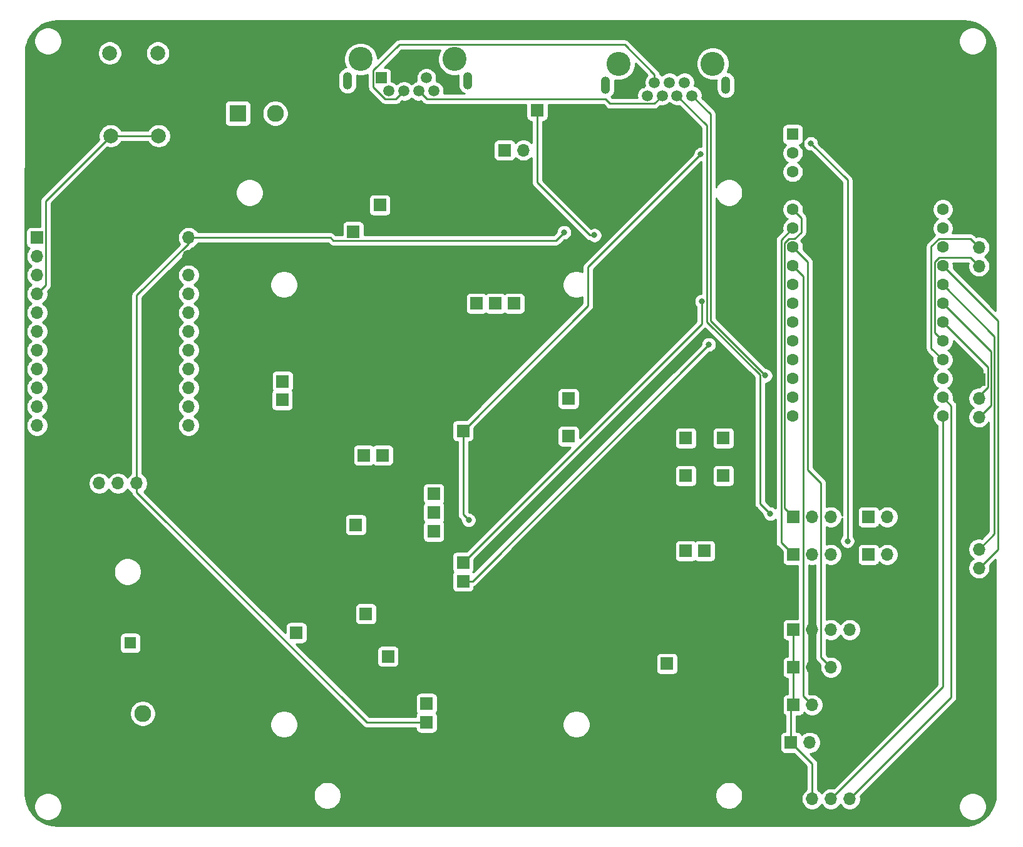
<source format=gbr>
G04 #@! TF.GenerationSoftware,KiCad,Pcbnew,(5.1.6)-1*
G04 #@! TF.CreationDate,2021-01-04T20:33:41-06:00*
G04 #@! TF.ProjectId,TestBoard,54657374-426f-4617-9264-2e6b69636164,rev?*
G04 #@! TF.SameCoordinates,Original*
G04 #@! TF.FileFunction,Copper,L2,Bot*
G04 #@! TF.FilePolarity,Positive*
%FSLAX46Y46*%
G04 Gerber Fmt 4.6, Leading zero omitted, Abs format (unit mm)*
G04 Created by KiCad (PCBNEW (5.1.6)-1) date 2021-01-04 20:33:41*
%MOMM*%
%LPD*%
G01*
G04 APERTURE LIST*
G04 #@! TA.AperFunction,ComponentPad*
%ADD10R,1.700000X1.700000*%
G04 #@! TD*
G04 #@! TA.AperFunction,ComponentPad*
%ADD11C,2.286000*%
G04 #@! TD*
G04 #@! TA.AperFunction,ComponentPad*
%ADD12R,2.286000X2.286000*%
G04 #@! TD*
G04 #@! TA.AperFunction,ComponentPad*
%ADD13O,1.700000X1.700000*%
G04 #@! TD*
G04 #@! TA.AperFunction,ComponentPad*
%ADD14C,1.600000*%
G04 #@! TD*
G04 #@! TA.AperFunction,ComponentPad*
%ADD15R,1.600000X1.600000*%
G04 #@! TD*
G04 #@! TA.AperFunction,WasherPad*
%ADD16C,3.250000*%
G04 #@! TD*
G04 #@! TA.AperFunction,ComponentPad*
%ADD17C,1.500000*%
G04 #@! TD*
G04 #@! TA.AperFunction,ComponentPad*
%ADD18R,1.500000X1.500000*%
G04 #@! TD*
G04 #@! TA.AperFunction,ComponentPad*
%ADD19O,1.259000X2.362000*%
G04 #@! TD*
G04 #@! TA.AperFunction,ComponentPad*
%ADD20C,2.000000*%
G04 #@! TD*
G04 #@! TA.AperFunction,ViaPad*
%ADD21C,0.800000*%
G04 #@! TD*
G04 #@! TA.AperFunction,Conductor*
%ADD22C,0.250000*%
G04 #@! TD*
G04 #@! TA.AperFunction,Conductor*
%ADD23C,0.254000*%
G04 #@! TD*
G04 APERTURE END LIST*
D10*
X130550000Y-108550000D03*
X116970000Y-101070000D03*
X136480000Y-144660000D03*
X126570000Y-78350000D03*
X141437940Y-125568940D03*
X174090000Y-121490000D03*
X137470000Y-116310000D03*
X145790000Y-88050000D03*
X137470000Y-113770000D03*
X171550000Y-121490000D03*
X141437940Y-123028940D03*
X171550000Y-111330000D03*
X171550000Y-106250000D03*
X176630000Y-111330000D03*
X176630000Y-106250000D03*
X141437940Y-105248940D03*
X131290000Y-135750000D03*
X118870000Y-132550000D03*
X136370000Y-135750000D03*
X169010000Y-136730000D03*
X130162102Y-74757898D03*
X137470000Y-118850000D03*
X117000000Y-98560000D03*
X136480000Y-142120000D03*
X128280000Y-130000000D03*
X136480000Y-147200000D03*
X126920000Y-117950000D03*
X155680000Y-106000000D03*
X155680000Y-100920000D03*
X148330000Y-88050000D03*
X143250000Y-88050000D03*
X128010000Y-108550000D03*
D11*
X116030000Y-62350000D03*
D12*
X110950000Y-62350000D03*
D13*
X190855000Y-147375000D03*
X188315000Y-147375000D03*
D10*
X185775000Y-147375000D03*
D14*
X99930000Y-133940000D03*
D15*
X96430000Y-133940000D03*
D14*
X186017940Y-98203940D03*
X186017940Y-95663940D03*
X186017940Y-93123940D03*
X186017940Y-90583940D03*
X186017940Y-88043940D03*
X186017940Y-85503940D03*
X186017940Y-82963940D03*
X186017940Y-80423940D03*
X186017940Y-77883940D03*
X186017940Y-75343940D03*
X186017940Y-72803940D03*
X186017940Y-70263940D03*
X186017940Y-67723940D03*
D15*
X186017940Y-65183940D03*
D14*
X206317940Y-103283940D03*
X206317940Y-100743940D03*
X206317940Y-98203940D03*
X206317940Y-95663940D03*
X206317940Y-93123940D03*
X206317940Y-90583940D03*
X206317940Y-88043940D03*
X206317940Y-85503940D03*
X206317940Y-82963940D03*
X206317940Y-80423940D03*
X206317940Y-77883940D03*
X206317940Y-75343940D03*
X186017940Y-100743940D03*
X186017940Y-103283940D03*
D10*
X99840000Y-112350000D03*
D13*
X97300000Y-112350000D03*
X94760000Y-112350000D03*
X92220000Y-112350000D03*
X191180000Y-116900000D03*
X188640000Y-116900000D03*
D10*
X186100000Y-116900000D03*
X186100000Y-121980000D03*
D13*
X188640000Y-121980000D03*
X191180000Y-121980000D03*
D16*
X175193320Y-55634180D03*
X162493320Y-55634180D03*
D17*
X172404020Y-59954180D03*
X171384020Y-58174180D03*
X170374020Y-59954180D03*
X169354020Y-58174180D03*
X168344020Y-59954180D03*
X167324020Y-58174180D03*
X166314020Y-59954180D03*
D18*
X165294020Y-58174180D03*
D19*
X176973320Y-58536130D03*
X160713320Y-58536130D03*
D10*
X83810000Y-79140000D03*
D13*
X104310000Y-79140000D03*
X83810000Y-81680000D03*
X104310000Y-81680000D03*
X83810000Y-84220000D03*
X104310000Y-84220000D03*
X83810000Y-86760000D03*
X104310000Y-86760000D03*
X83810000Y-89300000D03*
X104310000Y-89300000D03*
X83810000Y-91840000D03*
X104310000Y-91840000D03*
X83810000Y-94380000D03*
X104310000Y-94380000D03*
X83810000Y-96920000D03*
X104310000Y-96920000D03*
X83810000Y-99460000D03*
X104310000Y-99460000D03*
X83810000Y-102000000D03*
X104310000Y-102000000D03*
X83810000Y-104540000D03*
X104310000Y-104540000D03*
X193720000Y-155000000D03*
X191180000Y-155000000D03*
X188640000Y-155000000D03*
D10*
X186100000Y-155000000D03*
X151450000Y-61950000D03*
D13*
X153990000Y-61950000D03*
D12*
X98100000Y-148540000D03*
D11*
X98100000Y-143460000D03*
D10*
X186100000Y-132140000D03*
D13*
X188640000Y-132140000D03*
X191180000Y-132140000D03*
X193720000Y-132140000D03*
D10*
X186100000Y-137220000D03*
D13*
X188640000Y-137220000D03*
X191180000Y-137220000D03*
X191180000Y-142300000D03*
X188640000Y-142300000D03*
D10*
X186100000Y-142300000D03*
X211200000Y-118720000D03*
D13*
X211200000Y-121260000D03*
X211200000Y-123800000D03*
D10*
X211200000Y-98320000D03*
D13*
X211200000Y-100860000D03*
X211200000Y-103400000D03*
X211200000Y-83000000D03*
X211200000Y-80460000D03*
D10*
X211200000Y-77920000D03*
D13*
X198800000Y-116900000D03*
D10*
X196260000Y-116900000D03*
X196260000Y-121980000D03*
D13*
X198800000Y-121980000D03*
D10*
X147040000Y-67340000D03*
D13*
X149580000Y-67340000D03*
D19*
X125798320Y-57931130D03*
X142058320Y-57931130D03*
D18*
X130379020Y-57569180D03*
D17*
X131399020Y-59349180D03*
X132409020Y-57569180D03*
X133429020Y-59349180D03*
X134439020Y-57569180D03*
X135459020Y-59349180D03*
X136469020Y-57569180D03*
X137489020Y-59349180D03*
D16*
X127578320Y-55029180D03*
X140278320Y-55029180D03*
D20*
X93650000Y-58710000D03*
X93650000Y-54210000D03*
X100150000Y-58710000D03*
X100150000Y-54210000D03*
X100270000Y-65400000D03*
X100270000Y-69900000D03*
X93770000Y-65400000D03*
X93770000Y-69900000D03*
D21*
X155080000Y-78440000D03*
X142190000Y-117310000D03*
X173590000Y-67870000D03*
X159190000Y-78820000D03*
X182300000Y-97790000D03*
X174660000Y-93600000D03*
X173700000Y-87750000D03*
X182980000Y-116480000D03*
X188470000Y-66430000D03*
X193415871Y-120161190D03*
D22*
X128407919Y-144660000D02*
X136480000Y-144660000D01*
X97300000Y-112350000D02*
X97300000Y-113552081D01*
X97300000Y-113552081D02*
X128407919Y-144660000D01*
X104310000Y-79940998D02*
X104310000Y-79140000D01*
X97300000Y-112350000D02*
X97300000Y-86950998D01*
X97300000Y-86950998D02*
X104310000Y-79940998D01*
X104310000Y-79140000D02*
X123494998Y-79140000D01*
X153994999Y-79525001D02*
X155080000Y-78440000D01*
X123494998Y-79140000D02*
X123879999Y-79525001D01*
X123879999Y-79525001D02*
X153994999Y-79525001D01*
X188640000Y-150240000D02*
X185775000Y-147375000D01*
X188640000Y-155000000D02*
X188640000Y-150240000D01*
X185775000Y-142625000D02*
X186100000Y-142300000D01*
X185775000Y-147375000D02*
X185775000Y-142625000D01*
X186100000Y-142300000D02*
X186100000Y-137220000D01*
X186100000Y-137220000D02*
X186100000Y-132140000D01*
X141437940Y-105248940D02*
X141437940Y-116557940D01*
X141437940Y-116557940D02*
X142190000Y-117310000D01*
X158327501Y-83132499D02*
X173590000Y-67870000D01*
X141437940Y-105248940D02*
X158327501Y-88359379D01*
X158327501Y-88359379D02*
X158327501Y-83132499D01*
X188019989Y-82425989D02*
X186017940Y-80423940D01*
X189815001Y-112301411D02*
X188019989Y-110506400D01*
X188019989Y-110506400D02*
X188019989Y-82425989D01*
X189815001Y-135855001D02*
X189815001Y-112301411D01*
X191180000Y-137220000D02*
X189815001Y-135855001D01*
X188640000Y-142300000D02*
X187464999Y-141124999D01*
X187464999Y-84410999D02*
X186017940Y-82963940D01*
X187464999Y-141124999D02*
X187464999Y-84410999D01*
X206317940Y-139862060D02*
X206317940Y-103283940D01*
X191180000Y-155000000D02*
X206317940Y-139862060D01*
X193720000Y-155000000D02*
X207442941Y-141277059D01*
X207442941Y-101868941D02*
X206317940Y-100743940D01*
X207442941Y-141277059D02*
X207442941Y-101868941D01*
X184442928Y-120322928D02*
X184442928Y-79458952D01*
X186100000Y-121980000D02*
X184442928Y-120322928D01*
X184442928Y-79458952D02*
X186017940Y-77883940D01*
X186267943Y-79298939D02*
X185477939Y-79298939D01*
X184892939Y-79883939D02*
X184892939Y-115692939D01*
X185477939Y-79298939D02*
X184892939Y-79883939D01*
X184892939Y-115692939D02*
X186100000Y-116900000D01*
X186017940Y-75343940D02*
X187142941Y-76468941D01*
X187142941Y-78423941D02*
X186267943Y-79298939D01*
X187142941Y-76468941D02*
X187142941Y-78423941D01*
X84985001Y-74184999D02*
X93770000Y-65400000D01*
X83810000Y-86760000D02*
X84985001Y-85584999D01*
X84985001Y-85584999D02*
X84985001Y-74184999D01*
X93770000Y-65400000D02*
X100270000Y-65400000D01*
X167269019Y-61029181D02*
X168344020Y-59954180D01*
X136534021Y-60424181D02*
X135459020Y-59349180D01*
X167269019Y-61029181D02*
X161304991Y-61029181D01*
X160699991Y-60424181D02*
X136534021Y-60424181D01*
X161304991Y-61029181D02*
X160699991Y-60424181D01*
X130883019Y-60424181D02*
X132354019Y-60424181D01*
X132354019Y-60424181D02*
X133429020Y-59349180D01*
X129304019Y-58845181D02*
X130883019Y-60424181D01*
X167324020Y-57113520D02*
X163289679Y-53079179D01*
X167324020Y-58174180D02*
X167324020Y-57113520D01*
X132784019Y-53079179D02*
X129304019Y-56559179D01*
X129304019Y-56559179D02*
X129304019Y-58845181D01*
X163289679Y-53079179D02*
X132784019Y-53079179D01*
X151450000Y-61950000D02*
X151450000Y-71710000D01*
X151450000Y-71710000D02*
X158560000Y-78820000D01*
X158560000Y-78820000D02*
X159190000Y-78820000D01*
X213275023Y-92461023D02*
X206317940Y-85503940D01*
X213275023Y-119184977D02*
X213275023Y-92461023D01*
X211200000Y-121260000D02*
X213275023Y-119184977D01*
X211200000Y-123800000D02*
X213725034Y-121274966D01*
X213725034Y-90371034D02*
X206317940Y-82963940D01*
X213725034Y-121274966D02*
X213725034Y-90371034D01*
X174875012Y-90365012D02*
X182300000Y-97790000D01*
X174875012Y-62425172D02*
X174875012Y-90365012D01*
X172404020Y-59954180D02*
X174875012Y-62425172D01*
X212375001Y-96641001D02*
X206317940Y-90583940D01*
X211200000Y-100513590D02*
X212375001Y-99338589D01*
X211200000Y-100860000D02*
X211200000Y-100513590D01*
X212375001Y-99338589D02*
X212375001Y-96641001D01*
X212825012Y-101774988D02*
X212825012Y-94551012D01*
X212825012Y-94551012D02*
X206317940Y-88043940D01*
X211200000Y-103400000D02*
X212825012Y-101774988D01*
X205777939Y-81838939D02*
X205192939Y-82423939D01*
X205192939Y-82423939D02*
X205192939Y-91998939D01*
X211200000Y-83000000D02*
X210038939Y-81838939D01*
X210038939Y-81838939D02*
X205777939Y-81838939D01*
X205192939Y-91998939D02*
X206317940Y-93123940D01*
X204742928Y-94088928D02*
X206317940Y-95663940D01*
X205777939Y-79298939D02*
X204742928Y-80333950D01*
X211200000Y-80460000D02*
X210038939Y-79298939D01*
X210038939Y-79298939D02*
X205777939Y-79298939D01*
X204742928Y-80333950D02*
X204742928Y-94088928D01*
X142691060Y-125568940D02*
X141437940Y-125568940D01*
X174660000Y-93600000D02*
X142691060Y-125568940D01*
X141437940Y-123028940D02*
X173700000Y-90766880D01*
X173700000Y-90766880D02*
X173700000Y-87750000D01*
X174425001Y-90551412D02*
X174425001Y-64005161D01*
X174425001Y-64005161D02*
X170374020Y-59954180D01*
X181574998Y-115074998D02*
X181574998Y-97701408D01*
X181574998Y-97701408D02*
X174425001Y-90551412D01*
X182980000Y-116480000D02*
X181574998Y-115074998D01*
X193415871Y-71375871D02*
X193415871Y-120161190D01*
X188470000Y-66430000D02*
X193415871Y-71375871D01*
D23*
G36*
X209889178Y-49911342D02*
G01*
X210633238Y-50115043D01*
X211329463Y-50447285D01*
X211955846Y-50897564D01*
X212492598Y-51451655D01*
X212922742Y-52092036D01*
X213232687Y-52798468D01*
X213414868Y-53557927D01*
X213460001Y-54080168D01*
X213460001Y-89031199D01*
X207716628Y-83287827D01*
X207752940Y-83105275D01*
X207752940Y-82822605D01*
X207708449Y-82598939D01*
X209724138Y-82598939D01*
X209758791Y-82633592D01*
X209715000Y-82853740D01*
X209715000Y-83146260D01*
X209772068Y-83433158D01*
X209884010Y-83703411D01*
X210046525Y-83946632D01*
X210253368Y-84153475D01*
X210496589Y-84315990D01*
X210766842Y-84427932D01*
X211053740Y-84485000D01*
X211346260Y-84485000D01*
X211633158Y-84427932D01*
X211903411Y-84315990D01*
X212146632Y-84153475D01*
X212353475Y-83946632D01*
X212515990Y-83703411D01*
X212627932Y-83433158D01*
X212685000Y-83146260D01*
X212685000Y-82853740D01*
X212627932Y-82566842D01*
X212515990Y-82296589D01*
X212353475Y-82053368D01*
X212146632Y-81846525D01*
X211972240Y-81730000D01*
X212146632Y-81613475D01*
X212353475Y-81406632D01*
X212515990Y-81163411D01*
X212627932Y-80893158D01*
X212685000Y-80606260D01*
X212685000Y-80313740D01*
X212627932Y-80026842D01*
X212515990Y-79756589D01*
X212353475Y-79513368D01*
X212146632Y-79306525D01*
X211903411Y-79144010D01*
X211633158Y-79032068D01*
X211346260Y-78975000D01*
X211053740Y-78975000D01*
X210833592Y-79018791D01*
X210602743Y-78787942D01*
X210578940Y-78758938D01*
X210463215Y-78663965D01*
X210331186Y-78593393D01*
X210187925Y-78549936D01*
X210076272Y-78538939D01*
X210076261Y-78538939D01*
X210038939Y-78535263D01*
X210001617Y-78538939D01*
X207599863Y-78538939D01*
X207697793Y-78302514D01*
X207752940Y-78025275D01*
X207752940Y-77742605D01*
X207697793Y-77465366D01*
X207589620Y-77204213D01*
X207432577Y-76969181D01*
X207232699Y-76769303D01*
X207000181Y-76613940D01*
X207232699Y-76458577D01*
X207432577Y-76258699D01*
X207589620Y-76023667D01*
X207697793Y-75762514D01*
X207752940Y-75485275D01*
X207752940Y-75202605D01*
X207697793Y-74925366D01*
X207589620Y-74664213D01*
X207432577Y-74429181D01*
X207232699Y-74229303D01*
X206997667Y-74072260D01*
X206736514Y-73964087D01*
X206459275Y-73908940D01*
X206176605Y-73908940D01*
X205899366Y-73964087D01*
X205638213Y-74072260D01*
X205403181Y-74229303D01*
X205203303Y-74429181D01*
X205046260Y-74664213D01*
X204938087Y-74925366D01*
X204882940Y-75202605D01*
X204882940Y-75485275D01*
X204938087Y-75762514D01*
X205046260Y-76023667D01*
X205203303Y-76258699D01*
X205403181Y-76458577D01*
X205635699Y-76613940D01*
X205403181Y-76769303D01*
X205203303Y-76969181D01*
X205046260Y-77204213D01*
X204938087Y-77465366D01*
X204882940Y-77742605D01*
X204882940Y-78025275D01*
X204938087Y-78302514D01*
X205046260Y-78563667D01*
X205203303Y-78798699D01*
X205203340Y-78798736D01*
X204231930Y-79770146D01*
X204202927Y-79793949D01*
X204162335Y-79843411D01*
X204107954Y-79909674D01*
X204071256Y-79978331D01*
X204037382Y-80041704D01*
X203993925Y-80184965D01*
X203982928Y-80296618D01*
X203982928Y-80296628D01*
X203979252Y-80333950D01*
X203982928Y-80371272D01*
X203982929Y-94051596D01*
X203979252Y-94088928D01*
X203993926Y-94237913D01*
X204037382Y-94381174D01*
X204107954Y-94513204D01*
X204179129Y-94599930D01*
X204202928Y-94628929D01*
X204231926Y-94652727D01*
X204919252Y-95340054D01*
X204882940Y-95522605D01*
X204882940Y-95805275D01*
X204938087Y-96082514D01*
X205046260Y-96343667D01*
X205203303Y-96578699D01*
X205403181Y-96778577D01*
X205635699Y-96933940D01*
X205403181Y-97089303D01*
X205203303Y-97289181D01*
X205046260Y-97524213D01*
X204938087Y-97785366D01*
X204882940Y-98062605D01*
X204882940Y-98345275D01*
X204938087Y-98622514D01*
X205046260Y-98883667D01*
X205203303Y-99118699D01*
X205403181Y-99318577D01*
X205635699Y-99473940D01*
X205403181Y-99629303D01*
X205203303Y-99829181D01*
X205046260Y-100064213D01*
X204938087Y-100325366D01*
X204882940Y-100602605D01*
X204882940Y-100885275D01*
X204938087Y-101162514D01*
X205046260Y-101423667D01*
X205203303Y-101658699D01*
X205403181Y-101858577D01*
X205635699Y-102013940D01*
X205403181Y-102169303D01*
X205203303Y-102369181D01*
X205046260Y-102604213D01*
X204938087Y-102865366D01*
X204882940Y-103142605D01*
X204882940Y-103425275D01*
X204938087Y-103702514D01*
X205046260Y-103963667D01*
X205203303Y-104198699D01*
X205403181Y-104398577D01*
X205557941Y-104501984D01*
X205557940Y-139547258D01*
X191546408Y-153558791D01*
X191326260Y-153515000D01*
X191033740Y-153515000D01*
X190746842Y-153572068D01*
X190476589Y-153684010D01*
X190233368Y-153846525D01*
X190026525Y-154053368D01*
X189910000Y-154227760D01*
X189793475Y-154053368D01*
X189586632Y-153846525D01*
X189400000Y-153721822D01*
X189400000Y-150277323D01*
X189403676Y-150240000D01*
X189400000Y-150202677D01*
X189400000Y-150202667D01*
X189389003Y-150091014D01*
X189345546Y-149947753D01*
X189274974Y-149815724D01*
X189180001Y-149699999D01*
X189151003Y-149676201D01*
X188334802Y-148860000D01*
X188461260Y-148860000D01*
X188748158Y-148802932D01*
X189018411Y-148690990D01*
X189261632Y-148528475D01*
X189468475Y-148321632D01*
X189630990Y-148078411D01*
X189742932Y-147808158D01*
X189800000Y-147521260D01*
X189800000Y-147228740D01*
X189742932Y-146941842D01*
X189630990Y-146671589D01*
X189468475Y-146428368D01*
X189261632Y-146221525D01*
X189018411Y-146059010D01*
X188748158Y-145947068D01*
X188461260Y-145890000D01*
X188168740Y-145890000D01*
X187881842Y-145947068D01*
X187611589Y-146059010D01*
X187368368Y-146221525D01*
X187236513Y-146353380D01*
X187214502Y-146280820D01*
X187155537Y-146170506D01*
X187076185Y-146073815D01*
X186979494Y-145994463D01*
X186869180Y-145935498D01*
X186749482Y-145899188D01*
X186625000Y-145886928D01*
X186535000Y-145886928D01*
X186535000Y-143788072D01*
X186950000Y-143788072D01*
X187074482Y-143775812D01*
X187194180Y-143739502D01*
X187304494Y-143680537D01*
X187401185Y-143601185D01*
X187480537Y-143504494D01*
X187539502Y-143394180D01*
X187561513Y-143321620D01*
X187693368Y-143453475D01*
X187936589Y-143615990D01*
X188206842Y-143727932D01*
X188493740Y-143785000D01*
X188786260Y-143785000D01*
X189073158Y-143727932D01*
X189343411Y-143615990D01*
X189586632Y-143453475D01*
X189793475Y-143246632D01*
X189955990Y-143003411D01*
X190067932Y-142733158D01*
X190125000Y-142446260D01*
X190125000Y-142153740D01*
X190067932Y-141866842D01*
X189955990Y-141596589D01*
X189793475Y-141353368D01*
X189586632Y-141146525D01*
X189343411Y-140984010D01*
X189073158Y-140872068D01*
X188786260Y-140815000D01*
X188493740Y-140815000D01*
X188273592Y-140858791D01*
X188224999Y-140810198D01*
X188224999Y-123411544D01*
X188493740Y-123465000D01*
X188786260Y-123465000D01*
X189055002Y-123411544D01*
X189055001Y-135817679D01*
X189051325Y-135855001D01*
X189055001Y-135892323D01*
X189055001Y-135892333D01*
X189065998Y-136003986D01*
X189084969Y-136066525D01*
X189109455Y-136147247D01*
X189180027Y-136279277D01*
X189219872Y-136327827D01*
X189275000Y-136395002D01*
X189304004Y-136418805D01*
X189738791Y-136853592D01*
X189695000Y-137073740D01*
X189695000Y-137366260D01*
X189752068Y-137653158D01*
X189864010Y-137923411D01*
X190026525Y-138166632D01*
X190233368Y-138373475D01*
X190476589Y-138535990D01*
X190746842Y-138647932D01*
X191033740Y-138705000D01*
X191326260Y-138705000D01*
X191613158Y-138647932D01*
X191883411Y-138535990D01*
X192126632Y-138373475D01*
X192333475Y-138166632D01*
X192495990Y-137923411D01*
X192607932Y-137653158D01*
X192665000Y-137366260D01*
X192665000Y-137073740D01*
X192607932Y-136786842D01*
X192495990Y-136516589D01*
X192333475Y-136273368D01*
X192126632Y-136066525D01*
X191883411Y-135904010D01*
X191613158Y-135792068D01*
X191326260Y-135735000D01*
X191033740Y-135735000D01*
X190813592Y-135778791D01*
X190575001Y-135540200D01*
X190575001Y-133496753D01*
X190746842Y-133567932D01*
X191033740Y-133625000D01*
X191326260Y-133625000D01*
X191613158Y-133567932D01*
X191883411Y-133455990D01*
X192126632Y-133293475D01*
X192333475Y-133086632D01*
X192450000Y-132912240D01*
X192566525Y-133086632D01*
X192773368Y-133293475D01*
X193016589Y-133455990D01*
X193286842Y-133567932D01*
X193573740Y-133625000D01*
X193866260Y-133625000D01*
X194153158Y-133567932D01*
X194423411Y-133455990D01*
X194666632Y-133293475D01*
X194873475Y-133086632D01*
X195035990Y-132843411D01*
X195147932Y-132573158D01*
X195205000Y-132286260D01*
X195205000Y-131993740D01*
X195147932Y-131706842D01*
X195035990Y-131436589D01*
X194873475Y-131193368D01*
X194666632Y-130986525D01*
X194423411Y-130824010D01*
X194153158Y-130712068D01*
X193866260Y-130655000D01*
X193573740Y-130655000D01*
X193286842Y-130712068D01*
X193016589Y-130824010D01*
X192773368Y-130986525D01*
X192566525Y-131193368D01*
X192450000Y-131367760D01*
X192333475Y-131193368D01*
X192126632Y-130986525D01*
X191883411Y-130824010D01*
X191613158Y-130712068D01*
X191326260Y-130655000D01*
X191033740Y-130655000D01*
X190746842Y-130712068D01*
X190575001Y-130783247D01*
X190575001Y-123336753D01*
X190746842Y-123407932D01*
X191033740Y-123465000D01*
X191326260Y-123465000D01*
X191613158Y-123407932D01*
X191883411Y-123295990D01*
X192126632Y-123133475D01*
X192333475Y-122926632D01*
X192495990Y-122683411D01*
X192607932Y-122413158D01*
X192665000Y-122126260D01*
X192665000Y-121833740D01*
X192607932Y-121546842D01*
X192495990Y-121276589D01*
X192333475Y-121033368D01*
X192126632Y-120826525D01*
X191883411Y-120664010D01*
X191613158Y-120552068D01*
X191326260Y-120495000D01*
X191033740Y-120495000D01*
X190746842Y-120552068D01*
X190575001Y-120623247D01*
X190575001Y-118256753D01*
X190746842Y-118327932D01*
X191033740Y-118385000D01*
X191326260Y-118385000D01*
X191613158Y-118327932D01*
X191883411Y-118215990D01*
X192126632Y-118053475D01*
X192333475Y-117846632D01*
X192495990Y-117603411D01*
X192607932Y-117333158D01*
X192655872Y-117092150D01*
X192655872Y-119457478D01*
X192611934Y-119501416D01*
X192498666Y-119670934D01*
X192420645Y-119859292D01*
X192380871Y-120059251D01*
X192380871Y-120263129D01*
X192420645Y-120463088D01*
X192498666Y-120651446D01*
X192611934Y-120820964D01*
X192756097Y-120965127D01*
X192925615Y-121078395D01*
X193113973Y-121156416D01*
X193313932Y-121196190D01*
X193517810Y-121196190D01*
X193717769Y-121156416D01*
X193781542Y-121130000D01*
X194771928Y-121130000D01*
X194771928Y-122830000D01*
X194784188Y-122954482D01*
X194820498Y-123074180D01*
X194879463Y-123184494D01*
X194958815Y-123281185D01*
X195055506Y-123360537D01*
X195165820Y-123419502D01*
X195285518Y-123455812D01*
X195410000Y-123468072D01*
X197110000Y-123468072D01*
X197234482Y-123455812D01*
X197354180Y-123419502D01*
X197464494Y-123360537D01*
X197561185Y-123281185D01*
X197640537Y-123184494D01*
X197699502Y-123074180D01*
X197721513Y-123001620D01*
X197853368Y-123133475D01*
X198096589Y-123295990D01*
X198366842Y-123407932D01*
X198653740Y-123465000D01*
X198946260Y-123465000D01*
X199233158Y-123407932D01*
X199503411Y-123295990D01*
X199746632Y-123133475D01*
X199953475Y-122926632D01*
X200115990Y-122683411D01*
X200227932Y-122413158D01*
X200285000Y-122126260D01*
X200285000Y-121833740D01*
X200227932Y-121546842D01*
X200115990Y-121276589D01*
X199953475Y-121033368D01*
X199746632Y-120826525D01*
X199503411Y-120664010D01*
X199233158Y-120552068D01*
X198946260Y-120495000D01*
X198653740Y-120495000D01*
X198366842Y-120552068D01*
X198096589Y-120664010D01*
X197853368Y-120826525D01*
X197721513Y-120958380D01*
X197699502Y-120885820D01*
X197640537Y-120775506D01*
X197561185Y-120678815D01*
X197464494Y-120599463D01*
X197354180Y-120540498D01*
X197234482Y-120504188D01*
X197110000Y-120491928D01*
X195410000Y-120491928D01*
X195285518Y-120504188D01*
X195165820Y-120540498D01*
X195055506Y-120599463D01*
X194958815Y-120678815D01*
X194879463Y-120775506D01*
X194820498Y-120885820D01*
X194784188Y-121005518D01*
X194771928Y-121130000D01*
X193781542Y-121130000D01*
X193906127Y-121078395D01*
X194075645Y-120965127D01*
X194219808Y-120820964D01*
X194333076Y-120651446D01*
X194411097Y-120463088D01*
X194450871Y-120263129D01*
X194450871Y-120059251D01*
X194411097Y-119859292D01*
X194333076Y-119670934D01*
X194219808Y-119501416D01*
X194175871Y-119457479D01*
X194175871Y-116050000D01*
X194771928Y-116050000D01*
X194771928Y-117750000D01*
X194784188Y-117874482D01*
X194820498Y-117994180D01*
X194879463Y-118104494D01*
X194958815Y-118201185D01*
X195055506Y-118280537D01*
X195165820Y-118339502D01*
X195285518Y-118375812D01*
X195410000Y-118388072D01*
X197110000Y-118388072D01*
X197234482Y-118375812D01*
X197354180Y-118339502D01*
X197464494Y-118280537D01*
X197561185Y-118201185D01*
X197640537Y-118104494D01*
X197699502Y-117994180D01*
X197721513Y-117921620D01*
X197853368Y-118053475D01*
X198096589Y-118215990D01*
X198366842Y-118327932D01*
X198653740Y-118385000D01*
X198946260Y-118385000D01*
X199233158Y-118327932D01*
X199503411Y-118215990D01*
X199746632Y-118053475D01*
X199953475Y-117846632D01*
X200115990Y-117603411D01*
X200227932Y-117333158D01*
X200285000Y-117046260D01*
X200285000Y-116753740D01*
X200227932Y-116466842D01*
X200115990Y-116196589D01*
X199953475Y-115953368D01*
X199746632Y-115746525D01*
X199503411Y-115584010D01*
X199233158Y-115472068D01*
X198946260Y-115415000D01*
X198653740Y-115415000D01*
X198366842Y-115472068D01*
X198096589Y-115584010D01*
X197853368Y-115746525D01*
X197721513Y-115878380D01*
X197699502Y-115805820D01*
X197640537Y-115695506D01*
X197561185Y-115598815D01*
X197464494Y-115519463D01*
X197354180Y-115460498D01*
X197234482Y-115424188D01*
X197110000Y-115411928D01*
X195410000Y-115411928D01*
X195285518Y-115424188D01*
X195165820Y-115460498D01*
X195055506Y-115519463D01*
X194958815Y-115598815D01*
X194879463Y-115695506D01*
X194820498Y-115805820D01*
X194784188Y-115925518D01*
X194771928Y-116050000D01*
X194175871Y-116050000D01*
X194175871Y-71413194D01*
X194179547Y-71375871D01*
X194175871Y-71338548D01*
X194175871Y-71338538D01*
X194164874Y-71226885D01*
X194121417Y-71083624D01*
X194050845Y-70951595D01*
X193955872Y-70835870D01*
X193926875Y-70812073D01*
X189505000Y-66390199D01*
X189505000Y-66328061D01*
X189465226Y-66128102D01*
X189387205Y-65939744D01*
X189273937Y-65770226D01*
X189129774Y-65626063D01*
X188960256Y-65512795D01*
X188771898Y-65434774D01*
X188571939Y-65395000D01*
X188368061Y-65395000D01*
X188168102Y-65434774D01*
X187979744Y-65512795D01*
X187810226Y-65626063D01*
X187666063Y-65770226D01*
X187552795Y-65939744D01*
X187474774Y-66128102D01*
X187435000Y-66328061D01*
X187435000Y-66531939D01*
X187474774Y-66731898D01*
X187552795Y-66920256D01*
X187666063Y-67089774D01*
X187810226Y-67233937D01*
X187979744Y-67347205D01*
X188168102Y-67425226D01*
X188368061Y-67465000D01*
X188430199Y-67465000D01*
X192655871Y-71690673D01*
X192655872Y-116707850D01*
X192607932Y-116466842D01*
X192495990Y-116196589D01*
X192333475Y-115953368D01*
X192126632Y-115746525D01*
X191883411Y-115584010D01*
X191613158Y-115472068D01*
X191326260Y-115415000D01*
X191033740Y-115415000D01*
X190746842Y-115472068D01*
X190575001Y-115543247D01*
X190575001Y-112338744D01*
X190578678Y-112301411D01*
X190564004Y-112152425D01*
X190520547Y-112009164D01*
X190449975Y-111877135D01*
X190378800Y-111790408D01*
X190355002Y-111761410D01*
X190326004Y-111737612D01*
X188779989Y-110191599D01*
X188779989Y-82463312D01*
X188783665Y-82425989D01*
X188779989Y-82388666D01*
X188779989Y-82388656D01*
X188768992Y-82277003D01*
X188725535Y-82133742D01*
X188654963Y-82001713D01*
X188559990Y-81885988D01*
X188530992Y-81862190D01*
X187416628Y-80747826D01*
X187452940Y-80565275D01*
X187452940Y-80282605D01*
X187397793Y-80005366D01*
X187289620Y-79744213D01*
X187132577Y-79509181D01*
X187132540Y-79509144D01*
X187653944Y-78987740D01*
X187682942Y-78963942D01*
X187719865Y-78918951D01*
X187777915Y-78848218D01*
X187848487Y-78716188D01*
X187864328Y-78663965D01*
X187891944Y-78572927D01*
X187902941Y-78461274D01*
X187902941Y-78461265D01*
X187906617Y-78423942D01*
X187902941Y-78386619D01*
X187902941Y-76506266D01*
X187906617Y-76468941D01*
X187902941Y-76431616D01*
X187902941Y-76431608D01*
X187891944Y-76319955D01*
X187848487Y-76176694D01*
X187777915Y-76044665D01*
X187682942Y-75928940D01*
X187653945Y-75905143D01*
X187416628Y-75667826D01*
X187452940Y-75485275D01*
X187452940Y-75202605D01*
X187397793Y-74925366D01*
X187289620Y-74664213D01*
X187132577Y-74429181D01*
X186932699Y-74229303D01*
X186697667Y-74072260D01*
X186436514Y-73964087D01*
X186159275Y-73908940D01*
X185876605Y-73908940D01*
X185599366Y-73964087D01*
X185338213Y-74072260D01*
X185103181Y-74229303D01*
X184903303Y-74429181D01*
X184746260Y-74664213D01*
X184638087Y-74925366D01*
X184582940Y-75202605D01*
X184582940Y-75485275D01*
X184638087Y-75762514D01*
X184746260Y-76023667D01*
X184903303Y-76258699D01*
X185103181Y-76458577D01*
X185335699Y-76613940D01*
X185103181Y-76769303D01*
X184903303Y-76969181D01*
X184746260Y-77204213D01*
X184638087Y-77465366D01*
X184582940Y-77742605D01*
X184582940Y-78025275D01*
X184619252Y-78207826D01*
X183931926Y-78895153D01*
X183902928Y-78918951D01*
X183879130Y-78947949D01*
X183879129Y-78947950D01*
X183807954Y-79034676D01*
X183737382Y-79166706D01*
X183712430Y-79248965D01*
X183693926Y-79309966D01*
X183693042Y-79318940D01*
X183679252Y-79458952D01*
X183682929Y-79496285D01*
X183682928Y-115719217D01*
X183639774Y-115676063D01*
X183470256Y-115562795D01*
X183281898Y-115484774D01*
X183081939Y-115445000D01*
X183019802Y-115445000D01*
X182334998Y-114760197D01*
X182334998Y-98825000D01*
X182401939Y-98825000D01*
X182601898Y-98785226D01*
X182790256Y-98707205D01*
X182959774Y-98593937D01*
X183103937Y-98449774D01*
X183217205Y-98280256D01*
X183295226Y-98091898D01*
X183335000Y-97891939D01*
X183335000Y-97688061D01*
X183295226Y-97488102D01*
X183217205Y-97299744D01*
X183103937Y-97130226D01*
X182959774Y-96986063D01*
X182790256Y-96872795D01*
X182601898Y-96794774D01*
X182401939Y-96755000D01*
X182339802Y-96755000D01*
X175635012Y-90050211D01*
X175635012Y-73787112D01*
X175699534Y-73942882D01*
X175905825Y-74251618D01*
X176168382Y-74514175D01*
X176477118Y-74720466D01*
X176820166Y-74862561D01*
X177184344Y-74935000D01*
X177555656Y-74935000D01*
X177919834Y-74862561D01*
X178262882Y-74720466D01*
X178571618Y-74514175D01*
X178834175Y-74251618D01*
X179040466Y-73942882D01*
X179182561Y-73599834D01*
X179255000Y-73235656D01*
X179255000Y-72864344D01*
X179182561Y-72500166D01*
X179040466Y-72157118D01*
X178834175Y-71848382D01*
X178571618Y-71585825D01*
X178262882Y-71379534D01*
X177919834Y-71237439D01*
X177555656Y-71165000D01*
X177184344Y-71165000D01*
X176820166Y-71237439D01*
X176477118Y-71379534D01*
X176168382Y-71585825D01*
X175905825Y-71848382D01*
X175699534Y-72157118D01*
X175635012Y-72312888D01*
X175635012Y-64383940D01*
X184579868Y-64383940D01*
X184579868Y-65983940D01*
X184592128Y-66108422D01*
X184628438Y-66228120D01*
X184687403Y-66338434D01*
X184766755Y-66435125D01*
X184863446Y-66514477D01*
X184973760Y-66573442D01*
X185093458Y-66609752D01*
X185101901Y-66610583D01*
X184903303Y-66809181D01*
X184746260Y-67044213D01*
X184638087Y-67305366D01*
X184582940Y-67582605D01*
X184582940Y-67865275D01*
X184638087Y-68142514D01*
X184746260Y-68403667D01*
X184903303Y-68638699D01*
X185103181Y-68838577D01*
X185335699Y-68993940D01*
X185103181Y-69149303D01*
X184903303Y-69349181D01*
X184746260Y-69584213D01*
X184638087Y-69845366D01*
X184582940Y-70122605D01*
X184582940Y-70405275D01*
X184638087Y-70682514D01*
X184746260Y-70943667D01*
X184903303Y-71178699D01*
X185103181Y-71378577D01*
X185338213Y-71535620D01*
X185599366Y-71643793D01*
X185876605Y-71698940D01*
X186159275Y-71698940D01*
X186436514Y-71643793D01*
X186697667Y-71535620D01*
X186932699Y-71378577D01*
X187132577Y-71178699D01*
X187289620Y-70943667D01*
X187397793Y-70682514D01*
X187452940Y-70405275D01*
X187452940Y-70122605D01*
X187397793Y-69845366D01*
X187289620Y-69584213D01*
X187132577Y-69349181D01*
X186932699Y-69149303D01*
X186700181Y-68993940D01*
X186932699Y-68838577D01*
X187132577Y-68638699D01*
X187289620Y-68403667D01*
X187397793Y-68142514D01*
X187452940Y-67865275D01*
X187452940Y-67582605D01*
X187397793Y-67305366D01*
X187289620Y-67044213D01*
X187132577Y-66809181D01*
X186933979Y-66610583D01*
X186942422Y-66609752D01*
X187062120Y-66573442D01*
X187172434Y-66514477D01*
X187269125Y-66435125D01*
X187348477Y-66338434D01*
X187407442Y-66228120D01*
X187443752Y-66108422D01*
X187456012Y-65983940D01*
X187456012Y-64383940D01*
X187443752Y-64259458D01*
X187407442Y-64139760D01*
X187348477Y-64029446D01*
X187269125Y-63932755D01*
X187172434Y-63853403D01*
X187062120Y-63794438D01*
X186942422Y-63758128D01*
X186817940Y-63745868D01*
X185217940Y-63745868D01*
X185093458Y-63758128D01*
X184973760Y-63794438D01*
X184863446Y-63853403D01*
X184766755Y-63932755D01*
X184687403Y-64029446D01*
X184628438Y-64139760D01*
X184592128Y-64259458D01*
X184579868Y-64383940D01*
X175635012Y-64383940D01*
X175635012Y-62462494D01*
X175638688Y-62425171D01*
X175635012Y-62387848D01*
X175635012Y-62387839D01*
X175624015Y-62276186D01*
X175580558Y-62132925D01*
X175509986Y-62000896D01*
X175496823Y-61984857D01*
X175438811Y-61914168D01*
X175438807Y-61914164D01*
X175415013Y-61885171D01*
X175386021Y-61861378D01*
X173760187Y-60235545D01*
X173789020Y-60090591D01*
X173789020Y-59817769D01*
X173735795Y-59550191D01*
X173631391Y-59298137D01*
X173479819Y-59071294D01*
X173286906Y-58878381D01*
X173060063Y-58726809D01*
X172808009Y-58622405D01*
X172705886Y-58602091D01*
X172715795Y-58578169D01*
X172769020Y-58310591D01*
X172769020Y-58037769D01*
X172715795Y-57770191D01*
X172611391Y-57518137D01*
X172459819Y-57291294D01*
X172266906Y-57098381D01*
X172040063Y-56946809D01*
X171788009Y-56842405D01*
X171520431Y-56789180D01*
X171247609Y-56789180D01*
X170980031Y-56842405D01*
X170727977Y-56946809D01*
X170501134Y-57098381D01*
X170369020Y-57230495D01*
X170236906Y-57098381D01*
X170010063Y-56946809D01*
X169758009Y-56842405D01*
X169490431Y-56789180D01*
X169217609Y-56789180D01*
X168950031Y-56842405D01*
X168697977Y-56946809D01*
X168471134Y-57098381D01*
X168339020Y-57230495D01*
X168206906Y-57098381D01*
X168077703Y-57012050D01*
X168073023Y-56964534D01*
X168029566Y-56821273D01*
X167958994Y-56689244D01*
X167864021Y-56573519D01*
X167835023Y-56549721D01*
X166696891Y-55411589D01*
X172933320Y-55411589D01*
X172933320Y-55856771D01*
X173020171Y-56293398D01*
X173190534Y-56704691D01*
X173437864Y-57074846D01*
X173752654Y-57389636D01*
X174122809Y-57636966D01*
X174534102Y-57807329D01*
X174970729Y-57894180D01*
X175415911Y-57894180D01*
X175717520Y-57834186D01*
X175708820Y-57922515D01*
X175708820Y-59149746D01*
X175727117Y-59335515D01*
X175799422Y-59573874D01*
X175916840Y-59793548D01*
X176074858Y-59986093D01*
X176267403Y-60144110D01*
X176487077Y-60261528D01*
X176725436Y-60333833D01*
X176973320Y-60358248D01*
X177221205Y-60333833D01*
X177459564Y-60261528D01*
X177679238Y-60144110D01*
X177871783Y-59986093D01*
X178029800Y-59793548D01*
X178147218Y-59573874D01*
X178219523Y-59335515D01*
X178237820Y-59149746D01*
X178237820Y-57922514D01*
X178219523Y-57736745D01*
X178147218Y-57498386D01*
X178029800Y-57278712D01*
X177871783Y-57086167D01*
X177679237Y-56928150D01*
X177459563Y-56810732D01*
X177221204Y-56738427D01*
X177176506Y-56734025D01*
X177196106Y-56704691D01*
X177366469Y-56293398D01*
X177453320Y-55856771D01*
X177453320Y-55411589D01*
X177366469Y-54974962D01*
X177196106Y-54563669D01*
X176948776Y-54193514D01*
X176633986Y-53878724D01*
X176263831Y-53631394D01*
X175852538Y-53461031D01*
X175415911Y-53374180D01*
X174970729Y-53374180D01*
X174534102Y-53461031D01*
X174122809Y-53631394D01*
X173752654Y-53878724D01*
X173437864Y-54193514D01*
X173190534Y-54563669D01*
X173020171Y-54974962D01*
X172933320Y-55411589D01*
X166696891Y-55411589D01*
X163853483Y-52568182D01*
X163829680Y-52539178D01*
X163713955Y-52444205D01*
X163601965Y-52384344D01*
X208475000Y-52384344D01*
X208475000Y-52755656D01*
X208547439Y-53119834D01*
X208689534Y-53462882D01*
X208895825Y-53771618D01*
X209158382Y-54034175D01*
X209467118Y-54240466D01*
X209810166Y-54382561D01*
X210174344Y-54455000D01*
X210545656Y-54455000D01*
X210909834Y-54382561D01*
X211252882Y-54240466D01*
X211561618Y-54034175D01*
X211824175Y-53771618D01*
X212030466Y-53462882D01*
X212172561Y-53119834D01*
X212245000Y-52755656D01*
X212245000Y-52384344D01*
X212172561Y-52020166D01*
X212030466Y-51677118D01*
X211824175Y-51368382D01*
X211561618Y-51105825D01*
X211252882Y-50899534D01*
X210909834Y-50757439D01*
X210545656Y-50685000D01*
X210174344Y-50685000D01*
X209810166Y-50757439D01*
X209467118Y-50899534D01*
X209158382Y-51105825D01*
X208895825Y-51368382D01*
X208689534Y-51677118D01*
X208547439Y-52020166D01*
X208475000Y-52384344D01*
X163601965Y-52384344D01*
X163581926Y-52373633D01*
X163438665Y-52330176D01*
X163327012Y-52319179D01*
X163327001Y-52319179D01*
X163289679Y-52315503D01*
X163252357Y-52319179D01*
X132821341Y-52319179D01*
X132784018Y-52315503D01*
X132746695Y-52319179D01*
X132746686Y-52319179D01*
X132635033Y-52330176D01*
X132491772Y-52373633D01*
X132359743Y-52444205D01*
X132244018Y-52539178D01*
X132220220Y-52568176D01*
X129838320Y-54950077D01*
X129838320Y-54806589D01*
X129751469Y-54369962D01*
X129581106Y-53958669D01*
X129333776Y-53588514D01*
X129018986Y-53273724D01*
X128648831Y-53026394D01*
X128237538Y-52856031D01*
X127800911Y-52769180D01*
X127355729Y-52769180D01*
X126919102Y-52856031D01*
X126507809Y-53026394D01*
X126137654Y-53273724D01*
X125822864Y-53588514D01*
X125575534Y-53958669D01*
X125405171Y-54369962D01*
X125318320Y-54806589D01*
X125318320Y-55251771D01*
X125405171Y-55688398D01*
X125575534Y-56099691D01*
X125595134Y-56129024D01*
X125550435Y-56133427D01*
X125312076Y-56205732D01*
X125092402Y-56323150D01*
X124899857Y-56481167D01*
X124741840Y-56673713D01*
X124624422Y-56893387D01*
X124552117Y-57131746D01*
X124533820Y-57317515D01*
X124533820Y-58544746D01*
X124552117Y-58730515D01*
X124624422Y-58968874D01*
X124741840Y-59188548D01*
X124899858Y-59381093D01*
X125092403Y-59539110D01*
X125312077Y-59656528D01*
X125550436Y-59728833D01*
X125798320Y-59753248D01*
X126046205Y-59728833D01*
X126284564Y-59656528D01*
X126504238Y-59539110D01*
X126696783Y-59381093D01*
X126854800Y-59188548D01*
X126972218Y-58968874D01*
X127044523Y-58730515D01*
X127062820Y-58544746D01*
X127062820Y-57317514D01*
X127054120Y-57229186D01*
X127355729Y-57289180D01*
X127800911Y-57289180D01*
X128237538Y-57202329D01*
X128544019Y-57075380D01*
X128544020Y-58807849D01*
X128540343Y-58845181D01*
X128555017Y-58994166D01*
X128598473Y-59137427D01*
X128669045Y-59269457D01*
X128723258Y-59335515D01*
X128764019Y-59385182D01*
X128793017Y-59408980D01*
X130319219Y-60935183D01*
X130343018Y-60964182D01*
X130458743Y-61059155D01*
X130590772Y-61129727D01*
X130734033Y-61173184D01*
X130845686Y-61184181D01*
X130845695Y-61184181D01*
X130883018Y-61187857D01*
X130920341Y-61184181D01*
X132316697Y-61184181D01*
X132354019Y-61187857D01*
X132391341Y-61184181D01*
X132391352Y-61184181D01*
X132503005Y-61173184D01*
X132646266Y-61129727D01*
X132778295Y-61059155D01*
X132894020Y-60964182D01*
X132917823Y-60935179D01*
X133147655Y-60705347D01*
X133292609Y-60734180D01*
X133565431Y-60734180D01*
X133833009Y-60680955D01*
X134085063Y-60576551D01*
X134311906Y-60424979D01*
X134444020Y-60292865D01*
X134576134Y-60424979D01*
X134802977Y-60576551D01*
X135055031Y-60680955D01*
X135322609Y-60734180D01*
X135595431Y-60734180D01*
X135740385Y-60705347D01*
X135970221Y-60935183D01*
X135994020Y-60964182D01*
X136023018Y-60987980D01*
X136109744Y-61059155D01*
X136241774Y-61129727D01*
X136385035Y-61173184D01*
X136496688Y-61184181D01*
X136496698Y-61184181D01*
X136534021Y-61187857D01*
X136571343Y-61184181D01*
X149961928Y-61184181D01*
X149961928Y-62800000D01*
X149974188Y-62924482D01*
X150010498Y-63044180D01*
X150069463Y-63154494D01*
X150148815Y-63251185D01*
X150245506Y-63330537D01*
X150355820Y-63389502D01*
X150475518Y-63425812D01*
X150600000Y-63438072D01*
X150690000Y-63438072D01*
X150690000Y-66349893D01*
X150526632Y-66186525D01*
X150283411Y-66024010D01*
X150013158Y-65912068D01*
X149726260Y-65855000D01*
X149433740Y-65855000D01*
X149146842Y-65912068D01*
X148876589Y-66024010D01*
X148633368Y-66186525D01*
X148501513Y-66318380D01*
X148479502Y-66245820D01*
X148420537Y-66135506D01*
X148341185Y-66038815D01*
X148244494Y-65959463D01*
X148134180Y-65900498D01*
X148014482Y-65864188D01*
X147890000Y-65851928D01*
X146190000Y-65851928D01*
X146065518Y-65864188D01*
X145945820Y-65900498D01*
X145835506Y-65959463D01*
X145738815Y-66038815D01*
X145659463Y-66135506D01*
X145600498Y-66245820D01*
X145564188Y-66365518D01*
X145551928Y-66490000D01*
X145551928Y-68190000D01*
X145564188Y-68314482D01*
X145600498Y-68434180D01*
X145659463Y-68544494D01*
X145738815Y-68641185D01*
X145835506Y-68720537D01*
X145945820Y-68779502D01*
X146065518Y-68815812D01*
X146190000Y-68828072D01*
X147890000Y-68828072D01*
X148014482Y-68815812D01*
X148134180Y-68779502D01*
X148244494Y-68720537D01*
X148341185Y-68641185D01*
X148420537Y-68544494D01*
X148479502Y-68434180D01*
X148501513Y-68361620D01*
X148633368Y-68493475D01*
X148876589Y-68655990D01*
X149146842Y-68767932D01*
X149433740Y-68825000D01*
X149726260Y-68825000D01*
X150013158Y-68767932D01*
X150283411Y-68655990D01*
X150526632Y-68493475D01*
X150690001Y-68330106D01*
X150690001Y-71672668D01*
X150686324Y-71710000D01*
X150700998Y-71858985D01*
X150744454Y-72002246D01*
X150815026Y-72134276D01*
X150886201Y-72221002D01*
X150910000Y-72250001D01*
X150938998Y-72273799D01*
X157996205Y-79331008D01*
X158019999Y-79360001D01*
X158048992Y-79383795D01*
X158048996Y-79383799D01*
X158108030Y-79432246D01*
X158135724Y-79454974D01*
X158267753Y-79525546D01*
X158411014Y-79569003D01*
X158482315Y-79576026D01*
X158530226Y-79623937D01*
X158699744Y-79737205D01*
X158888102Y-79815226D01*
X159088061Y-79855000D01*
X159291939Y-79855000D01*
X159491898Y-79815226D01*
X159680256Y-79737205D01*
X159849774Y-79623937D01*
X159993937Y-79479774D01*
X160107205Y-79310256D01*
X160185226Y-79121898D01*
X160225000Y-78921939D01*
X160225000Y-78718061D01*
X160185226Y-78518102D01*
X160107205Y-78329744D01*
X159993937Y-78160226D01*
X159849774Y-78016063D01*
X159680256Y-77902795D01*
X159491898Y-77824774D01*
X159291939Y-77785000D01*
X159088061Y-77785000D01*
X158888102Y-77824774D01*
X158712369Y-77897566D01*
X152210000Y-71395199D01*
X152210000Y-63438072D01*
X152300000Y-63438072D01*
X152424482Y-63425812D01*
X152544180Y-63389502D01*
X152654494Y-63330537D01*
X152751185Y-63251185D01*
X152830537Y-63154494D01*
X152889502Y-63044180D01*
X152925812Y-62924482D01*
X152938072Y-62800000D01*
X152938072Y-61184181D01*
X160385190Y-61184181D01*
X160741191Y-61540183D01*
X160764990Y-61569182D01*
X160880715Y-61664155D01*
X161012744Y-61734727D01*
X161156005Y-61778184D01*
X161267658Y-61789181D01*
X161267667Y-61789181D01*
X161304990Y-61792857D01*
X161342313Y-61789181D01*
X167231697Y-61789181D01*
X167269019Y-61792857D01*
X167306341Y-61789181D01*
X167306352Y-61789181D01*
X167418005Y-61778184D01*
X167561266Y-61734727D01*
X167693295Y-61664155D01*
X167809020Y-61569182D01*
X167832823Y-61540179D01*
X168062655Y-61310347D01*
X168207609Y-61339180D01*
X168480431Y-61339180D01*
X168748009Y-61285955D01*
X169000063Y-61181551D01*
X169226906Y-61029979D01*
X169359020Y-60897865D01*
X169491134Y-61029979D01*
X169717977Y-61181551D01*
X169970031Y-61285955D01*
X170237609Y-61339180D01*
X170510431Y-61339180D01*
X170655385Y-61310347D01*
X173665002Y-64319964D01*
X173665002Y-66835000D01*
X173488061Y-66835000D01*
X173288102Y-66874774D01*
X173099744Y-66952795D01*
X172930226Y-67066063D01*
X172786063Y-67210226D01*
X172672795Y-67379744D01*
X172594774Y-67568102D01*
X172555000Y-67768061D01*
X172555000Y-67830198D01*
X157816499Y-82568700D01*
X157787501Y-82592498D01*
X157763703Y-82621496D01*
X157763702Y-82621497D01*
X157692527Y-82708223D01*
X157621955Y-82840253D01*
X157591681Y-82940057D01*
X157583815Y-82965990D01*
X157578499Y-82983514D01*
X157563825Y-83132499D01*
X157567502Y-83169831D01*
X157567502Y-83777275D01*
X157302334Y-83667439D01*
X156938156Y-83595000D01*
X156566844Y-83595000D01*
X156202666Y-83667439D01*
X155859618Y-83809534D01*
X155550882Y-84015825D01*
X155288325Y-84278382D01*
X155082034Y-84587118D01*
X154939939Y-84930166D01*
X154867500Y-85294344D01*
X154867500Y-85665656D01*
X154939939Y-86029834D01*
X155082034Y-86372882D01*
X155288325Y-86681618D01*
X155550882Y-86944175D01*
X155859618Y-87150466D01*
X156202666Y-87292561D01*
X156566844Y-87365000D01*
X156938156Y-87365000D01*
X157302334Y-87292561D01*
X157567501Y-87182725D01*
X157567501Y-88044577D01*
X141851211Y-103760868D01*
X140587940Y-103760868D01*
X140463458Y-103773128D01*
X140343760Y-103809438D01*
X140233446Y-103868403D01*
X140136755Y-103947755D01*
X140057403Y-104044446D01*
X139998438Y-104154760D01*
X139962128Y-104274458D01*
X139949868Y-104398940D01*
X139949868Y-106098940D01*
X139962128Y-106223422D01*
X139998438Y-106343120D01*
X140057403Y-106453434D01*
X140136755Y-106550125D01*
X140233446Y-106629477D01*
X140343760Y-106688442D01*
X140463458Y-106724752D01*
X140587940Y-106737012D01*
X140677940Y-106737012D01*
X140677941Y-116520608D01*
X140674264Y-116557940D01*
X140677941Y-116595273D01*
X140683354Y-116650226D01*
X140688938Y-116706925D01*
X140732394Y-116850186D01*
X140802966Y-116982216D01*
X140857763Y-117048985D01*
X140897940Y-117097941D01*
X140926937Y-117121739D01*
X141155000Y-117349802D01*
X141155000Y-117411939D01*
X141194774Y-117611898D01*
X141272795Y-117800256D01*
X141386063Y-117969774D01*
X141530226Y-118113937D01*
X141699744Y-118227205D01*
X141888102Y-118305226D01*
X142088061Y-118345000D01*
X142291939Y-118345000D01*
X142491898Y-118305226D01*
X142680256Y-118227205D01*
X142849774Y-118113937D01*
X142993937Y-117969774D01*
X143107205Y-117800256D01*
X143185226Y-117611898D01*
X143225000Y-117411939D01*
X143225000Y-117208061D01*
X143185226Y-117008102D01*
X143107205Y-116819744D01*
X142993937Y-116650226D01*
X142849774Y-116506063D01*
X142680256Y-116392795D01*
X142491898Y-116314774D01*
X142291939Y-116275000D01*
X142229802Y-116275000D01*
X142197940Y-116243138D01*
X142197940Y-106737012D01*
X142287940Y-106737012D01*
X142412422Y-106724752D01*
X142532120Y-106688442D01*
X142642434Y-106629477D01*
X142739125Y-106550125D01*
X142818477Y-106453434D01*
X142877442Y-106343120D01*
X142913752Y-106223422D01*
X142926012Y-106098940D01*
X142926012Y-104835669D01*
X147691681Y-100070000D01*
X154191928Y-100070000D01*
X154191928Y-101770000D01*
X154204188Y-101894482D01*
X154240498Y-102014180D01*
X154299463Y-102124494D01*
X154378815Y-102221185D01*
X154475506Y-102300537D01*
X154585820Y-102359502D01*
X154705518Y-102395812D01*
X154830000Y-102408072D01*
X156530000Y-102408072D01*
X156654482Y-102395812D01*
X156774180Y-102359502D01*
X156884494Y-102300537D01*
X156981185Y-102221185D01*
X157060537Y-102124494D01*
X157119502Y-102014180D01*
X157155812Y-101894482D01*
X157168072Y-101770000D01*
X157168072Y-100070000D01*
X157155812Y-99945518D01*
X157119502Y-99825820D01*
X157060537Y-99715506D01*
X156981185Y-99618815D01*
X156884494Y-99539463D01*
X156774180Y-99480498D01*
X156654482Y-99444188D01*
X156530000Y-99431928D01*
X154830000Y-99431928D01*
X154705518Y-99444188D01*
X154585820Y-99480498D01*
X154475506Y-99539463D01*
X154378815Y-99618815D01*
X154299463Y-99715506D01*
X154240498Y-99825820D01*
X154204188Y-99945518D01*
X154191928Y-100070000D01*
X147691681Y-100070000D01*
X158838505Y-88923177D01*
X158867502Y-88899380D01*
X158962475Y-88783655D01*
X159033047Y-88651626D01*
X159076504Y-88508365D01*
X159087501Y-88396712D01*
X159087501Y-88396703D01*
X159091177Y-88359380D01*
X159087501Y-88322057D01*
X159087501Y-83447300D01*
X173629802Y-68905000D01*
X173665002Y-68905000D01*
X173665001Y-86715000D01*
X173598061Y-86715000D01*
X173398102Y-86754774D01*
X173209744Y-86832795D01*
X173040226Y-86946063D01*
X172896063Y-87090226D01*
X172782795Y-87259744D01*
X172704774Y-87448102D01*
X172665000Y-87648061D01*
X172665000Y-87851939D01*
X172704774Y-88051898D01*
X172782795Y-88240256D01*
X172896063Y-88409774D01*
X172940001Y-88453712D01*
X172940000Y-90452078D01*
X157168072Y-106224006D01*
X157168072Y-105150000D01*
X157155812Y-105025518D01*
X157119502Y-104905820D01*
X157060537Y-104795506D01*
X156981185Y-104698815D01*
X156884494Y-104619463D01*
X156774180Y-104560498D01*
X156654482Y-104524188D01*
X156530000Y-104511928D01*
X154830000Y-104511928D01*
X154705518Y-104524188D01*
X154585820Y-104560498D01*
X154475506Y-104619463D01*
X154378815Y-104698815D01*
X154299463Y-104795506D01*
X154240498Y-104905820D01*
X154204188Y-105025518D01*
X154191928Y-105150000D01*
X154191928Y-106850000D01*
X154204188Y-106974482D01*
X154240498Y-107094180D01*
X154299463Y-107204494D01*
X154378815Y-107301185D01*
X154475506Y-107380537D01*
X154585820Y-107439502D01*
X154705518Y-107475812D01*
X154830000Y-107488072D01*
X155904007Y-107488072D01*
X141851211Y-121540868D01*
X140587940Y-121540868D01*
X140463458Y-121553128D01*
X140343760Y-121589438D01*
X140233446Y-121648403D01*
X140136755Y-121727755D01*
X140057403Y-121824446D01*
X139998438Y-121934760D01*
X139962128Y-122054458D01*
X139949868Y-122178940D01*
X139949868Y-123878940D01*
X139962128Y-124003422D01*
X139998438Y-124123120D01*
X140057403Y-124233434D01*
X140111162Y-124298940D01*
X140057403Y-124364446D01*
X139998438Y-124474760D01*
X139962128Y-124594458D01*
X139949868Y-124718940D01*
X139949868Y-126418940D01*
X139962128Y-126543422D01*
X139998438Y-126663120D01*
X140057403Y-126773434D01*
X140136755Y-126870125D01*
X140233446Y-126949477D01*
X140343760Y-127008442D01*
X140463458Y-127044752D01*
X140587940Y-127057012D01*
X142287940Y-127057012D01*
X142412422Y-127044752D01*
X142532120Y-127008442D01*
X142642434Y-126949477D01*
X142739125Y-126870125D01*
X142818477Y-126773434D01*
X142877442Y-126663120D01*
X142913752Y-126543422D01*
X142926012Y-126418940D01*
X142926012Y-126291866D01*
X142983307Y-126274486D01*
X143115336Y-126203914D01*
X143231061Y-126108941D01*
X143254864Y-126079937D01*
X148694801Y-120640000D01*
X170061928Y-120640000D01*
X170061928Y-122340000D01*
X170074188Y-122464482D01*
X170110498Y-122584180D01*
X170169463Y-122694494D01*
X170248815Y-122791185D01*
X170345506Y-122870537D01*
X170455820Y-122929502D01*
X170575518Y-122965812D01*
X170700000Y-122978072D01*
X172400000Y-122978072D01*
X172524482Y-122965812D01*
X172644180Y-122929502D01*
X172754494Y-122870537D01*
X172820000Y-122816778D01*
X172885506Y-122870537D01*
X172995820Y-122929502D01*
X173115518Y-122965812D01*
X173240000Y-122978072D01*
X174940000Y-122978072D01*
X175064482Y-122965812D01*
X175184180Y-122929502D01*
X175294494Y-122870537D01*
X175391185Y-122791185D01*
X175470537Y-122694494D01*
X175529502Y-122584180D01*
X175565812Y-122464482D01*
X175578072Y-122340000D01*
X175578072Y-120640000D01*
X175565812Y-120515518D01*
X175529502Y-120395820D01*
X175470537Y-120285506D01*
X175391185Y-120188815D01*
X175294494Y-120109463D01*
X175184180Y-120050498D01*
X175064482Y-120014188D01*
X174940000Y-120001928D01*
X173240000Y-120001928D01*
X173115518Y-120014188D01*
X172995820Y-120050498D01*
X172885506Y-120109463D01*
X172820000Y-120163222D01*
X172754494Y-120109463D01*
X172644180Y-120050498D01*
X172524482Y-120014188D01*
X172400000Y-120001928D01*
X170700000Y-120001928D01*
X170575518Y-120014188D01*
X170455820Y-120050498D01*
X170345506Y-120109463D01*
X170248815Y-120188815D01*
X170169463Y-120285506D01*
X170110498Y-120395820D01*
X170074188Y-120515518D01*
X170061928Y-120640000D01*
X148694801Y-120640000D01*
X158854801Y-110480000D01*
X170061928Y-110480000D01*
X170061928Y-112180000D01*
X170074188Y-112304482D01*
X170110498Y-112424180D01*
X170169463Y-112534494D01*
X170248815Y-112631185D01*
X170345506Y-112710537D01*
X170455820Y-112769502D01*
X170575518Y-112805812D01*
X170700000Y-112818072D01*
X172400000Y-112818072D01*
X172524482Y-112805812D01*
X172644180Y-112769502D01*
X172754494Y-112710537D01*
X172851185Y-112631185D01*
X172930537Y-112534494D01*
X172989502Y-112424180D01*
X173025812Y-112304482D01*
X173038072Y-112180000D01*
X173038072Y-110480000D01*
X175141928Y-110480000D01*
X175141928Y-112180000D01*
X175154188Y-112304482D01*
X175190498Y-112424180D01*
X175249463Y-112534494D01*
X175328815Y-112631185D01*
X175425506Y-112710537D01*
X175535820Y-112769502D01*
X175655518Y-112805812D01*
X175780000Y-112818072D01*
X177480000Y-112818072D01*
X177604482Y-112805812D01*
X177724180Y-112769502D01*
X177834494Y-112710537D01*
X177931185Y-112631185D01*
X178010537Y-112534494D01*
X178069502Y-112424180D01*
X178105812Y-112304482D01*
X178118072Y-112180000D01*
X178118072Y-110480000D01*
X178105812Y-110355518D01*
X178069502Y-110235820D01*
X178010537Y-110125506D01*
X177931185Y-110028815D01*
X177834494Y-109949463D01*
X177724180Y-109890498D01*
X177604482Y-109854188D01*
X177480000Y-109841928D01*
X175780000Y-109841928D01*
X175655518Y-109854188D01*
X175535820Y-109890498D01*
X175425506Y-109949463D01*
X175328815Y-110028815D01*
X175249463Y-110125506D01*
X175190498Y-110235820D01*
X175154188Y-110355518D01*
X175141928Y-110480000D01*
X173038072Y-110480000D01*
X173025812Y-110355518D01*
X172989502Y-110235820D01*
X172930537Y-110125506D01*
X172851185Y-110028815D01*
X172754494Y-109949463D01*
X172644180Y-109890498D01*
X172524482Y-109854188D01*
X172400000Y-109841928D01*
X170700000Y-109841928D01*
X170575518Y-109854188D01*
X170455820Y-109890498D01*
X170345506Y-109949463D01*
X170248815Y-110028815D01*
X170169463Y-110125506D01*
X170110498Y-110235820D01*
X170074188Y-110355518D01*
X170061928Y-110480000D01*
X158854801Y-110480000D01*
X163934801Y-105400000D01*
X170061928Y-105400000D01*
X170061928Y-107100000D01*
X170074188Y-107224482D01*
X170110498Y-107344180D01*
X170169463Y-107454494D01*
X170248815Y-107551185D01*
X170345506Y-107630537D01*
X170455820Y-107689502D01*
X170575518Y-107725812D01*
X170700000Y-107738072D01*
X172400000Y-107738072D01*
X172524482Y-107725812D01*
X172644180Y-107689502D01*
X172754494Y-107630537D01*
X172851185Y-107551185D01*
X172930537Y-107454494D01*
X172989502Y-107344180D01*
X173025812Y-107224482D01*
X173038072Y-107100000D01*
X173038072Y-105400000D01*
X175141928Y-105400000D01*
X175141928Y-107100000D01*
X175154188Y-107224482D01*
X175190498Y-107344180D01*
X175249463Y-107454494D01*
X175328815Y-107551185D01*
X175425506Y-107630537D01*
X175535820Y-107689502D01*
X175655518Y-107725812D01*
X175780000Y-107738072D01*
X177480000Y-107738072D01*
X177604482Y-107725812D01*
X177724180Y-107689502D01*
X177834494Y-107630537D01*
X177931185Y-107551185D01*
X178010537Y-107454494D01*
X178069502Y-107344180D01*
X178105812Y-107224482D01*
X178118072Y-107100000D01*
X178118072Y-105400000D01*
X178105812Y-105275518D01*
X178069502Y-105155820D01*
X178010537Y-105045506D01*
X177931185Y-104948815D01*
X177834494Y-104869463D01*
X177724180Y-104810498D01*
X177604482Y-104774188D01*
X177480000Y-104761928D01*
X175780000Y-104761928D01*
X175655518Y-104774188D01*
X175535820Y-104810498D01*
X175425506Y-104869463D01*
X175328815Y-104948815D01*
X175249463Y-105045506D01*
X175190498Y-105155820D01*
X175154188Y-105275518D01*
X175141928Y-105400000D01*
X173038072Y-105400000D01*
X173025812Y-105275518D01*
X172989502Y-105155820D01*
X172930537Y-105045506D01*
X172851185Y-104948815D01*
X172754494Y-104869463D01*
X172644180Y-104810498D01*
X172524482Y-104774188D01*
X172400000Y-104761928D01*
X170700000Y-104761928D01*
X170575518Y-104774188D01*
X170455820Y-104810498D01*
X170345506Y-104869463D01*
X170248815Y-104948815D01*
X170169463Y-105045506D01*
X170110498Y-105155820D01*
X170074188Y-105275518D01*
X170061928Y-105400000D01*
X163934801Y-105400000D01*
X174699802Y-94635000D01*
X174761939Y-94635000D01*
X174961898Y-94595226D01*
X175150256Y-94517205D01*
X175319774Y-94403937D01*
X175463937Y-94259774D01*
X175577205Y-94090256D01*
X175655226Y-93901898D01*
X175695000Y-93701939D01*
X175695000Y-93498061D01*
X175655226Y-93298102D01*
X175577205Y-93109744D01*
X175463937Y-92940226D01*
X175319774Y-92796063D01*
X175150256Y-92682795D01*
X174961898Y-92604774D01*
X174761939Y-92565000D01*
X174558061Y-92565000D01*
X174358102Y-92604774D01*
X174169744Y-92682795D01*
X174000226Y-92796063D01*
X173856063Y-92940226D01*
X173742795Y-93109744D01*
X173664774Y-93298102D01*
X173625000Y-93498061D01*
X173625000Y-93560198D01*
X142819270Y-124365929D01*
X142818477Y-124364446D01*
X142764718Y-124298940D01*
X142818477Y-124233434D01*
X142877442Y-124123120D01*
X142913752Y-124003422D01*
X142926012Y-123878940D01*
X142926012Y-122615669D01*
X174170235Y-91371447D01*
X180814999Y-98016211D01*
X180814998Y-115037676D01*
X180811322Y-115074998D01*
X180814998Y-115112320D01*
X180814998Y-115112330D01*
X180825995Y-115223983D01*
X180859828Y-115335518D01*
X180869452Y-115367244D01*
X180940024Y-115499274D01*
X180956593Y-115519463D01*
X181034997Y-115614999D01*
X181064001Y-115638802D01*
X181945000Y-116519802D01*
X181945000Y-116581939D01*
X181984774Y-116781898D01*
X182062795Y-116970256D01*
X182176063Y-117139774D01*
X182320226Y-117283937D01*
X182489744Y-117397205D01*
X182678102Y-117475226D01*
X182878061Y-117515000D01*
X183081939Y-117515000D01*
X183281898Y-117475226D01*
X183470256Y-117397205D01*
X183639774Y-117283937D01*
X183682928Y-117240783D01*
X183682928Y-120285606D01*
X183679252Y-120322928D01*
X183682928Y-120360250D01*
X183682928Y-120360260D01*
X183693925Y-120471913D01*
X183732616Y-120599463D01*
X183737382Y-120615174D01*
X183807954Y-120747204D01*
X183831181Y-120775506D01*
X183902927Y-120862929D01*
X183931931Y-120886732D01*
X184611928Y-121566729D01*
X184611928Y-122830000D01*
X184624188Y-122954482D01*
X184660498Y-123074180D01*
X184719463Y-123184494D01*
X184798815Y-123281185D01*
X184895506Y-123360537D01*
X185005820Y-123419502D01*
X185125518Y-123455812D01*
X185250000Y-123468072D01*
X186704999Y-123468072D01*
X186704999Y-130651928D01*
X185250000Y-130651928D01*
X185125518Y-130664188D01*
X185005820Y-130700498D01*
X184895506Y-130759463D01*
X184798815Y-130838815D01*
X184719463Y-130935506D01*
X184660498Y-131045820D01*
X184624188Y-131165518D01*
X184611928Y-131290000D01*
X184611928Y-132990000D01*
X184624188Y-133114482D01*
X184660498Y-133234180D01*
X184719463Y-133344494D01*
X184798815Y-133441185D01*
X184895506Y-133520537D01*
X185005820Y-133579502D01*
X185125518Y-133615812D01*
X185250000Y-133628072D01*
X185340001Y-133628072D01*
X185340000Y-135731928D01*
X185250000Y-135731928D01*
X185125518Y-135744188D01*
X185005820Y-135780498D01*
X184895506Y-135839463D01*
X184798815Y-135918815D01*
X184719463Y-136015506D01*
X184660498Y-136125820D01*
X184624188Y-136245518D01*
X184611928Y-136370000D01*
X184611928Y-138070000D01*
X184624188Y-138194482D01*
X184660498Y-138314180D01*
X184719463Y-138424494D01*
X184798815Y-138521185D01*
X184895506Y-138600537D01*
X185005820Y-138659502D01*
X185125518Y-138695812D01*
X185250000Y-138708072D01*
X185340001Y-138708072D01*
X185340000Y-140811928D01*
X185250000Y-140811928D01*
X185125518Y-140824188D01*
X185005820Y-140860498D01*
X184895506Y-140919463D01*
X184798815Y-140998815D01*
X184719463Y-141095506D01*
X184660498Y-141205820D01*
X184624188Y-141325518D01*
X184611928Y-141450000D01*
X184611928Y-143150000D01*
X184624188Y-143274482D01*
X184660498Y-143394180D01*
X184719463Y-143504494D01*
X184798815Y-143601185D01*
X184895506Y-143680537D01*
X185005820Y-143739502D01*
X185015001Y-143742287D01*
X185015000Y-145886928D01*
X184925000Y-145886928D01*
X184800518Y-145899188D01*
X184680820Y-145935498D01*
X184570506Y-145994463D01*
X184473815Y-146073815D01*
X184394463Y-146170506D01*
X184335498Y-146280820D01*
X184299188Y-146400518D01*
X184286928Y-146525000D01*
X184286928Y-148225000D01*
X184299188Y-148349482D01*
X184335498Y-148469180D01*
X184394463Y-148579494D01*
X184473815Y-148676185D01*
X184570506Y-148755537D01*
X184680820Y-148814502D01*
X184800518Y-148850812D01*
X184925000Y-148863072D01*
X186188271Y-148863072D01*
X187880001Y-150554803D01*
X187880000Y-153721821D01*
X187693368Y-153846525D01*
X187486525Y-154053368D01*
X187324010Y-154296589D01*
X187212068Y-154566842D01*
X187155000Y-154853740D01*
X187155000Y-155146260D01*
X187212068Y-155433158D01*
X187324010Y-155703411D01*
X187486525Y-155946632D01*
X187693368Y-156153475D01*
X187936589Y-156315990D01*
X188206842Y-156427932D01*
X188493740Y-156485000D01*
X188786260Y-156485000D01*
X189073158Y-156427932D01*
X189343411Y-156315990D01*
X189586632Y-156153475D01*
X189793475Y-155946632D01*
X189910000Y-155772240D01*
X190026525Y-155946632D01*
X190233368Y-156153475D01*
X190476589Y-156315990D01*
X190746842Y-156427932D01*
X191033740Y-156485000D01*
X191326260Y-156485000D01*
X191613158Y-156427932D01*
X191883411Y-156315990D01*
X192126632Y-156153475D01*
X192333475Y-155946632D01*
X192450000Y-155772240D01*
X192566525Y-155946632D01*
X192773368Y-156153475D01*
X193016589Y-156315990D01*
X193286842Y-156427932D01*
X193573740Y-156485000D01*
X193866260Y-156485000D01*
X194153158Y-156427932D01*
X194423411Y-156315990D01*
X194666632Y-156153475D01*
X194873475Y-155946632D01*
X194935139Y-155854344D01*
X208475000Y-155854344D01*
X208475000Y-156225656D01*
X208547439Y-156589834D01*
X208689534Y-156932882D01*
X208895825Y-157241618D01*
X209158382Y-157504175D01*
X209467118Y-157710466D01*
X209810166Y-157852561D01*
X210174344Y-157925000D01*
X210545656Y-157925000D01*
X210909834Y-157852561D01*
X211252882Y-157710466D01*
X211561618Y-157504175D01*
X211824175Y-157241618D01*
X212030466Y-156932882D01*
X212172561Y-156589834D01*
X212245000Y-156225656D01*
X212245000Y-155854344D01*
X212172561Y-155490166D01*
X212030466Y-155147118D01*
X211824175Y-154838382D01*
X211561618Y-154575825D01*
X211252882Y-154369534D01*
X210909834Y-154227439D01*
X210545656Y-154155000D01*
X210174344Y-154155000D01*
X209810166Y-154227439D01*
X209467118Y-154369534D01*
X209158382Y-154575825D01*
X208895825Y-154838382D01*
X208689534Y-155147118D01*
X208547439Y-155490166D01*
X208475000Y-155854344D01*
X194935139Y-155854344D01*
X195035990Y-155703411D01*
X195147932Y-155433158D01*
X195205000Y-155146260D01*
X195205000Y-154853740D01*
X195161209Y-154633592D01*
X207953945Y-141840857D01*
X207982942Y-141817060D01*
X208077915Y-141701335D01*
X208148487Y-141569306D01*
X208191944Y-141426045D01*
X208202941Y-141314392D01*
X208202941Y-141314383D01*
X208206617Y-141277060D01*
X208202941Y-141239737D01*
X208202941Y-101906266D01*
X208206617Y-101868941D01*
X208202941Y-101831616D01*
X208202941Y-101831608D01*
X208191944Y-101719955D01*
X208148487Y-101576694D01*
X208077915Y-101444665D01*
X207982942Y-101328940D01*
X207953944Y-101305142D01*
X207716628Y-101067826D01*
X207752940Y-100885275D01*
X207752940Y-100602605D01*
X207697793Y-100325366D01*
X207589620Y-100064213D01*
X207432577Y-99829181D01*
X207232699Y-99629303D01*
X207000181Y-99473940D01*
X207232699Y-99318577D01*
X207432577Y-99118699D01*
X207589620Y-98883667D01*
X207697793Y-98622514D01*
X207752940Y-98345275D01*
X207752940Y-98062605D01*
X207697793Y-97785366D01*
X207589620Y-97524213D01*
X207432577Y-97289181D01*
X207232699Y-97089303D01*
X207000181Y-96933940D01*
X207232699Y-96778577D01*
X207432577Y-96578699D01*
X207589620Y-96343667D01*
X207697793Y-96082514D01*
X207752940Y-95805275D01*
X207752940Y-95522605D01*
X207697793Y-95245366D01*
X207589620Y-94984213D01*
X207432577Y-94749181D01*
X207232699Y-94549303D01*
X207000181Y-94393940D01*
X207232699Y-94238577D01*
X207432577Y-94038699D01*
X207589620Y-93803667D01*
X207697793Y-93542514D01*
X207752940Y-93265275D01*
X207752940Y-93093741D01*
X211615002Y-96955804D01*
X211615001Y-99023787D01*
X211263788Y-99375000D01*
X211053740Y-99375000D01*
X210766842Y-99432068D01*
X210496589Y-99544010D01*
X210253368Y-99706525D01*
X210046525Y-99913368D01*
X209884010Y-100156589D01*
X209772068Y-100426842D01*
X209715000Y-100713740D01*
X209715000Y-101006260D01*
X209772068Y-101293158D01*
X209884010Y-101563411D01*
X210046525Y-101806632D01*
X210253368Y-102013475D01*
X210427760Y-102130000D01*
X210253368Y-102246525D01*
X210046525Y-102453368D01*
X209884010Y-102696589D01*
X209772068Y-102966842D01*
X209715000Y-103253740D01*
X209715000Y-103546260D01*
X209772068Y-103833158D01*
X209884010Y-104103411D01*
X210046525Y-104346632D01*
X210253368Y-104553475D01*
X210496589Y-104715990D01*
X210766842Y-104827932D01*
X211053740Y-104885000D01*
X211346260Y-104885000D01*
X211633158Y-104827932D01*
X211903411Y-104715990D01*
X212146632Y-104553475D01*
X212353475Y-104346632D01*
X212515024Y-104104857D01*
X212515023Y-118870175D01*
X211566408Y-119818791D01*
X211346260Y-119775000D01*
X211053740Y-119775000D01*
X210766842Y-119832068D01*
X210496589Y-119944010D01*
X210253368Y-120106525D01*
X210046525Y-120313368D01*
X209884010Y-120556589D01*
X209772068Y-120826842D01*
X209715000Y-121113740D01*
X209715000Y-121406260D01*
X209772068Y-121693158D01*
X209884010Y-121963411D01*
X210046525Y-122206632D01*
X210253368Y-122413475D01*
X210427760Y-122530000D01*
X210253368Y-122646525D01*
X210046525Y-122853368D01*
X209884010Y-123096589D01*
X209772068Y-123366842D01*
X209715000Y-123653740D01*
X209715000Y-123946260D01*
X209772068Y-124233158D01*
X209884010Y-124503411D01*
X210046525Y-124746632D01*
X210253368Y-124953475D01*
X210496589Y-125115990D01*
X210766842Y-125227932D01*
X211053740Y-125285000D01*
X211346260Y-125285000D01*
X211633158Y-125227932D01*
X211903411Y-125115990D01*
X212146632Y-124953475D01*
X212353475Y-124746632D01*
X212515990Y-124503411D01*
X212627932Y-124233158D01*
X212685000Y-123946260D01*
X212685000Y-123653740D01*
X212641209Y-123433592D01*
X213460000Y-122614801D01*
X213460000Y-154281479D01*
X213388658Y-155079178D01*
X213184959Y-155823233D01*
X212852719Y-156519455D01*
X212402436Y-157145846D01*
X211848345Y-157682598D01*
X211207967Y-158112742D01*
X210501532Y-158422687D01*
X209742071Y-158604868D01*
X209219857Y-158649999D01*
X86598546Y-158641692D01*
X85800822Y-158570348D01*
X85056767Y-158366649D01*
X84360545Y-158034409D01*
X83734154Y-157584126D01*
X83197402Y-157030035D01*
X82767258Y-156389657D01*
X82532392Y-155854344D01*
X83385000Y-155854344D01*
X83385000Y-156225656D01*
X83457439Y-156589834D01*
X83599534Y-156932882D01*
X83805825Y-157241618D01*
X84068382Y-157504175D01*
X84377118Y-157710466D01*
X84720166Y-157852561D01*
X85084344Y-157925000D01*
X85455656Y-157925000D01*
X85819834Y-157852561D01*
X86162882Y-157710466D01*
X86471618Y-157504175D01*
X86734175Y-157241618D01*
X86940466Y-156932882D01*
X87082561Y-156589834D01*
X87155000Y-156225656D01*
X87155000Y-155854344D01*
X87082561Y-155490166D01*
X86940466Y-155147118D01*
X86734175Y-154838382D01*
X86471618Y-154575825D01*
X86162882Y-154369534D01*
X86150353Y-154364344D01*
X121185000Y-154364344D01*
X121185000Y-154735656D01*
X121257439Y-155099834D01*
X121399534Y-155442882D01*
X121605825Y-155751618D01*
X121868382Y-156014175D01*
X122177118Y-156220466D01*
X122520166Y-156362561D01*
X122884344Y-156435000D01*
X123255656Y-156435000D01*
X123619834Y-156362561D01*
X123962882Y-156220466D01*
X124271618Y-156014175D01*
X124534175Y-155751618D01*
X124740466Y-155442882D01*
X124882561Y-155099834D01*
X124955000Y-154735656D01*
X124955000Y-154364344D01*
X175485000Y-154364344D01*
X175485000Y-154735656D01*
X175557439Y-155099834D01*
X175699534Y-155442882D01*
X175905825Y-155751618D01*
X176168382Y-156014175D01*
X176477118Y-156220466D01*
X176820166Y-156362561D01*
X177184344Y-156435000D01*
X177555656Y-156435000D01*
X177919834Y-156362561D01*
X178262882Y-156220466D01*
X178571618Y-156014175D01*
X178834175Y-155751618D01*
X179040466Y-155442882D01*
X179182561Y-155099834D01*
X179255000Y-154735656D01*
X179255000Y-154364344D01*
X179182561Y-154000166D01*
X179040466Y-153657118D01*
X178834175Y-153348382D01*
X178571618Y-153085825D01*
X178262882Y-152879534D01*
X177919834Y-152737439D01*
X177555656Y-152665000D01*
X177184344Y-152665000D01*
X176820166Y-152737439D01*
X176477118Y-152879534D01*
X176168382Y-153085825D01*
X175905825Y-153348382D01*
X175699534Y-153657118D01*
X175557439Y-154000166D01*
X175485000Y-154364344D01*
X124955000Y-154364344D01*
X124882561Y-154000166D01*
X124740466Y-153657118D01*
X124534175Y-153348382D01*
X124271618Y-153085825D01*
X123962882Y-152879534D01*
X123619834Y-152737439D01*
X123255656Y-152665000D01*
X122884344Y-152665000D01*
X122520166Y-152737439D01*
X122177118Y-152879534D01*
X121868382Y-153085825D01*
X121605825Y-153348382D01*
X121399534Y-153657118D01*
X121257439Y-154000166D01*
X121185000Y-154364344D01*
X86150353Y-154364344D01*
X85819834Y-154227439D01*
X85455656Y-154155000D01*
X85084344Y-154155000D01*
X84720166Y-154227439D01*
X84377118Y-154369534D01*
X84068382Y-154575825D01*
X83805825Y-154838382D01*
X83599534Y-155147118D01*
X83457439Y-155490166D01*
X83385000Y-155854344D01*
X82532392Y-155854344D01*
X82457313Y-155683222D01*
X82275132Y-154923761D01*
X82230002Y-154401558D01*
X82230922Y-143284882D01*
X96322000Y-143284882D01*
X96322000Y-143635118D01*
X96390328Y-143978623D01*
X96524357Y-144302199D01*
X96718937Y-144593409D01*
X96966591Y-144841063D01*
X97257801Y-145035643D01*
X97581377Y-145169672D01*
X97924882Y-145238000D01*
X98275118Y-145238000D01*
X98618623Y-145169672D01*
X98942199Y-145035643D01*
X99233409Y-144841063D01*
X99344128Y-144730344D01*
X115307000Y-144730344D01*
X115307000Y-145101656D01*
X115379439Y-145465834D01*
X115521534Y-145808882D01*
X115727825Y-146117618D01*
X115990382Y-146380175D01*
X116299118Y-146586466D01*
X116642166Y-146728561D01*
X117006344Y-146801000D01*
X117377656Y-146801000D01*
X117741834Y-146728561D01*
X118084882Y-146586466D01*
X118393618Y-146380175D01*
X118656175Y-146117618D01*
X118862466Y-145808882D01*
X119004561Y-145465834D01*
X119077000Y-145101656D01*
X119077000Y-144730344D01*
X119004561Y-144366166D01*
X118862466Y-144023118D01*
X118656175Y-143714382D01*
X118393618Y-143451825D01*
X118084882Y-143245534D01*
X117741834Y-143103439D01*
X117377656Y-143031000D01*
X117006344Y-143031000D01*
X116642166Y-143103439D01*
X116299118Y-143245534D01*
X115990382Y-143451825D01*
X115727825Y-143714382D01*
X115521534Y-144023118D01*
X115379439Y-144366166D01*
X115307000Y-144730344D01*
X99344128Y-144730344D01*
X99481063Y-144593409D01*
X99675643Y-144302199D01*
X99809672Y-143978623D01*
X99878000Y-143635118D01*
X99878000Y-143284882D01*
X99809672Y-142941377D01*
X99675643Y-142617801D01*
X99481063Y-142326591D01*
X99233409Y-142078937D01*
X98942199Y-141884357D01*
X98618623Y-141750328D01*
X98275118Y-141682000D01*
X97924882Y-141682000D01*
X97581377Y-141750328D01*
X97257801Y-141884357D01*
X96966591Y-142078937D01*
X96718937Y-142326591D01*
X96524357Y-142617801D01*
X96390328Y-142941377D01*
X96322000Y-143284882D01*
X82230922Y-143284882D01*
X82231763Y-133140000D01*
X94991928Y-133140000D01*
X94991928Y-134740000D01*
X95004188Y-134864482D01*
X95040498Y-134984180D01*
X95099463Y-135094494D01*
X95178815Y-135191185D01*
X95275506Y-135270537D01*
X95385820Y-135329502D01*
X95505518Y-135365812D01*
X95630000Y-135378072D01*
X97230000Y-135378072D01*
X97354482Y-135365812D01*
X97474180Y-135329502D01*
X97584494Y-135270537D01*
X97681185Y-135191185D01*
X97760537Y-135094494D01*
X97819502Y-134984180D01*
X97855812Y-134864482D01*
X97868072Y-134740000D01*
X97868072Y-133140000D01*
X97855812Y-133015518D01*
X97819502Y-132895820D01*
X97760537Y-132785506D01*
X97681185Y-132688815D01*
X97584494Y-132609463D01*
X97474180Y-132550498D01*
X97354482Y-132514188D01*
X97230000Y-132501928D01*
X95630000Y-132501928D01*
X95505518Y-132514188D01*
X95385820Y-132550498D01*
X95275506Y-132609463D01*
X95178815Y-132688815D01*
X95099463Y-132785506D01*
X95040498Y-132895820D01*
X95004188Y-133015518D01*
X94991928Y-133140000D01*
X82231763Y-133140000D01*
X82232511Y-124123344D01*
X94183100Y-124123344D01*
X94183100Y-124494656D01*
X94255539Y-124858834D01*
X94397634Y-125201882D01*
X94603925Y-125510618D01*
X94866482Y-125773175D01*
X95175218Y-125979466D01*
X95518266Y-126121561D01*
X95882444Y-126194000D01*
X96253756Y-126194000D01*
X96617934Y-126121561D01*
X96960982Y-125979466D01*
X97269718Y-125773175D01*
X97532275Y-125510618D01*
X97738566Y-125201882D01*
X97880661Y-124858834D01*
X97953100Y-124494656D01*
X97953100Y-124123344D01*
X97880661Y-123759166D01*
X97738566Y-123416118D01*
X97532275Y-123107382D01*
X97269718Y-122844825D01*
X96960982Y-122638534D01*
X96617934Y-122496439D01*
X96253756Y-122424000D01*
X95882444Y-122424000D01*
X95518266Y-122496439D01*
X95175218Y-122638534D01*
X94866482Y-122844825D01*
X94603925Y-123107382D01*
X94397634Y-123416118D01*
X94255539Y-123759166D01*
X94183100Y-124123344D01*
X82232511Y-124123344D01*
X82233499Y-112203740D01*
X90735000Y-112203740D01*
X90735000Y-112496260D01*
X90792068Y-112783158D01*
X90904010Y-113053411D01*
X91066525Y-113296632D01*
X91273368Y-113503475D01*
X91516589Y-113665990D01*
X91786842Y-113777932D01*
X92073740Y-113835000D01*
X92366260Y-113835000D01*
X92653158Y-113777932D01*
X92923411Y-113665990D01*
X93166632Y-113503475D01*
X93373475Y-113296632D01*
X93490000Y-113122240D01*
X93606525Y-113296632D01*
X93813368Y-113503475D01*
X94056589Y-113665990D01*
X94326842Y-113777932D01*
X94613740Y-113835000D01*
X94906260Y-113835000D01*
X95193158Y-113777932D01*
X95463411Y-113665990D01*
X95706632Y-113503475D01*
X95913475Y-113296632D01*
X96030000Y-113122240D01*
X96146525Y-113296632D01*
X96353368Y-113503475D01*
X96544088Y-113630910D01*
X96550998Y-113701066D01*
X96594454Y-113844327D01*
X96665026Y-113976357D01*
X96736201Y-114063083D01*
X96760000Y-114092082D01*
X96788998Y-114115880D01*
X127844120Y-145171003D01*
X127867918Y-145200001D01*
X127896916Y-145223799D01*
X127983642Y-145294974D01*
X128115672Y-145365546D01*
X128258933Y-145409003D01*
X128370586Y-145420000D01*
X128370596Y-145420000D01*
X128407919Y-145423676D01*
X128445242Y-145420000D01*
X134991928Y-145420000D01*
X134991928Y-145510000D01*
X135004188Y-145634482D01*
X135040498Y-145754180D01*
X135099463Y-145864494D01*
X135178815Y-145961185D01*
X135275506Y-146040537D01*
X135385820Y-146099502D01*
X135505518Y-146135812D01*
X135630000Y-146148072D01*
X137330000Y-146148072D01*
X137454482Y-146135812D01*
X137574180Y-146099502D01*
X137684494Y-146040537D01*
X137781185Y-145961185D01*
X137860537Y-145864494D01*
X137919502Y-145754180D01*
X137955812Y-145634482D01*
X137968072Y-145510000D01*
X137968072Y-144730344D01*
X154867500Y-144730344D01*
X154867500Y-145101656D01*
X154939939Y-145465834D01*
X155082034Y-145808882D01*
X155288325Y-146117618D01*
X155550882Y-146380175D01*
X155859618Y-146586466D01*
X156202666Y-146728561D01*
X156566844Y-146801000D01*
X156938156Y-146801000D01*
X157302334Y-146728561D01*
X157645382Y-146586466D01*
X157954118Y-146380175D01*
X158216675Y-146117618D01*
X158422966Y-145808882D01*
X158565061Y-145465834D01*
X158637500Y-145101656D01*
X158637500Y-144730344D01*
X158565061Y-144366166D01*
X158422966Y-144023118D01*
X158216675Y-143714382D01*
X157954118Y-143451825D01*
X157645382Y-143245534D01*
X157302334Y-143103439D01*
X156938156Y-143031000D01*
X156566844Y-143031000D01*
X156202666Y-143103439D01*
X155859618Y-143245534D01*
X155550882Y-143451825D01*
X155288325Y-143714382D01*
X155082034Y-144023118D01*
X154939939Y-144366166D01*
X154867500Y-144730344D01*
X137968072Y-144730344D01*
X137968072Y-143810000D01*
X137955812Y-143685518D01*
X137919502Y-143565820D01*
X137860537Y-143455506D01*
X137806778Y-143390000D01*
X137860537Y-143324494D01*
X137919502Y-143214180D01*
X137955812Y-143094482D01*
X137968072Y-142970000D01*
X137968072Y-141270000D01*
X137955812Y-141145518D01*
X137919502Y-141025820D01*
X137860537Y-140915506D01*
X137781185Y-140818815D01*
X137684494Y-140739463D01*
X137574180Y-140680498D01*
X137454482Y-140644188D01*
X137330000Y-140631928D01*
X135630000Y-140631928D01*
X135505518Y-140644188D01*
X135385820Y-140680498D01*
X135275506Y-140739463D01*
X135178815Y-140818815D01*
X135099463Y-140915506D01*
X135040498Y-141025820D01*
X135004188Y-141145518D01*
X134991928Y-141270000D01*
X134991928Y-142970000D01*
X135004188Y-143094482D01*
X135040498Y-143214180D01*
X135099463Y-143324494D01*
X135153222Y-143390000D01*
X135099463Y-143455506D01*
X135040498Y-143565820D01*
X135004188Y-143685518D01*
X134991928Y-143810000D01*
X134991928Y-143900000D01*
X128722721Y-143900000D01*
X119722721Y-134900000D01*
X129801928Y-134900000D01*
X129801928Y-136600000D01*
X129814188Y-136724482D01*
X129850498Y-136844180D01*
X129909463Y-136954494D01*
X129988815Y-137051185D01*
X130085506Y-137130537D01*
X130195820Y-137189502D01*
X130315518Y-137225812D01*
X130440000Y-137238072D01*
X132140000Y-137238072D01*
X132264482Y-137225812D01*
X132384180Y-137189502D01*
X132494494Y-137130537D01*
X132591185Y-137051185D01*
X132670537Y-136954494D01*
X132729502Y-136844180D01*
X132765812Y-136724482D01*
X132778072Y-136600000D01*
X132778072Y-135880000D01*
X167521928Y-135880000D01*
X167521928Y-137580000D01*
X167534188Y-137704482D01*
X167570498Y-137824180D01*
X167629463Y-137934494D01*
X167708815Y-138031185D01*
X167805506Y-138110537D01*
X167915820Y-138169502D01*
X168035518Y-138205812D01*
X168160000Y-138218072D01*
X169860000Y-138218072D01*
X169984482Y-138205812D01*
X170104180Y-138169502D01*
X170214494Y-138110537D01*
X170311185Y-138031185D01*
X170390537Y-137934494D01*
X170449502Y-137824180D01*
X170485812Y-137704482D01*
X170498072Y-137580000D01*
X170498072Y-135880000D01*
X170485812Y-135755518D01*
X170449502Y-135635820D01*
X170390537Y-135525506D01*
X170311185Y-135428815D01*
X170214494Y-135349463D01*
X170104180Y-135290498D01*
X169984482Y-135254188D01*
X169860000Y-135241928D01*
X168160000Y-135241928D01*
X168035518Y-135254188D01*
X167915820Y-135290498D01*
X167805506Y-135349463D01*
X167708815Y-135428815D01*
X167629463Y-135525506D01*
X167570498Y-135635820D01*
X167534188Y-135755518D01*
X167521928Y-135880000D01*
X132778072Y-135880000D01*
X132778072Y-134900000D01*
X132765812Y-134775518D01*
X132729502Y-134655820D01*
X132670537Y-134545506D01*
X132591185Y-134448815D01*
X132494494Y-134369463D01*
X132384180Y-134310498D01*
X132264482Y-134274188D01*
X132140000Y-134261928D01*
X130440000Y-134261928D01*
X130315518Y-134274188D01*
X130195820Y-134310498D01*
X130085506Y-134369463D01*
X129988815Y-134448815D01*
X129909463Y-134545506D01*
X129850498Y-134655820D01*
X129814188Y-134775518D01*
X129801928Y-134900000D01*
X119722721Y-134900000D01*
X118860793Y-134038072D01*
X119720000Y-134038072D01*
X119844482Y-134025812D01*
X119964180Y-133989502D01*
X120074494Y-133930537D01*
X120171185Y-133851185D01*
X120250537Y-133754494D01*
X120309502Y-133644180D01*
X120345812Y-133524482D01*
X120358072Y-133400000D01*
X120358072Y-131700000D01*
X120345812Y-131575518D01*
X120309502Y-131455820D01*
X120250537Y-131345506D01*
X120171185Y-131248815D01*
X120074494Y-131169463D01*
X119964180Y-131110498D01*
X119844482Y-131074188D01*
X119720000Y-131061928D01*
X118020000Y-131061928D01*
X117895518Y-131074188D01*
X117775820Y-131110498D01*
X117665506Y-131169463D01*
X117568815Y-131248815D01*
X117489463Y-131345506D01*
X117430498Y-131455820D01*
X117394188Y-131575518D01*
X117381928Y-131700000D01*
X117381928Y-132559207D01*
X113972721Y-129150000D01*
X126791928Y-129150000D01*
X126791928Y-130850000D01*
X126804188Y-130974482D01*
X126840498Y-131094180D01*
X126899463Y-131204494D01*
X126978815Y-131301185D01*
X127075506Y-131380537D01*
X127185820Y-131439502D01*
X127305518Y-131475812D01*
X127430000Y-131488072D01*
X129130000Y-131488072D01*
X129254482Y-131475812D01*
X129374180Y-131439502D01*
X129484494Y-131380537D01*
X129581185Y-131301185D01*
X129660537Y-131204494D01*
X129719502Y-131094180D01*
X129755812Y-130974482D01*
X129768072Y-130850000D01*
X129768072Y-129150000D01*
X129755812Y-129025518D01*
X129719502Y-128905820D01*
X129660537Y-128795506D01*
X129581185Y-128698815D01*
X129484494Y-128619463D01*
X129374180Y-128560498D01*
X129254482Y-128524188D01*
X129130000Y-128511928D01*
X127430000Y-128511928D01*
X127305518Y-128524188D01*
X127185820Y-128560498D01*
X127075506Y-128619463D01*
X126978815Y-128698815D01*
X126899463Y-128795506D01*
X126840498Y-128905820D01*
X126804188Y-129025518D01*
X126791928Y-129150000D01*
X113972721Y-129150000D01*
X101922721Y-117100000D01*
X125431928Y-117100000D01*
X125431928Y-118800000D01*
X125444188Y-118924482D01*
X125480498Y-119044180D01*
X125539463Y-119154494D01*
X125618815Y-119251185D01*
X125715506Y-119330537D01*
X125825820Y-119389502D01*
X125945518Y-119425812D01*
X126070000Y-119438072D01*
X127770000Y-119438072D01*
X127894482Y-119425812D01*
X128014180Y-119389502D01*
X128124494Y-119330537D01*
X128221185Y-119251185D01*
X128300537Y-119154494D01*
X128359502Y-119044180D01*
X128395812Y-118924482D01*
X128408072Y-118800000D01*
X128408072Y-117100000D01*
X128395812Y-116975518D01*
X128359502Y-116855820D01*
X128300537Y-116745506D01*
X128221185Y-116648815D01*
X128124494Y-116569463D01*
X128014180Y-116510498D01*
X127894482Y-116474188D01*
X127770000Y-116461928D01*
X126070000Y-116461928D01*
X125945518Y-116474188D01*
X125825820Y-116510498D01*
X125715506Y-116569463D01*
X125618815Y-116648815D01*
X125539463Y-116745506D01*
X125480498Y-116855820D01*
X125444188Y-116975518D01*
X125431928Y-117100000D01*
X101922721Y-117100000D01*
X98286414Y-113463693D01*
X98453475Y-113296632D01*
X98615990Y-113053411D01*
X98671250Y-112920000D01*
X135981928Y-112920000D01*
X135981928Y-114620000D01*
X135994188Y-114744482D01*
X136030498Y-114864180D01*
X136089463Y-114974494D01*
X136143222Y-115040000D01*
X136089463Y-115105506D01*
X136030498Y-115215820D01*
X135994188Y-115335518D01*
X135981928Y-115460000D01*
X135981928Y-117160000D01*
X135994188Y-117284482D01*
X136030498Y-117404180D01*
X136089463Y-117514494D01*
X136143222Y-117580000D01*
X136089463Y-117645506D01*
X136030498Y-117755820D01*
X135994188Y-117875518D01*
X135981928Y-118000000D01*
X135981928Y-119700000D01*
X135994188Y-119824482D01*
X136030498Y-119944180D01*
X136089463Y-120054494D01*
X136168815Y-120151185D01*
X136265506Y-120230537D01*
X136375820Y-120289502D01*
X136495518Y-120325812D01*
X136620000Y-120338072D01*
X138320000Y-120338072D01*
X138444482Y-120325812D01*
X138564180Y-120289502D01*
X138674494Y-120230537D01*
X138771185Y-120151185D01*
X138850537Y-120054494D01*
X138909502Y-119944180D01*
X138945812Y-119824482D01*
X138958072Y-119700000D01*
X138958072Y-118000000D01*
X138945812Y-117875518D01*
X138909502Y-117755820D01*
X138850537Y-117645506D01*
X138796778Y-117580000D01*
X138850537Y-117514494D01*
X138909502Y-117404180D01*
X138945812Y-117284482D01*
X138958072Y-117160000D01*
X138958072Y-115460000D01*
X138945812Y-115335518D01*
X138909502Y-115215820D01*
X138850537Y-115105506D01*
X138796778Y-115040000D01*
X138850537Y-114974494D01*
X138909502Y-114864180D01*
X138945812Y-114744482D01*
X138958072Y-114620000D01*
X138958072Y-112920000D01*
X138945812Y-112795518D01*
X138909502Y-112675820D01*
X138850537Y-112565506D01*
X138771185Y-112468815D01*
X138674494Y-112389463D01*
X138564180Y-112330498D01*
X138444482Y-112294188D01*
X138320000Y-112281928D01*
X136620000Y-112281928D01*
X136495518Y-112294188D01*
X136375820Y-112330498D01*
X136265506Y-112389463D01*
X136168815Y-112468815D01*
X136089463Y-112565506D01*
X136030498Y-112675820D01*
X135994188Y-112795518D01*
X135981928Y-112920000D01*
X98671250Y-112920000D01*
X98727932Y-112783158D01*
X98785000Y-112496260D01*
X98785000Y-112203740D01*
X98727932Y-111916842D01*
X98615990Y-111646589D01*
X98453475Y-111403368D01*
X98246632Y-111196525D01*
X98060000Y-111071822D01*
X98060000Y-107700000D01*
X126521928Y-107700000D01*
X126521928Y-109400000D01*
X126534188Y-109524482D01*
X126570498Y-109644180D01*
X126629463Y-109754494D01*
X126708815Y-109851185D01*
X126805506Y-109930537D01*
X126915820Y-109989502D01*
X127035518Y-110025812D01*
X127160000Y-110038072D01*
X128860000Y-110038072D01*
X128984482Y-110025812D01*
X129104180Y-109989502D01*
X129214494Y-109930537D01*
X129280000Y-109876778D01*
X129345506Y-109930537D01*
X129455820Y-109989502D01*
X129575518Y-110025812D01*
X129700000Y-110038072D01*
X131400000Y-110038072D01*
X131524482Y-110025812D01*
X131644180Y-109989502D01*
X131754494Y-109930537D01*
X131851185Y-109851185D01*
X131930537Y-109754494D01*
X131989502Y-109644180D01*
X132025812Y-109524482D01*
X132038072Y-109400000D01*
X132038072Y-107700000D01*
X132025812Y-107575518D01*
X131989502Y-107455820D01*
X131930537Y-107345506D01*
X131851185Y-107248815D01*
X131754494Y-107169463D01*
X131644180Y-107110498D01*
X131524482Y-107074188D01*
X131400000Y-107061928D01*
X129700000Y-107061928D01*
X129575518Y-107074188D01*
X129455820Y-107110498D01*
X129345506Y-107169463D01*
X129280000Y-107223222D01*
X129214494Y-107169463D01*
X129104180Y-107110498D01*
X128984482Y-107074188D01*
X128860000Y-107061928D01*
X127160000Y-107061928D01*
X127035518Y-107074188D01*
X126915820Y-107110498D01*
X126805506Y-107169463D01*
X126708815Y-107248815D01*
X126629463Y-107345506D01*
X126570498Y-107455820D01*
X126534188Y-107575518D01*
X126521928Y-107700000D01*
X98060000Y-107700000D01*
X98060000Y-87265799D01*
X101252059Y-84073740D01*
X102825000Y-84073740D01*
X102825000Y-84366260D01*
X102882068Y-84653158D01*
X102994010Y-84923411D01*
X103156525Y-85166632D01*
X103363368Y-85373475D01*
X103537760Y-85490000D01*
X103363368Y-85606525D01*
X103156525Y-85813368D01*
X102994010Y-86056589D01*
X102882068Y-86326842D01*
X102825000Y-86613740D01*
X102825000Y-86906260D01*
X102882068Y-87193158D01*
X102994010Y-87463411D01*
X103156525Y-87706632D01*
X103363368Y-87913475D01*
X103537760Y-88030000D01*
X103363368Y-88146525D01*
X103156525Y-88353368D01*
X102994010Y-88596589D01*
X102882068Y-88866842D01*
X102825000Y-89153740D01*
X102825000Y-89446260D01*
X102882068Y-89733158D01*
X102994010Y-90003411D01*
X103156525Y-90246632D01*
X103363368Y-90453475D01*
X103537760Y-90570000D01*
X103363368Y-90686525D01*
X103156525Y-90893368D01*
X102994010Y-91136589D01*
X102882068Y-91406842D01*
X102825000Y-91693740D01*
X102825000Y-91986260D01*
X102882068Y-92273158D01*
X102994010Y-92543411D01*
X103156525Y-92786632D01*
X103363368Y-92993475D01*
X103537760Y-93110000D01*
X103363368Y-93226525D01*
X103156525Y-93433368D01*
X102994010Y-93676589D01*
X102882068Y-93946842D01*
X102825000Y-94233740D01*
X102825000Y-94526260D01*
X102882068Y-94813158D01*
X102994010Y-95083411D01*
X103156525Y-95326632D01*
X103363368Y-95533475D01*
X103537760Y-95650000D01*
X103363368Y-95766525D01*
X103156525Y-95973368D01*
X102994010Y-96216589D01*
X102882068Y-96486842D01*
X102825000Y-96773740D01*
X102825000Y-97066260D01*
X102882068Y-97353158D01*
X102994010Y-97623411D01*
X103156525Y-97866632D01*
X103363368Y-98073475D01*
X103537760Y-98190000D01*
X103363368Y-98306525D01*
X103156525Y-98513368D01*
X102994010Y-98756589D01*
X102882068Y-99026842D01*
X102825000Y-99313740D01*
X102825000Y-99606260D01*
X102882068Y-99893158D01*
X102994010Y-100163411D01*
X103156525Y-100406632D01*
X103363368Y-100613475D01*
X103537760Y-100730000D01*
X103363368Y-100846525D01*
X103156525Y-101053368D01*
X102994010Y-101296589D01*
X102882068Y-101566842D01*
X102825000Y-101853740D01*
X102825000Y-102146260D01*
X102882068Y-102433158D01*
X102994010Y-102703411D01*
X103156525Y-102946632D01*
X103363368Y-103153475D01*
X103537760Y-103270000D01*
X103363368Y-103386525D01*
X103156525Y-103593368D01*
X102994010Y-103836589D01*
X102882068Y-104106842D01*
X102825000Y-104393740D01*
X102825000Y-104686260D01*
X102882068Y-104973158D01*
X102994010Y-105243411D01*
X103156525Y-105486632D01*
X103363368Y-105693475D01*
X103606589Y-105855990D01*
X103876842Y-105967932D01*
X104163740Y-106025000D01*
X104456260Y-106025000D01*
X104743158Y-105967932D01*
X105013411Y-105855990D01*
X105256632Y-105693475D01*
X105463475Y-105486632D01*
X105625990Y-105243411D01*
X105737932Y-104973158D01*
X105795000Y-104686260D01*
X105795000Y-104393740D01*
X105737932Y-104106842D01*
X105625990Y-103836589D01*
X105463475Y-103593368D01*
X105256632Y-103386525D01*
X105082240Y-103270000D01*
X105256632Y-103153475D01*
X105463475Y-102946632D01*
X105625990Y-102703411D01*
X105737932Y-102433158D01*
X105795000Y-102146260D01*
X105795000Y-101853740D01*
X105737932Y-101566842D01*
X105625990Y-101296589D01*
X105463475Y-101053368D01*
X105256632Y-100846525D01*
X105082240Y-100730000D01*
X105256632Y-100613475D01*
X105463475Y-100406632D01*
X105588178Y-100220000D01*
X115481928Y-100220000D01*
X115481928Y-101920000D01*
X115494188Y-102044482D01*
X115530498Y-102164180D01*
X115589463Y-102274494D01*
X115668815Y-102371185D01*
X115765506Y-102450537D01*
X115875820Y-102509502D01*
X115995518Y-102545812D01*
X116120000Y-102558072D01*
X117820000Y-102558072D01*
X117944482Y-102545812D01*
X118064180Y-102509502D01*
X118174494Y-102450537D01*
X118271185Y-102371185D01*
X118350537Y-102274494D01*
X118409502Y-102164180D01*
X118445812Y-102044482D01*
X118458072Y-101920000D01*
X118458072Y-100220000D01*
X118445812Y-100095518D01*
X118409502Y-99975820D01*
X118350537Y-99865506D01*
X118324088Y-99833278D01*
X118380537Y-99764494D01*
X118439502Y-99654180D01*
X118475812Y-99534482D01*
X118488072Y-99410000D01*
X118488072Y-97710000D01*
X118475812Y-97585518D01*
X118439502Y-97465820D01*
X118380537Y-97355506D01*
X118301185Y-97258815D01*
X118204494Y-97179463D01*
X118094180Y-97120498D01*
X117974482Y-97084188D01*
X117850000Y-97071928D01*
X116150000Y-97071928D01*
X116025518Y-97084188D01*
X115905820Y-97120498D01*
X115795506Y-97179463D01*
X115698815Y-97258815D01*
X115619463Y-97355506D01*
X115560498Y-97465820D01*
X115524188Y-97585518D01*
X115511928Y-97710000D01*
X115511928Y-99410000D01*
X115524188Y-99534482D01*
X115560498Y-99654180D01*
X115619463Y-99764494D01*
X115645912Y-99796722D01*
X115589463Y-99865506D01*
X115530498Y-99975820D01*
X115494188Y-100095518D01*
X115481928Y-100220000D01*
X105588178Y-100220000D01*
X105625990Y-100163411D01*
X105737932Y-99893158D01*
X105795000Y-99606260D01*
X105795000Y-99313740D01*
X105737932Y-99026842D01*
X105625990Y-98756589D01*
X105463475Y-98513368D01*
X105256632Y-98306525D01*
X105082240Y-98190000D01*
X105256632Y-98073475D01*
X105463475Y-97866632D01*
X105625990Y-97623411D01*
X105737932Y-97353158D01*
X105795000Y-97066260D01*
X105795000Y-96773740D01*
X105737932Y-96486842D01*
X105625990Y-96216589D01*
X105463475Y-95973368D01*
X105256632Y-95766525D01*
X105082240Y-95650000D01*
X105256632Y-95533475D01*
X105463475Y-95326632D01*
X105625990Y-95083411D01*
X105737932Y-94813158D01*
X105795000Y-94526260D01*
X105795000Y-94233740D01*
X105737932Y-93946842D01*
X105625990Y-93676589D01*
X105463475Y-93433368D01*
X105256632Y-93226525D01*
X105082240Y-93110000D01*
X105256632Y-92993475D01*
X105463475Y-92786632D01*
X105625990Y-92543411D01*
X105737932Y-92273158D01*
X105795000Y-91986260D01*
X105795000Y-91693740D01*
X105737932Y-91406842D01*
X105625990Y-91136589D01*
X105463475Y-90893368D01*
X105256632Y-90686525D01*
X105082240Y-90570000D01*
X105256632Y-90453475D01*
X105463475Y-90246632D01*
X105625990Y-90003411D01*
X105737932Y-89733158D01*
X105795000Y-89446260D01*
X105795000Y-89153740D01*
X105737932Y-88866842D01*
X105625990Y-88596589D01*
X105463475Y-88353368D01*
X105256632Y-88146525D01*
X105082240Y-88030000D01*
X105256632Y-87913475D01*
X105463475Y-87706632D01*
X105625990Y-87463411D01*
X105737932Y-87193158D01*
X105795000Y-86906260D01*
X105795000Y-86613740D01*
X105737932Y-86326842D01*
X105625990Y-86056589D01*
X105463475Y-85813368D01*
X105256632Y-85606525D01*
X105082240Y-85490000D01*
X105256632Y-85373475D01*
X105335763Y-85294344D01*
X115307000Y-85294344D01*
X115307000Y-85665656D01*
X115379439Y-86029834D01*
X115521534Y-86372882D01*
X115727825Y-86681618D01*
X115990382Y-86944175D01*
X116299118Y-87150466D01*
X116642166Y-87292561D01*
X117006344Y-87365000D01*
X117377656Y-87365000D01*
X117741834Y-87292561D01*
X117965296Y-87200000D01*
X141761928Y-87200000D01*
X141761928Y-88900000D01*
X141774188Y-89024482D01*
X141810498Y-89144180D01*
X141869463Y-89254494D01*
X141948815Y-89351185D01*
X142045506Y-89430537D01*
X142155820Y-89489502D01*
X142275518Y-89525812D01*
X142400000Y-89538072D01*
X144100000Y-89538072D01*
X144224482Y-89525812D01*
X144344180Y-89489502D01*
X144454494Y-89430537D01*
X144520000Y-89376778D01*
X144585506Y-89430537D01*
X144695820Y-89489502D01*
X144815518Y-89525812D01*
X144940000Y-89538072D01*
X146640000Y-89538072D01*
X146764482Y-89525812D01*
X146884180Y-89489502D01*
X146994494Y-89430537D01*
X147060000Y-89376778D01*
X147125506Y-89430537D01*
X147235820Y-89489502D01*
X147355518Y-89525812D01*
X147480000Y-89538072D01*
X149180000Y-89538072D01*
X149304482Y-89525812D01*
X149424180Y-89489502D01*
X149534494Y-89430537D01*
X149631185Y-89351185D01*
X149710537Y-89254494D01*
X149769502Y-89144180D01*
X149805812Y-89024482D01*
X149818072Y-88900000D01*
X149818072Y-87200000D01*
X149805812Y-87075518D01*
X149769502Y-86955820D01*
X149710537Y-86845506D01*
X149631185Y-86748815D01*
X149534494Y-86669463D01*
X149424180Y-86610498D01*
X149304482Y-86574188D01*
X149180000Y-86561928D01*
X147480000Y-86561928D01*
X147355518Y-86574188D01*
X147235820Y-86610498D01*
X147125506Y-86669463D01*
X147060000Y-86723222D01*
X146994494Y-86669463D01*
X146884180Y-86610498D01*
X146764482Y-86574188D01*
X146640000Y-86561928D01*
X144940000Y-86561928D01*
X144815518Y-86574188D01*
X144695820Y-86610498D01*
X144585506Y-86669463D01*
X144520000Y-86723222D01*
X144454494Y-86669463D01*
X144344180Y-86610498D01*
X144224482Y-86574188D01*
X144100000Y-86561928D01*
X142400000Y-86561928D01*
X142275518Y-86574188D01*
X142155820Y-86610498D01*
X142045506Y-86669463D01*
X141948815Y-86748815D01*
X141869463Y-86845506D01*
X141810498Y-86955820D01*
X141774188Y-87075518D01*
X141761928Y-87200000D01*
X117965296Y-87200000D01*
X118084882Y-87150466D01*
X118393618Y-86944175D01*
X118656175Y-86681618D01*
X118862466Y-86372882D01*
X119004561Y-86029834D01*
X119077000Y-85665656D01*
X119077000Y-85294344D01*
X119004561Y-84930166D01*
X118862466Y-84587118D01*
X118656175Y-84278382D01*
X118393618Y-84015825D01*
X118084882Y-83809534D01*
X117741834Y-83667439D01*
X117377656Y-83595000D01*
X117006344Y-83595000D01*
X116642166Y-83667439D01*
X116299118Y-83809534D01*
X115990382Y-84015825D01*
X115727825Y-84278382D01*
X115521534Y-84587118D01*
X115379439Y-84930166D01*
X115307000Y-85294344D01*
X105335763Y-85294344D01*
X105463475Y-85166632D01*
X105625990Y-84923411D01*
X105737932Y-84653158D01*
X105795000Y-84366260D01*
X105795000Y-84073740D01*
X105737932Y-83786842D01*
X105625990Y-83516589D01*
X105463475Y-83273368D01*
X105256632Y-83066525D01*
X105013411Y-82904010D01*
X104743158Y-82792068D01*
X104456260Y-82735000D01*
X104163740Y-82735000D01*
X103876842Y-82792068D01*
X103606589Y-82904010D01*
X103363368Y-83066525D01*
X103156525Y-83273368D01*
X102994010Y-83516589D01*
X102882068Y-83786842D01*
X102825000Y-84073740D01*
X101252059Y-84073740D01*
X104768269Y-80557531D01*
X105013411Y-80455990D01*
X105256632Y-80293475D01*
X105463475Y-80086632D01*
X105588178Y-79900000D01*
X123180197Y-79900000D01*
X123316195Y-80035998D01*
X123339998Y-80065002D01*
X123455723Y-80159975D01*
X123587752Y-80230547D01*
X123731013Y-80274004D01*
X123842666Y-80285001D01*
X123842674Y-80285001D01*
X123879999Y-80288677D01*
X123917324Y-80285001D01*
X153957677Y-80285001D01*
X153994999Y-80288677D01*
X154032321Y-80285001D01*
X154032332Y-80285001D01*
X154143985Y-80274004D01*
X154287246Y-80230547D01*
X154419275Y-80159975D01*
X154535000Y-80065002D01*
X154558803Y-80035999D01*
X155119802Y-79475000D01*
X155181939Y-79475000D01*
X155381898Y-79435226D01*
X155570256Y-79357205D01*
X155739774Y-79243937D01*
X155883937Y-79099774D01*
X155997205Y-78930256D01*
X156075226Y-78741898D01*
X156115000Y-78541939D01*
X156115000Y-78338061D01*
X156075226Y-78138102D01*
X155997205Y-77949744D01*
X155883937Y-77780226D01*
X155739774Y-77636063D01*
X155570256Y-77522795D01*
X155381898Y-77444774D01*
X155181939Y-77405000D01*
X154978061Y-77405000D01*
X154778102Y-77444774D01*
X154589744Y-77522795D01*
X154420226Y-77636063D01*
X154276063Y-77780226D01*
X154162795Y-77949744D01*
X154084774Y-78138102D01*
X154045000Y-78338061D01*
X154045000Y-78400198D01*
X153680198Y-78765001D01*
X128058072Y-78765001D01*
X128058072Y-77500000D01*
X128045812Y-77375518D01*
X128009502Y-77255820D01*
X127950537Y-77145506D01*
X127871185Y-77048815D01*
X127774494Y-76969463D01*
X127664180Y-76910498D01*
X127544482Y-76874188D01*
X127420000Y-76861928D01*
X125720000Y-76861928D01*
X125595518Y-76874188D01*
X125475820Y-76910498D01*
X125365506Y-76969463D01*
X125268815Y-77048815D01*
X125189463Y-77145506D01*
X125130498Y-77255820D01*
X125094188Y-77375518D01*
X125081928Y-77500000D01*
X125081928Y-78765001D01*
X124194800Y-78765001D01*
X124058802Y-78629003D01*
X124034999Y-78599999D01*
X123919274Y-78505026D01*
X123787245Y-78434454D01*
X123643984Y-78390997D01*
X123532331Y-78380000D01*
X123532320Y-78380000D01*
X123494998Y-78376324D01*
X123457676Y-78380000D01*
X105588178Y-78380000D01*
X105463475Y-78193368D01*
X105256632Y-77986525D01*
X105013411Y-77824010D01*
X104743158Y-77712068D01*
X104456260Y-77655000D01*
X104163740Y-77655000D01*
X103876842Y-77712068D01*
X103606589Y-77824010D01*
X103363368Y-77986525D01*
X103156525Y-78193368D01*
X102994010Y-78436589D01*
X102882068Y-78706842D01*
X102825000Y-78993740D01*
X102825000Y-79286260D01*
X102882068Y-79573158D01*
X102994010Y-79843411D01*
X103129704Y-80046492D01*
X96788998Y-86387199D01*
X96760000Y-86410997D01*
X96736202Y-86439995D01*
X96736201Y-86439996D01*
X96665026Y-86526722D01*
X96594454Y-86658752D01*
X96550998Y-86802013D01*
X96536324Y-86950998D01*
X96540001Y-86988331D01*
X96540000Y-111071822D01*
X96353368Y-111196525D01*
X96146525Y-111403368D01*
X96030000Y-111577760D01*
X95913475Y-111403368D01*
X95706632Y-111196525D01*
X95463411Y-111034010D01*
X95193158Y-110922068D01*
X94906260Y-110865000D01*
X94613740Y-110865000D01*
X94326842Y-110922068D01*
X94056589Y-111034010D01*
X93813368Y-111196525D01*
X93606525Y-111403368D01*
X93490000Y-111577760D01*
X93373475Y-111403368D01*
X93166632Y-111196525D01*
X92923411Y-111034010D01*
X92653158Y-110922068D01*
X92366260Y-110865000D01*
X92073740Y-110865000D01*
X91786842Y-110922068D01*
X91516589Y-111034010D01*
X91273368Y-111196525D01*
X91066525Y-111403368D01*
X90904010Y-111646589D01*
X90792068Y-111916842D01*
X90735000Y-112203740D01*
X82233499Y-112203740D01*
X82236310Y-78290000D01*
X82321928Y-78290000D01*
X82321928Y-79990000D01*
X82334188Y-80114482D01*
X82370498Y-80234180D01*
X82429463Y-80344494D01*
X82508815Y-80441185D01*
X82605506Y-80520537D01*
X82715820Y-80579502D01*
X82788380Y-80601513D01*
X82656525Y-80733368D01*
X82494010Y-80976589D01*
X82382068Y-81246842D01*
X82325000Y-81533740D01*
X82325000Y-81826260D01*
X82382068Y-82113158D01*
X82494010Y-82383411D01*
X82656525Y-82626632D01*
X82863368Y-82833475D01*
X83037760Y-82950000D01*
X82863368Y-83066525D01*
X82656525Y-83273368D01*
X82494010Y-83516589D01*
X82382068Y-83786842D01*
X82325000Y-84073740D01*
X82325000Y-84366260D01*
X82382068Y-84653158D01*
X82494010Y-84923411D01*
X82656525Y-85166632D01*
X82863368Y-85373475D01*
X83037760Y-85490000D01*
X82863368Y-85606525D01*
X82656525Y-85813368D01*
X82494010Y-86056589D01*
X82382068Y-86326842D01*
X82325000Y-86613740D01*
X82325000Y-86906260D01*
X82382068Y-87193158D01*
X82494010Y-87463411D01*
X82656525Y-87706632D01*
X82863368Y-87913475D01*
X83037760Y-88030000D01*
X82863368Y-88146525D01*
X82656525Y-88353368D01*
X82494010Y-88596589D01*
X82382068Y-88866842D01*
X82325000Y-89153740D01*
X82325000Y-89446260D01*
X82382068Y-89733158D01*
X82494010Y-90003411D01*
X82656525Y-90246632D01*
X82863368Y-90453475D01*
X83037760Y-90570000D01*
X82863368Y-90686525D01*
X82656525Y-90893368D01*
X82494010Y-91136589D01*
X82382068Y-91406842D01*
X82325000Y-91693740D01*
X82325000Y-91986260D01*
X82382068Y-92273158D01*
X82494010Y-92543411D01*
X82656525Y-92786632D01*
X82863368Y-92993475D01*
X83037760Y-93110000D01*
X82863368Y-93226525D01*
X82656525Y-93433368D01*
X82494010Y-93676589D01*
X82382068Y-93946842D01*
X82325000Y-94233740D01*
X82325000Y-94526260D01*
X82382068Y-94813158D01*
X82494010Y-95083411D01*
X82656525Y-95326632D01*
X82863368Y-95533475D01*
X83037760Y-95650000D01*
X82863368Y-95766525D01*
X82656525Y-95973368D01*
X82494010Y-96216589D01*
X82382068Y-96486842D01*
X82325000Y-96773740D01*
X82325000Y-97066260D01*
X82382068Y-97353158D01*
X82494010Y-97623411D01*
X82656525Y-97866632D01*
X82863368Y-98073475D01*
X83037760Y-98190000D01*
X82863368Y-98306525D01*
X82656525Y-98513368D01*
X82494010Y-98756589D01*
X82382068Y-99026842D01*
X82325000Y-99313740D01*
X82325000Y-99606260D01*
X82382068Y-99893158D01*
X82494010Y-100163411D01*
X82656525Y-100406632D01*
X82863368Y-100613475D01*
X83037760Y-100730000D01*
X82863368Y-100846525D01*
X82656525Y-101053368D01*
X82494010Y-101296589D01*
X82382068Y-101566842D01*
X82325000Y-101853740D01*
X82325000Y-102146260D01*
X82382068Y-102433158D01*
X82494010Y-102703411D01*
X82656525Y-102946632D01*
X82863368Y-103153475D01*
X83037760Y-103270000D01*
X82863368Y-103386525D01*
X82656525Y-103593368D01*
X82494010Y-103836589D01*
X82382068Y-104106842D01*
X82325000Y-104393740D01*
X82325000Y-104686260D01*
X82382068Y-104973158D01*
X82494010Y-105243411D01*
X82656525Y-105486632D01*
X82863368Y-105693475D01*
X83106589Y-105855990D01*
X83376842Y-105967932D01*
X83663740Y-106025000D01*
X83956260Y-106025000D01*
X84243158Y-105967932D01*
X84513411Y-105855990D01*
X84756632Y-105693475D01*
X84963475Y-105486632D01*
X85125990Y-105243411D01*
X85237932Y-104973158D01*
X85295000Y-104686260D01*
X85295000Y-104393740D01*
X85237932Y-104106842D01*
X85125990Y-103836589D01*
X84963475Y-103593368D01*
X84756632Y-103386525D01*
X84582240Y-103270000D01*
X84756632Y-103153475D01*
X84963475Y-102946632D01*
X85125990Y-102703411D01*
X85237932Y-102433158D01*
X85295000Y-102146260D01*
X85295000Y-101853740D01*
X85237932Y-101566842D01*
X85125990Y-101296589D01*
X84963475Y-101053368D01*
X84756632Y-100846525D01*
X84582240Y-100730000D01*
X84756632Y-100613475D01*
X84963475Y-100406632D01*
X85125990Y-100163411D01*
X85237932Y-99893158D01*
X85295000Y-99606260D01*
X85295000Y-99313740D01*
X85237932Y-99026842D01*
X85125990Y-98756589D01*
X84963475Y-98513368D01*
X84756632Y-98306525D01*
X84582240Y-98190000D01*
X84756632Y-98073475D01*
X84963475Y-97866632D01*
X85125990Y-97623411D01*
X85237932Y-97353158D01*
X85295000Y-97066260D01*
X85295000Y-96773740D01*
X85237932Y-96486842D01*
X85125990Y-96216589D01*
X84963475Y-95973368D01*
X84756632Y-95766525D01*
X84582240Y-95650000D01*
X84756632Y-95533475D01*
X84963475Y-95326632D01*
X85125990Y-95083411D01*
X85237932Y-94813158D01*
X85295000Y-94526260D01*
X85295000Y-94233740D01*
X85237932Y-93946842D01*
X85125990Y-93676589D01*
X84963475Y-93433368D01*
X84756632Y-93226525D01*
X84582240Y-93110000D01*
X84756632Y-92993475D01*
X84963475Y-92786632D01*
X85125990Y-92543411D01*
X85237932Y-92273158D01*
X85295000Y-91986260D01*
X85295000Y-91693740D01*
X85237932Y-91406842D01*
X85125990Y-91136589D01*
X84963475Y-90893368D01*
X84756632Y-90686525D01*
X84582240Y-90570000D01*
X84756632Y-90453475D01*
X84963475Y-90246632D01*
X85125990Y-90003411D01*
X85237932Y-89733158D01*
X85295000Y-89446260D01*
X85295000Y-89153740D01*
X85237932Y-88866842D01*
X85125990Y-88596589D01*
X84963475Y-88353368D01*
X84756632Y-88146525D01*
X84582240Y-88030000D01*
X84756632Y-87913475D01*
X84963475Y-87706632D01*
X85125990Y-87463411D01*
X85237932Y-87193158D01*
X85295000Y-86906260D01*
X85295000Y-86613740D01*
X85251210Y-86393592D01*
X85496005Y-86148797D01*
X85525002Y-86125000D01*
X85619975Y-86009275D01*
X85690547Y-85877246D01*
X85734004Y-85733985D01*
X85745001Y-85622332D01*
X85745001Y-85622323D01*
X85748677Y-85585000D01*
X85745001Y-85547677D01*
X85745001Y-74499800D01*
X87380457Y-72864344D01*
X110685000Y-72864344D01*
X110685000Y-73235656D01*
X110757439Y-73599834D01*
X110899534Y-73942882D01*
X111105825Y-74251618D01*
X111368382Y-74514175D01*
X111677118Y-74720466D01*
X112020166Y-74862561D01*
X112384344Y-74935000D01*
X112755656Y-74935000D01*
X113119834Y-74862561D01*
X113462882Y-74720466D01*
X113771618Y-74514175D01*
X114034175Y-74251618D01*
X114240466Y-73942882D01*
X114254956Y-73907898D01*
X128674030Y-73907898D01*
X128674030Y-75607898D01*
X128686290Y-75732380D01*
X128722600Y-75852078D01*
X128781565Y-75962392D01*
X128860917Y-76059083D01*
X128957608Y-76138435D01*
X129067922Y-76197400D01*
X129187620Y-76233710D01*
X129312102Y-76245970D01*
X131012102Y-76245970D01*
X131136584Y-76233710D01*
X131256282Y-76197400D01*
X131366596Y-76138435D01*
X131463287Y-76059083D01*
X131542639Y-75962392D01*
X131601604Y-75852078D01*
X131637914Y-75732380D01*
X131650174Y-75607898D01*
X131650174Y-73907898D01*
X131637914Y-73783416D01*
X131601604Y-73663718D01*
X131542639Y-73553404D01*
X131463287Y-73456713D01*
X131366596Y-73377361D01*
X131256282Y-73318396D01*
X131136584Y-73282086D01*
X131012102Y-73269826D01*
X129312102Y-73269826D01*
X129187620Y-73282086D01*
X129067922Y-73318396D01*
X128957608Y-73377361D01*
X128860917Y-73456713D01*
X128781565Y-73553404D01*
X128722600Y-73663718D01*
X128686290Y-73783416D01*
X128674030Y-73907898D01*
X114254956Y-73907898D01*
X114382561Y-73599834D01*
X114455000Y-73235656D01*
X114455000Y-72864344D01*
X114382561Y-72500166D01*
X114240466Y-72157118D01*
X114034175Y-71848382D01*
X113771618Y-71585825D01*
X113462882Y-71379534D01*
X113119834Y-71237439D01*
X112755656Y-71165000D01*
X112384344Y-71165000D01*
X112020166Y-71237439D01*
X111677118Y-71379534D01*
X111368382Y-71585825D01*
X111105825Y-71848382D01*
X110899534Y-72157118D01*
X110757439Y-72500166D01*
X110685000Y-72864344D01*
X87380457Y-72864344D01*
X93278625Y-66966177D01*
X93293088Y-66972168D01*
X93608967Y-67035000D01*
X93931033Y-67035000D01*
X94246912Y-66972168D01*
X94544463Y-66848918D01*
X94812252Y-66669987D01*
X95039987Y-66442252D01*
X95218918Y-66174463D01*
X95224909Y-66160000D01*
X98815091Y-66160000D01*
X98821082Y-66174463D01*
X99000013Y-66442252D01*
X99227748Y-66669987D01*
X99495537Y-66848918D01*
X99793088Y-66972168D01*
X100108967Y-67035000D01*
X100431033Y-67035000D01*
X100746912Y-66972168D01*
X101044463Y-66848918D01*
X101312252Y-66669987D01*
X101539987Y-66442252D01*
X101718918Y-66174463D01*
X101842168Y-65876912D01*
X101905000Y-65561033D01*
X101905000Y-65238967D01*
X101842168Y-64923088D01*
X101718918Y-64625537D01*
X101539987Y-64357748D01*
X101312252Y-64130013D01*
X101044463Y-63951082D01*
X100746912Y-63827832D01*
X100431033Y-63765000D01*
X100108967Y-63765000D01*
X99793088Y-63827832D01*
X99495537Y-63951082D01*
X99227748Y-64130013D01*
X99000013Y-64357748D01*
X98821082Y-64625537D01*
X98815091Y-64640000D01*
X95224909Y-64640000D01*
X95218918Y-64625537D01*
X95039987Y-64357748D01*
X94812252Y-64130013D01*
X94544463Y-63951082D01*
X94246912Y-63827832D01*
X93931033Y-63765000D01*
X93608967Y-63765000D01*
X93293088Y-63827832D01*
X92995537Y-63951082D01*
X92727748Y-64130013D01*
X92500013Y-64357748D01*
X92321082Y-64625537D01*
X92197832Y-64923088D01*
X92135000Y-65238967D01*
X92135000Y-65561033D01*
X92197832Y-65876912D01*
X92203823Y-65891375D01*
X84473999Y-73621200D01*
X84445001Y-73644998D01*
X84421203Y-73673996D01*
X84421202Y-73673997D01*
X84350027Y-73760723D01*
X84279455Y-73892753D01*
X84235999Y-74036014D01*
X84221325Y-74184999D01*
X84225002Y-74222331D01*
X84225002Y-77651928D01*
X82960000Y-77651928D01*
X82835518Y-77664188D01*
X82715820Y-77700498D01*
X82605506Y-77759463D01*
X82508815Y-77838815D01*
X82429463Y-77935506D01*
X82370498Y-78045820D01*
X82334188Y-78165518D01*
X82321928Y-78290000D01*
X82236310Y-78290000D01*
X82237726Y-61207000D01*
X109168928Y-61207000D01*
X109168928Y-63493000D01*
X109181188Y-63617482D01*
X109217498Y-63737180D01*
X109276463Y-63847494D01*
X109355815Y-63944185D01*
X109452506Y-64023537D01*
X109562820Y-64082502D01*
X109682518Y-64118812D01*
X109807000Y-64131072D01*
X112093000Y-64131072D01*
X112217482Y-64118812D01*
X112337180Y-64082502D01*
X112447494Y-64023537D01*
X112544185Y-63944185D01*
X112623537Y-63847494D01*
X112682502Y-63737180D01*
X112718812Y-63617482D01*
X112731072Y-63493000D01*
X112731072Y-62174882D01*
X114252000Y-62174882D01*
X114252000Y-62525118D01*
X114320328Y-62868623D01*
X114454357Y-63192199D01*
X114648937Y-63483409D01*
X114896591Y-63731063D01*
X115187801Y-63925643D01*
X115511377Y-64059672D01*
X115854882Y-64128000D01*
X116205118Y-64128000D01*
X116548623Y-64059672D01*
X116872199Y-63925643D01*
X117163409Y-63731063D01*
X117411063Y-63483409D01*
X117605643Y-63192199D01*
X117739672Y-62868623D01*
X117808000Y-62525118D01*
X117808000Y-62174882D01*
X117739672Y-61831377D01*
X117605643Y-61507801D01*
X117411063Y-61216591D01*
X117163409Y-60968937D01*
X116872199Y-60774357D01*
X116548623Y-60640328D01*
X116205118Y-60572000D01*
X115854882Y-60572000D01*
X115511377Y-60640328D01*
X115187801Y-60774357D01*
X114896591Y-60968937D01*
X114648937Y-61216591D01*
X114454357Y-61507801D01*
X114320328Y-61831377D01*
X114252000Y-62174882D01*
X112731072Y-62174882D01*
X112731072Y-61207000D01*
X112718812Y-61082518D01*
X112682502Y-60962820D01*
X112623537Y-60852506D01*
X112544185Y-60755815D01*
X112447494Y-60676463D01*
X112337180Y-60617498D01*
X112217482Y-60581188D01*
X112093000Y-60568928D01*
X109807000Y-60568928D01*
X109682518Y-60581188D01*
X109562820Y-60617498D01*
X109452506Y-60676463D01*
X109355815Y-60755815D01*
X109276463Y-60852506D01*
X109217498Y-60962820D01*
X109181188Y-61082518D01*
X109168928Y-61207000D01*
X82237726Y-61207000D01*
X82238307Y-54208556D01*
X82309652Y-53410822D01*
X82513353Y-52666762D01*
X82648124Y-52384344D01*
X83385000Y-52384344D01*
X83385000Y-52755656D01*
X83457439Y-53119834D01*
X83599534Y-53462882D01*
X83805825Y-53771618D01*
X84068382Y-54034175D01*
X84377118Y-54240466D01*
X84720166Y-54382561D01*
X85084344Y-54455000D01*
X85455656Y-54455000D01*
X85819834Y-54382561D01*
X86162882Y-54240466D01*
X86449480Y-54048967D01*
X92015000Y-54048967D01*
X92015000Y-54371033D01*
X92077832Y-54686912D01*
X92201082Y-54984463D01*
X92380013Y-55252252D01*
X92607748Y-55479987D01*
X92875537Y-55658918D01*
X93173088Y-55782168D01*
X93488967Y-55845000D01*
X93811033Y-55845000D01*
X94126912Y-55782168D01*
X94424463Y-55658918D01*
X94692252Y-55479987D01*
X94919987Y-55252252D01*
X95098918Y-54984463D01*
X95222168Y-54686912D01*
X95285000Y-54371033D01*
X95285000Y-54048967D01*
X98515000Y-54048967D01*
X98515000Y-54371033D01*
X98577832Y-54686912D01*
X98701082Y-54984463D01*
X98880013Y-55252252D01*
X99107748Y-55479987D01*
X99375537Y-55658918D01*
X99673088Y-55782168D01*
X99988967Y-55845000D01*
X100311033Y-55845000D01*
X100626912Y-55782168D01*
X100924463Y-55658918D01*
X101192252Y-55479987D01*
X101419987Y-55252252D01*
X101598918Y-54984463D01*
X101722168Y-54686912D01*
X101785000Y-54371033D01*
X101785000Y-54048967D01*
X101722168Y-53733088D01*
X101598918Y-53435537D01*
X101419987Y-53167748D01*
X101192252Y-52940013D01*
X100924463Y-52761082D01*
X100626912Y-52637832D01*
X100311033Y-52575000D01*
X99988967Y-52575000D01*
X99673088Y-52637832D01*
X99375537Y-52761082D01*
X99107748Y-52940013D01*
X98880013Y-53167748D01*
X98701082Y-53435537D01*
X98577832Y-53733088D01*
X98515000Y-54048967D01*
X95285000Y-54048967D01*
X95222168Y-53733088D01*
X95098918Y-53435537D01*
X94919987Y-53167748D01*
X94692252Y-52940013D01*
X94424463Y-52761082D01*
X94126912Y-52637832D01*
X93811033Y-52575000D01*
X93488967Y-52575000D01*
X93173088Y-52637832D01*
X92875537Y-52761082D01*
X92607748Y-52940013D01*
X92380013Y-53167748D01*
X92201082Y-53435537D01*
X92077832Y-53733088D01*
X92015000Y-54048967D01*
X86449480Y-54048967D01*
X86471618Y-54034175D01*
X86734175Y-53771618D01*
X86940466Y-53462882D01*
X87082561Y-53119834D01*
X87155000Y-52755656D01*
X87155000Y-52384344D01*
X87082561Y-52020166D01*
X86940466Y-51677118D01*
X86734175Y-51368382D01*
X86471618Y-51105825D01*
X86162882Y-50899534D01*
X85819834Y-50757439D01*
X85455656Y-50685000D01*
X85084344Y-50685000D01*
X84720166Y-50757439D01*
X84377118Y-50899534D01*
X84068382Y-51105825D01*
X83805825Y-51368382D01*
X83599534Y-51677118D01*
X83457439Y-52020166D01*
X83385000Y-52384344D01*
X82648124Y-52384344D01*
X82845595Y-51970537D01*
X83295874Y-51344154D01*
X83849965Y-50807402D01*
X84490346Y-50377258D01*
X85196778Y-50067313D01*
X85956237Y-49885132D01*
X86478466Y-49840000D01*
X209091479Y-49840000D01*
X209889178Y-49911342D01*
G37*
X209889178Y-49911342D02*
X210633238Y-50115043D01*
X211329463Y-50447285D01*
X211955846Y-50897564D01*
X212492598Y-51451655D01*
X212922742Y-52092036D01*
X213232687Y-52798468D01*
X213414868Y-53557927D01*
X213460001Y-54080168D01*
X213460001Y-89031199D01*
X207716628Y-83287827D01*
X207752940Y-83105275D01*
X207752940Y-82822605D01*
X207708449Y-82598939D01*
X209724138Y-82598939D01*
X209758791Y-82633592D01*
X209715000Y-82853740D01*
X209715000Y-83146260D01*
X209772068Y-83433158D01*
X209884010Y-83703411D01*
X210046525Y-83946632D01*
X210253368Y-84153475D01*
X210496589Y-84315990D01*
X210766842Y-84427932D01*
X211053740Y-84485000D01*
X211346260Y-84485000D01*
X211633158Y-84427932D01*
X211903411Y-84315990D01*
X212146632Y-84153475D01*
X212353475Y-83946632D01*
X212515990Y-83703411D01*
X212627932Y-83433158D01*
X212685000Y-83146260D01*
X212685000Y-82853740D01*
X212627932Y-82566842D01*
X212515990Y-82296589D01*
X212353475Y-82053368D01*
X212146632Y-81846525D01*
X211972240Y-81730000D01*
X212146632Y-81613475D01*
X212353475Y-81406632D01*
X212515990Y-81163411D01*
X212627932Y-80893158D01*
X212685000Y-80606260D01*
X212685000Y-80313740D01*
X212627932Y-80026842D01*
X212515990Y-79756589D01*
X212353475Y-79513368D01*
X212146632Y-79306525D01*
X211903411Y-79144010D01*
X211633158Y-79032068D01*
X211346260Y-78975000D01*
X211053740Y-78975000D01*
X210833592Y-79018791D01*
X210602743Y-78787942D01*
X210578940Y-78758938D01*
X210463215Y-78663965D01*
X210331186Y-78593393D01*
X210187925Y-78549936D01*
X210076272Y-78538939D01*
X210076261Y-78538939D01*
X210038939Y-78535263D01*
X210001617Y-78538939D01*
X207599863Y-78538939D01*
X207697793Y-78302514D01*
X207752940Y-78025275D01*
X207752940Y-77742605D01*
X207697793Y-77465366D01*
X207589620Y-77204213D01*
X207432577Y-76969181D01*
X207232699Y-76769303D01*
X207000181Y-76613940D01*
X207232699Y-76458577D01*
X207432577Y-76258699D01*
X207589620Y-76023667D01*
X207697793Y-75762514D01*
X207752940Y-75485275D01*
X207752940Y-75202605D01*
X207697793Y-74925366D01*
X207589620Y-74664213D01*
X207432577Y-74429181D01*
X207232699Y-74229303D01*
X206997667Y-74072260D01*
X206736514Y-73964087D01*
X206459275Y-73908940D01*
X206176605Y-73908940D01*
X205899366Y-73964087D01*
X205638213Y-74072260D01*
X205403181Y-74229303D01*
X205203303Y-74429181D01*
X205046260Y-74664213D01*
X204938087Y-74925366D01*
X204882940Y-75202605D01*
X204882940Y-75485275D01*
X204938087Y-75762514D01*
X205046260Y-76023667D01*
X205203303Y-76258699D01*
X205403181Y-76458577D01*
X205635699Y-76613940D01*
X205403181Y-76769303D01*
X205203303Y-76969181D01*
X205046260Y-77204213D01*
X204938087Y-77465366D01*
X204882940Y-77742605D01*
X204882940Y-78025275D01*
X204938087Y-78302514D01*
X205046260Y-78563667D01*
X205203303Y-78798699D01*
X205203340Y-78798736D01*
X204231930Y-79770146D01*
X204202927Y-79793949D01*
X204162335Y-79843411D01*
X204107954Y-79909674D01*
X204071256Y-79978331D01*
X204037382Y-80041704D01*
X203993925Y-80184965D01*
X203982928Y-80296618D01*
X203982928Y-80296628D01*
X203979252Y-80333950D01*
X203982928Y-80371272D01*
X203982929Y-94051596D01*
X203979252Y-94088928D01*
X203993926Y-94237913D01*
X204037382Y-94381174D01*
X204107954Y-94513204D01*
X204179129Y-94599930D01*
X204202928Y-94628929D01*
X204231926Y-94652727D01*
X204919252Y-95340054D01*
X204882940Y-95522605D01*
X204882940Y-95805275D01*
X204938087Y-96082514D01*
X205046260Y-96343667D01*
X205203303Y-96578699D01*
X205403181Y-96778577D01*
X205635699Y-96933940D01*
X205403181Y-97089303D01*
X205203303Y-97289181D01*
X205046260Y-97524213D01*
X204938087Y-97785366D01*
X204882940Y-98062605D01*
X204882940Y-98345275D01*
X204938087Y-98622514D01*
X205046260Y-98883667D01*
X205203303Y-99118699D01*
X205403181Y-99318577D01*
X205635699Y-99473940D01*
X205403181Y-99629303D01*
X205203303Y-99829181D01*
X205046260Y-100064213D01*
X204938087Y-100325366D01*
X204882940Y-100602605D01*
X204882940Y-100885275D01*
X204938087Y-101162514D01*
X205046260Y-101423667D01*
X205203303Y-101658699D01*
X205403181Y-101858577D01*
X205635699Y-102013940D01*
X205403181Y-102169303D01*
X205203303Y-102369181D01*
X205046260Y-102604213D01*
X204938087Y-102865366D01*
X204882940Y-103142605D01*
X204882940Y-103425275D01*
X204938087Y-103702514D01*
X205046260Y-103963667D01*
X205203303Y-104198699D01*
X205403181Y-104398577D01*
X205557941Y-104501984D01*
X205557940Y-139547258D01*
X191546408Y-153558791D01*
X191326260Y-153515000D01*
X191033740Y-153515000D01*
X190746842Y-153572068D01*
X190476589Y-153684010D01*
X190233368Y-153846525D01*
X190026525Y-154053368D01*
X189910000Y-154227760D01*
X189793475Y-154053368D01*
X189586632Y-153846525D01*
X189400000Y-153721822D01*
X189400000Y-150277323D01*
X189403676Y-150240000D01*
X189400000Y-150202677D01*
X189400000Y-150202667D01*
X189389003Y-150091014D01*
X189345546Y-149947753D01*
X189274974Y-149815724D01*
X189180001Y-149699999D01*
X189151003Y-149676201D01*
X188334802Y-148860000D01*
X188461260Y-148860000D01*
X188748158Y-148802932D01*
X189018411Y-148690990D01*
X189261632Y-148528475D01*
X189468475Y-148321632D01*
X189630990Y-148078411D01*
X189742932Y-147808158D01*
X189800000Y-147521260D01*
X189800000Y-147228740D01*
X189742932Y-146941842D01*
X189630990Y-146671589D01*
X189468475Y-146428368D01*
X189261632Y-146221525D01*
X189018411Y-146059010D01*
X188748158Y-145947068D01*
X188461260Y-145890000D01*
X188168740Y-145890000D01*
X187881842Y-145947068D01*
X187611589Y-146059010D01*
X187368368Y-146221525D01*
X187236513Y-146353380D01*
X187214502Y-146280820D01*
X187155537Y-146170506D01*
X187076185Y-146073815D01*
X186979494Y-145994463D01*
X186869180Y-145935498D01*
X186749482Y-145899188D01*
X186625000Y-145886928D01*
X186535000Y-145886928D01*
X186535000Y-143788072D01*
X186950000Y-143788072D01*
X187074482Y-143775812D01*
X187194180Y-143739502D01*
X187304494Y-143680537D01*
X187401185Y-143601185D01*
X187480537Y-143504494D01*
X187539502Y-143394180D01*
X187561513Y-143321620D01*
X187693368Y-143453475D01*
X187936589Y-143615990D01*
X188206842Y-143727932D01*
X188493740Y-143785000D01*
X188786260Y-143785000D01*
X189073158Y-143727932D01*
X189343411Y-143615990D01*
X189586632Y-143453475D01*
X189793475Y-143246632D01*
X189955990Y-143003411D01*
X190067932Y-142733158D01*
X190125000Y-142446260D01*
X190125000Y-142153740D01*
X190067932Y-141866842D01*
X189955990Y-141596589D01*
X189793475Y-141353368D01*
X189586632Y-141146525D01*
X189343411Y-140984010D01*
X189073158Y-140872068D01*
X188786260Y-140815000D01*
X188493740Y-140815000D01*
X188273592Y-140858791D01*
X188224999Y-140810198D01*
X188224999Y-123411544D01*
X188493740Y-123465000D01*
X188786260Y-123465000D01*
X189055002Y-123411544D01*
X189055001Y-135817679D01*
X189051325Y-135855001D01*
X189055001Y-135892323D01*
X189055001Y-135892333D01*
X189065998Y-136003986D01*
X189084969Y-136066525D01*
X189109455Y-136147247D01*
X189180027Y-136279277D01*
X189219872Y-136327827D01*
X189275000Y-136395002D01*
X189304004Y-136418805D01*
X189738791Y-136853592D01*
X189695000Y-137073740D01*
X189695000Y-137366260D01*
X189752068Y-137653158D01*
X189864010Y-137923411D01*
X190026525Y-138166632D01*
X190233368Y-138373475D01*
X190476589Y-138535990D01*
X190746842Y-138647932D01*
X191033740Y-138705000D01*
X191326260Y-138705000D01*
X191613158Y-138647932D01*
X191883411Y-138535990D01*
X192126632Y-138373475D01*
X192333475Y-138166632D01*
X192495990Y-137923411D01*
X192607932Y-137653158D01*
X192665000Y-137366260D01*
X192665000Y-137073740D01*
X192607932Y-136786842D01*
X192495990Y-136516589D01*
X192333475Y-136273368D01*
X192126632Y-136066525D01*
X191883411Y-135904010D01*
X191613158Y-135792068D01*
X191326260Y-135735000D01*
X191033740Y-135735000D01*
X190813592Y-135778791D01*
X190575001Y-135540200D01*
X190575001Y-133496753D01*
X190746842Y-133567932D01*
X191033740Y-133625000D01*
X191326260Y-133625000D01*
X191613158Y-133567932D01*
X191883411Y-133455990D01*
X192126632Y-133293475D01*
X192333475Y-133086632D01*
X192450000Y-132912240D01*
X192566525Y-133086632D01*
X192773368Y-133293475D01*
X193016589Y-133455990D01*
X193286842Y-133567932D01*
X193573740Y-133625000D01*
X193866260Y-133625000D01*
X194153158Y-133567932D01*
X194423411Y-133455990D01*
X194666632Y-133293475D01*
X194873475Y-133086632D01*
X195035990Y-132843411D01*
X195147932Y-132573158D01*
X195205000Y-132286260D01*
X195205000Y-131993740D01*
X195147932Y-131706842D01*
X195035990Y-131436589D01*
X194873475Y-131193368D01*
X194666632Y-130986525D01*
X194423411Y-130824010D01*
X194153158Y-130712068D01*
X193866260Y-130655000D01*
X193573740Y-130655000D01*
X193286842Y-130712068D01*
X193016589Y-130824010D01*
X192773368Y-130986525D01*
X192566525Y-131193368D01*
X192450000Y-131367760D01*
X192333475Y-131193368D01*
X192126632Y-130986525D01*
X191883411Y-130824010D01*
X191613158Y-130712068D01*
X191326260Y-130655000D01*
X191033740Y-130655000D01*
X190746842Y-130712068D01*
X190575001Y-130783247D01*
X190575001Y-123336753D01*
X190746842Y-123407932D01*
X191033740Y-123465000D01*
X191326260Y-123465000D01*
X191613158Y-123407932D01*
X191883411Y-123295990D01*
X192126632Y-123133475D01*
X192333475Y-122926632D01*
X192495990Y-122683411D01*
X192607932Y-122413158D01*
X192665000Y-122126260D01*
X192665000Y-121833740D01*
X192607932Y-121546842D01*
X192495990Y-121276589D01*
X192333475Y-121033368D01*
X192126632Y-120826525D01*
X191883411Y-120664010D01*
X191613158Y-120552068D01*
X191326260Y-120495000D01*
X191033740Y-120495000D01*
X190746842Y-120552068D01*
X190575001Y-120623247D01*
X190575001Y-118256753D01*
X190746842Y-118327932D01*
X191033740Y-118385000D01*
X191326260Y-118385000D01*
X191613158Y-118327932D01*
X191883411Y-118215990D01*
X192126632Y-118053475D01*
X192333475Y-117846632D01*
X192495990Y-117603411D01*
X192607932Y-117333158D01*
X192655872Y-117092150D01*
X192655872Y-119457478D01*
X192611934Y-119501416D01*
X192498666Y-119670934D01*
X192420645Y-119859292D01*
X192380871Y-120059251D01*
X192380871Y-120263129D01*
X192420645Y-120463088D01*
X192498666Y-120651446D01*
X192611934Y-120820964D01*
X192756097Y-120965127D01*
X192925615Y-121078395D01*
X193113973Y-121156416D01*
X193313932Y-121196190D01*
X193517810Y-121196190D01*
X193717769Y-121156416D01*
X193781542Y-121130000D01*
X194771928Y-121130000D01*
X194771928Y-122830000D01*
X194784188Y-122954482D01*
X194820498Y-123074180D01*
X194879463Y-123184494D01*
X194958815Y-123281185D01*
X195055506Y-123360537D01*
X195165820Y-123419502D01*
X195285518Y-123455812D01*
X195410000Y-123468072D01*
X197110000Y-123468072D01*
X197234482Y-123455812D01*
X197354180Y-123419502D01*
X197464494Y-123360537D01*
X197561185Y-123281185D01*
X197640537Y-123184494D01*
X197699502Y-123074180D01*
X197721513Y-123001620D01*
X197853368Y-123133475D01*
X198096589Y-123295990D01*
X198366842Y-123407932D01*
X198653740Y-123465000D01*
X198946260Y-123465000D01*
X199233158Y-123407932D01*
X199503411Y-123295990D01*
X199746632Y-123133475D01*
X199953475Y-122926632D01*
X200115990Y-122683411D01*
X200227932Y-122413158D01*
X200285000Y-122126260D01*
X200285000Y-121833740D01*
X200227932Y-121546842D01*
X200115990Y-121276589D01*
X199953475Y-121033368D01*
X199746632Y-120826525D01*
X199503411Y-120664010D01*
X199233158Y-120552068D01*
X198946260Y-120495000D01*
X198653740Y-120495000D01*
X198366842Y-120552068D01*
X198096589Y-120664010D01*
X197853368Y-120826525D01*
X197721513Y-120958380D01*
X197699502Y-120885820D01*
X197640537Y-120775506D01*
X197561185Y-120678815D01*
X197464494Y-120599463D01*
X197354180Y-120540498D01*
X197234482Y-120504188D01*
X197110000Y-120491928D01*
X195410000Y-120491928D01*
X195285518Y-120504188D01*
X195165820Y-120540498D01*
X195055506Y-120599463D01*
X194958815Y-120678815D01*
X194879463Y-120775506D01*
X194820498Y-120885820D01*
X194784188Y-121005518D01*
X194771928Y-121130000D01*
X193781542Y-121130000D01*
X193906127Y-121078395D01*
X194075645Y-120965127D01*
X194219808Y-120820964D01*
X194333076Y-120651446D01*
X194411097Y-120463088D01*
X194450871Y-120263129D01*
X194450871Y-120059251D01*
X194411097Y-119859292D01*
X194333076Y-119670934D01*
X194219808Y-119501416D01*
X194175871Y-119457479D01*
X194175871Y-116050000D01*
X194771928Y-116050000D01*
X194771928Y-117750000D01*
X194784188Y-117874482D01*
X194820498Y-117994180D01*
X194879463Y-118104494D01*
X194958815Y-118201185D01*
X195055506Y-118280537D01*
X195165820Y-118339502D01*
X195285518Y-118375812D01*
X195410000Y-118388072D01*
X197110000Y-118388072D01*
X197234482Y-118375812D01*
X197354180Y-118339502D01*
X197464494Y-118280537D01*
X197561185Y-118201185D01*
X197640537Y-118104494D01*
X197699502Y-117994180D01*
X197721513Y-117921620D01*
X197853368Y-118053475D01*
X198096589Y-118215990D01*
X198366842Y-118327932D01*
X198653740Y-118385000D01*
X198946260Y-118385000D01*
X199233158Y-118327932D01*
X199503411Y-118215990D01*
X199746632Y-118053475D01*
X199953475Y-117846632D01*
X200115990Y-117603411D01*
X200227932Y-117333158D01*
X200285000Y-117046260D01*
X200285000Y-116753740D01*
X200227932Y-116466842D01*
X200115990Y-116196589D01*
X199953475Y-115953368D01*
X199746632Y-115746525D01*
X199503411Y-115584010D01*
X199233158Y-115472068D01*
X198946260Y-115415000D01*
X198653740Y-115415000D01*
X198366842Y-115472068D01*
X198096589Y-115584010D01*
X197853368Y-115746525D01*
X197721513Y-115878380D01*
X197699502Y-115805820D01*
X197640537Y-115695506D01*
X197561185Y-115598815D01*
X197464494Y-115519463D01*
X197354180Y-115460498D01*
X197234482Y-115424188D01*
X197110000Y-115411928D01*
X195410000Y-115411928D01*
X195285518Y-115424188D01*
X195165820Y-115460498D01*
X195055506Y-115519463D01*
X194958815Y-115598815D01*
X194879463Y-115695506D01*
X194820498Y-115805820D01*
X194784188Y-115925518D01*
X194771928Y-116050000D01*
X194175871Y-116050000D01*
X194175871Y-71413194D01*
X194179547Y-71375871D01*
X194175871Y-71338548D01*
X194175871Y-71338538D01*
X194164874Y-71226885D01*
X194121417Y-71083624D01*
X194050845Y-70951595D01*
X193955872Y-70835870D01*
X193926875Y-70812073D01*
X189505000Y-66390199D01*
X189505000Y-66328061D01*
X189465226Y-66128102D01*
X189387205Y-65939744D01*
X189273937Y-65770226D01*
X189129774Y-65626063D01*
X188960256Y-65512795D01*
X188771898Y-65434774D01*
X188571939Y-65395000D01*
X188368061Y-65395000D01*
X188168102Y-65434774D01*
X187979744Y-65512795D01*
X187810226Y-65626063D01*
X187666063Y-65770226D01*
X187552795Y-65939744D01*
X187474774Y-66128102D01*
X187435000Y-66328061D01*
X187435000Y-66531939D01*
X187474774Y-66731898D01*
X187552795Y-66920256D01*
X187666063Y-67089774D01*
X187810226Y-67233937D01*
X187979744Y-67347205D01*
X188168102Y-67425226D01*
X188368061Y-67465000D01*
X188430199Y-67465000D01*
X192655871Y-71690673D01*
X192655872Y-116707850D01*
X192607932Y-116466842D01*
X192495990Y-116196589D01*
X192333475Y-115953368D01*
X192126632Y-115746525D01*
X191883411Y-115584010D01*
X191613158Y-115472068D01*
X191326260Y-115415000D01*
X191033740Y-115415000D01*
X190746842Y-115472068D01*
X190575001Y-115543247D01*
X190575001Y-112338744D01*
X190578678Y-112301411D01*
X190564004Y-112152425D01*
X190520547Y-112009164D01*
X190449975Y-111877135D01*
X190378800Y-111790408D01*
X190355002Y-111761410D01*
X190326004Y-111737612D01*
X188779989Y-110191599D01*
X188779989Y-82463312D01*
X188783665Y-82425989D01*
X188779989Y-82388666D01*
X188779989Y-82388656D01*
X188768992Y-82277003D01*
X188725535Y-82133742D01*
X188654963Y-82001713D01*
X188559990Y-81885988D01*
X188530992Y-81862190D01*
X187416628Y-80747826D01*
X187452940Y-80565275D01*
X187452940Y-80282605D01*
X187397793Y-80005366D01*
X187289620Y-79744213D01*
X187132577Y-79509181D01*
X187132540Y-79509144D01*
X187653944Y-78987740D01*
X187682942Y-78963942D01*
X187719865Y-78918951D01*
X187777915Y-78848218D01*
X187848487Y-78716188D01*
X187864328Y-78663965D01*
X187891944Y-78572927D01*
X187902941Y-78461274D01*
X187902941Y-78461265D01*
X187906617Y-78423942D01*
X187902941Y-78386619D01*
X187902941Y-76506266D01*
X187906617Y-76468941D01*
X187902941Y-76431616D01*
X187902941Y-76431608D01*
X187891944Y-76319955D01*
X187848487Y-76176694D01*
X187777915Y-76044665D01*
X187682942Y-75928940D01*
X187653945Y-75905143D01*
X187416628Y-75667826D01*
X187452940Y-75485275D01*
X187452940Y-75202605D01*
X187397793Y-74925366D01*
X187289620Y-74664213D01*
X187132577Y-74429181D01*
X186932699Y-74229303D01*
X186697667Y-74072260D01*
X186436514Y-73964087D01*
X186159275Y-73908940D01*
X185876605Y-73908940D01*
X185599366Y-73964087D01*
X185338213Y-74072260D01*
X185103181Y-74229303D01*
X184903303Y-74429181D01*
X184746260Y-74664213D01*
X184638087Y-74925366D01*
X184582940Y-75202605D01*
X184582940Y-75485275D01*
X184638087Y-75762514D01*
X184746260Y-76023667D01*
X184903303Y-76258699D01*
X185103181Y-76458577D01*
X185335699Y-76613940D01*
X185103181Y-76769303D01*
X184903303Y-76969181D01*
X184746260Y-77204213D01*
X184638087Y-77465366D01*
X184582940Y-77742605D01*
X184582940Y-78025275D01*
X184619252Y-78207826D01*
X183931926Y-78895153D01*
X183902928Y-78918951D01*
X183879130Y-78947949D01*
X183879129Y-78947950D01*
X183807954Y-79034676D01*
X183737382Y-79166706D01*
X183712430Y-79248965D01*
X183693926Y-79309966D01*
X183693042Y-79318940D01*
X183679252Y-79458952D01*
X183682929Y-79496285D01*
X183682928Y-115719217D01*
X183639774Y-115676063D01*
X183470256Y-115562795D01*
X183281898Y-115484774D01*
X183081939Y-115445000D01*
X183019802Y-115445000D01*
X182334998Y-114760197D01*
X182334998Y-98825000D01*
X182401939Y-98825000D01*
X182601898Y-98785226D01*
X182790256Y-98707205D01*
X182959774Y-98593937D01*
X183103937Y-98449774D01*
X183217205Y-98280256D01*
X183295226Y-98091898D01*
X183335000Y-97891939D01*
X183335000Y-97688061D01*
X183295226Y-97488102D01*
X183217205Y-97299744D01*
X183103937Y-97130226D01*
X182959774Y-96986063D01*
X182790256Y-96872795D01*
X182601898Y-96794774D01*
X182401939Y-96755000D01*
X182339802Y-96755000D01*
X175635012Y-90050211D01*
X175635012Y-73787112D01*
X175699534Y-73942882D01*
X175905825Y-74251618D01*
X176168382Y-74514175D01*
X176477118Y-74720466D01*
X176820166Y-74862561D01*
X177184344Y-74935000D01*
X177555656Y-74935000D01*
X177919834Y-74862561D01*
X178262882Y-74720466D01*
X178571618Y-74514175D01*
X178834175Y-74251618D01*
X179040466Y-73942882D01*
X179182561Y-73599834D01*
X179255000Y-73235656D01*
X179255000Y-72864344D01*
X179182561Y-72500166D01*
X179040466Y-72157118D01*
X178834175Y-71848382D01*
X178571618Y-71585825D01*
X178262882Y-71379534D01*
X177919834Y-71237439D01*
X177555656Y-71165000D01*
X177184344Y-71165000D01*
X176820166Y-71237439D01*
X176477118Y-71379534D01*
X176168382Y-71585825D01*
X175905825Y-71848382D01*
X175699534Y-72157118D01*
X175635012Y-72312888D01*
X175635012Y-64383940D01*
X184579868Y-64383940D01*
X184579868Y-65983940D01*
X184592128Y-66108422D01*
X184628438Y-66228120D01*
X184687403Y-66338434D01*
X184766755Y-66435125D01*
X184863446Y-66514477D01*
X184973760Y-66573442D01*
X185093458Y-66609752D01*
X185101901Y-66610583D01*
X184903303Y-66809181D01*
X184746260Y-67044213D01*
X184638087Y-67305366D01*
X184582940Y-67582605D01*
X184582940Y-67865275D01*
X184638087Y-68142514D01*
X184746260Y-68403667D01*
X184903303Y-68638699D01*
X185103181Y-68838577D01*
X185335699Y-68993940D01*
X185103181Y-69149303D01*
X184903303Y-69349181D01*
X184746260Y-69584213D01*
X184638087Y-69845366D01*
X184582940Y-70122605D01*
X184582940Y-70405275D01*
X184638087Y-70682514D01*
X184746260Y-70943667D01*
X184903303Y-71178699D01*
X185103181Y-71378577D01*
X185338213Y-71535620D01*
X185599366Y-71643793D01*
X185876605Y-71698940D01*
X186159275Y-71698940D01*
X186436514Y-71643793D01*
X186697667Y-71535620D01*
X186932699Y-71378577D01*
X187132577Y-71178699D01*
X187289620Y-70943667D01*
X187397793Y-70682514D01*
X187452940Y-70405275D01*
X187452940Y-70122605D01*
X187397793Y-69845366D01*
X187289620Y-69584213D01*
X187132577Y-69349181D01*
X186932699Y-69149303D01*
X186700181Y-68993940D01*
X186932699Y-68838577D01*
X187132577Y-68638699D01*
X187289620Y-68403667D01*
X187397793Y-68142514D01*
X187452940Y-67865275D01*
X187452940Y-67582605D01*
X187397793Y-67305366D01*
X187289620Y-67044213D01*
X187132577Y-66809181D01*
X186933979Y-66610583D01*
X186942422Y-66609752D01*
X187062120Y-66573442D01*
X187172434Y-66514477D01*
X187269125Y-66435125D01*
X187348477Y-66338434D01*
X187407442Y-66228120D01*
X187443752Y-66108422D01*
X187456012Y-65983940D01*
X187456012Y-64383940D01*
X187443752Y-64259458D01*
X187407442Y-64139760D01*
X187348477Y-64029446D01*
X187269125Y-63932755D01*
X187172434Y-63853403D01*
X187062120Y-63794438D01*
X186942422Y-63758128D01*
X186817940Y-63745868D01*
X185217940Y-63745868D01*
X185093458Y-63758128D01*
X184973760Y-63794438D01*
X184863446Y-63853403D01*
X184766755Y-63932755D01*
X184687403Y-64029446D01*
X184628438Y-64139760D01*
X184592128Y-64259458D01*
X184579868Y-64383940D01*
X175635012Y-64383940D01*
X175635012Y-62462494D01*
X175638688Y-62425171D01*
X175635012Y-62387848D01*
X175635012Y-62387839D01*
X175624015Y-62276186D01*
X175580558Y-62132925D01*
X175509986Y-62000896D01*
X175496823Y-61984857D01*
X175438811Y-61914168D01*
X175438807Y-61914164D01*
X175415013Y-61885171D01*
X175386021Y-61861378D01*
X173760187Y-60235545D01*
X173789020Y-60090591D01*
X173789020Y-59817769D01*
X173735795Y-59550191D01*
X173631391Y-59298137D01*
X173479819Y-59071294D01*
X173286906Y-58878381D01*
X173060063Y-58726809D01*
X172808009Y-58622405D01*
X172705886Y-58602091D01*
X172715795Y-58578169D01*
X172769020Y-58310591D01*
X172769020Y-58037769D01*
X172715795Y-57770191D01*
X172611391Y-57518137D01*
X172459819Y-57291294D01*
X172266906Y-57098381D01*
X172040063Y-56946809D01*
X171788009Y-56842405D01*
X171520431Y-56789180D01*
X171247609Y-56789180D01*
X170980031Y-56842405D01*
X170727977Y-56946809D01*
X170501134Y-57098381D01*
X170369020Y-57230495D01*
X170236906Y-57098381D01*
X170010063Y-56946809D01*
X169758009Y-56842405D01*
X169490431Y-56789180D01*
X169217609Y-56789180D01*
X168950031Y-56842405D01*
X168697977Y-56946809D01*
X168471134Y-57098381D01*
X168339020Y-57230495D01*
X168206906Y-57098381D01*
X168077703Y-57012050D01*
X168073023Y-56964534D01*
X168029566Y-56821273D01*
X167958994Y-56689244D01*
X167864021Y-56573519D01*
X167835023Y-56549721D01*
X166696891Y-55411589D01*
X172933320Y-55411589D01*
X172933320Y-55856771D01*
X173020171Y-56293398D01*
X173190534Y-56704691D01*
X173437864Y-57074846D01*
X173752654Y-57389636D01*
X174122809Y-57636966D01*
X174534102Y-57807329D01*
X174970729Y-57894180D01*
X175415911Y-57894180D01*
X175717520Y-57834186D01*
X175708820Y-57922515D01*
X175708820Y-59149746D01*
X175727117Y-59335515D01*
X175799422Y-59573874D01*
X175916840Y-59793548D01*
X176074858Y-59986093D01*
X176267403Y-60144110D01*
X176487077Y-60261528D01*
X176725436Y-60333833D01*
X176973320Y-60358248D01*
X177221205Y-60333833D01*
X177459564Y-60261528D01*
X177679238Y-60144110D01*
X177871783Y-59986093D01*
X178029800Y-59793548D01*
X178147218Y-59573874D01*
X178219523Y-59335515D01*
X178237820Y-59149746D01*
X178237820Y-57922514D01*
X178219523Y-57736745D01*
X178147218Y-57498386D01*
X178029800Y-57278712D01*
X177871783Y-57086167D01*
X177679237Y-56928150D01*
X177459563Y-56810732D01*
X177221204Y-56738427D01*
X177176506Y-56734025D01*
X177196106Y-56704691D01*
X177366469Y-56293398D01*
X177453320Y-55856771D01*
X177453320Y-55411589D01*
X177366469Y-54974962D01*
X177196106Y-54563669D01*
X176948776Y-54193514D01*
X176633986Y-53878724D01*
X176263831Y-53631394D01*
X175852538Y-53461031D01*
X175415911Y-53374180D01*
X174970729Y-53374180D01*
X174534102Y-53461031D01*
X174122809Y-53631394D01*
X173752654Y-53878724D01*
X173437864Y-54193514D01*
X173190534Y-54563669D01*
X173020171Y-54974962D01*
X172933320Y-55411589D01*
X166696891Y-55411589D01*
X163853483Y-52568182D01*
X163829680Y-52539178D01*
X163713955Y-52444205D01*
X163601965Y-52384344D01*
X208475000Y-52384344D01*
X208475000Y-52755656D01*
X208547439Y-53119834D01*
X208689534Y-53462882D01*
X208895825Y-53771618D01*
X209158382Y-54034175D01*
X209467118Y-54240466D01*
X209810166Y-54382561D01*
X210174344Y-54455000D01*
X210545656Y-54455000D01*
X210909834Y-54382561D01*
X211252882Y-54240466D01*
X211561618Y-54034175D01*
X211824175Y-53771618D01*
X212030466Y-53462882D01*
X212172561Y-53119834D01*
X212245000Y-52755656D01*
X212245000Y-52384344D01*
X212172561Y-52020166D01*
X212030466Y-51677118D01*
X211824175Y-51368382D01*
X211561618Y-51105825D01*
X211252882Y-50899534D01*
X210909834Y-50757439D01*
X210545656Y-50685000D01*
X210174344Y-50685000D01*
X209810166Y-50757439D01*
X209467118Y-50899534D01*
X209158382Y-51105825D01*
X208895825Y-51368382D01*
X208689534Y-51677118D01*
X208547439Y-52020166D01*
X208475000Y-52384344D01*
X163601965Y-52384344D01*
X163581926Y-52373633D01*
X163438665Y-52330176D01*
X163327012Y-52319179D01*
X163327001Y-52319179D01*
X163289679Y-52315503D01*
X163252357Y-52319179D01*
X132821341Y-52319179D01*
X132784018Y-52315503D01*
X132746695Y-52319179D01*
X132746686Y-52319179D01*
X132635033Y-52330176D01*
X132491772Y-52373633D01*
X132359743Y-52444205D01*
X132244018Y-52539178D01*
X132220220Y-52568176D01*
X129838320Y-54950077D01*
X129838320Y-54806589D01*
X129751469Y-54369962D01*
X129581106Y-53958669D01*
X129333776Y-53588514D01*
X129018986Y-53273724D01*
X128648831Y-53026394D01*
X128237538Y-52856031D01*
X127800911Y-52769180D01*
X127355729Y-52769180D01*
X126919102Y-52856031D01*
X126507809Y-53026394D01*
X126137654Y-53273724D01*
X125822864Y-53588514D01*
X125575534Y-53958669D01*
X125405171Y-54369962D01*
X125318320Y-54806589D01*
X125318320Y-55251771D01*
X125405171Y-55688398D01*
X125575534Y-56099691D01*
X125595134Y-56129024D01*
X125550435Y-56133427D01*
X125312076Y-56205732D01*
X125092402Y-56323150D01*
X124899857Y-56481167D01*
X124741840Y-56673713D01*
X124624422Y-56893387D01*
X124552117Y-57131746D01*
X124533820Y-57317515D01*
X124533820Y-58544746D01*
X124552117Y-58730515D01*
X124624422Y-58968874D01*
X124741840Y-59188548D01*
X124899858Y-59381093D01*
X125092403Y-59539110D01*
X125312077Y-59656528D01*
X125550436Y-59728833D01*
X125798320Y-59753248D01*
X126046205Y-59728833D01*
X126284564Y-59656528D01*
X126504238Y-59539110D01*
X126696783Y-59381093D01*
X126854800Y-59188548D01*
X126972218Y-58968874D01*
X127044523Y-58730515D01*
X127062820Y-58544746D01*
X127062820Y-57317514D01*
X127054120Y-57229186D01*
X127355729Y-57289180D01*
X127800911Y-57289180D01*
X128237538Y-57202329D01*
X128544019Y-57075380D01*
X128544020Y-58807849D01*
X128540343Y-58845181D01*
X128555017Y-58994166D01*
X128598473Y-59137427D01*
X128669045Y-59269457D01*
X128723258Y-59335515D01*
X128764019Y-59385182D01*
X128793017Y-59408980D01*
X130319219Y-60935183D01*
X130343018Y-60964182D01*
X130458743Y-61059155D01*
X130590772Y-61129727D01*
X130734033Y-61173184D01*
X130845686Y-61184181D01*
X130845695Y-61184181D01*
X130883018Y-61187857D01*
X130920341Y-61184181D01*
X132316697Y-61184181D01*
X132354019Y-61187857D01*
X132391341Y-61184181D01*
X132391352Y-61184181D01*
X132503005Y-61173184D01*
X132646266Y-61129727D01*
X132778295Y-61059155D01*
X132894020Y-60964182D01*
X132917823Y-60935179D01*
X133147655Y-60705347D01*
X133292609Y-60734180D01*
X133565431Y-60734180D01*
X133833009Y-60680955D01*
X134085063Y-60576551D01*
X134311906Y-60424979D01*
X134444020Y-60292865D01*
X134576134Y-60424979D01*
X134802977Y-60576551D01*
X135055031Y-60680955D01*
X135322609Y-60734180D01*
X135595431Y-60734180D01*
X135740385Y-60705347D01*
X135970221Y-60935183D01*
X135994020Y-60964182D01*
X136023018Y-60987980D01*
X136109744Y-61059155D01*
X136241774Y-61129727D01*
X136385035Y-61173184D01*
X136496688Y-61184181D01*
X136496698Y-61184181D01*
X136534021Y-61187857D01*
X136571343Y-61184181D01*
X149961928Y-61184181D01*
X149961928Y-62800000D01*
X149974188Y-62924482D01*
X150010498Y-63044180D01*
X150069463Y-63154494D01*
X150148815Y-63251185D01*
X150245506Y-63330537D01*
X150355820Y-63389502D01*
X150475518Y-63425812D01*
X150600000Y-63438072D01*
X150690000Y-63438072D01*
X150690000Y-66349893D01*
X150526632Y-66186525D01*
X150283411Y-66024010D01*
X150013158Y-65912068D01*
X149726260Y-65855000D01*
X149433740Y-65855000D01*
X149146842Y-65912068D01*
X148876589Y-66024010D01*
X148633368Y-66186525D01*
X148501513Y-66318380D01*
X148479502Y-66245820D01*
X148420537Y-66135506D01*
X148341185Y-66038815D01*
X148244494Y-65959463D01*
X148134180Y-65900498D01*
X148014482Y-65864188D01*
X147890000Y-65851928D01*
X146190000Y-65851928D01*
X146065518Y-65864188D01*
X145945820Y-65900498D01*
X145835506Y-65959463D01*
X145738815Y-66038815D01*
X145659463Y-66135506D01*
X145600498Y-66245820D01*
X145564188Y-66365518D01*
X145551928Y-66490000D01*
X145551928Y-68190000D01*
X145564188Y-68314482D01*
X145600498Y-68434180D01*
X145659463Y-68544494D01*
X145738815Y-68641185D01*
X145835506Y-68720537D01*
X145945820Y-68779502D01*
X146065518Y-68815812D01*
X146190000Y-68828072D01*
X147890000Y-68828072D01*
X148014482Y-68815812D01*
X148134180Y-68779502D01*
X148244494Y-68720537D01*
X148341185Y-68641185D01*
X148420537Y-68544494D01*
X148479502Y-68434180D01*
X148501513Y-68361620D01*
X148633368Y-68493475D01*
X148876589Y-68655990D01*
X149146842Y-68767932D01*
X149433740Y-68825000D01*
X149726260Y-68825000D01*
X150013158Y-68767932D01*
X150283411Y-68655990D01*
X150526632Y-68493475D01*
X150690001Y-68330106D01*
X150690001Y-71672668D01*
X150686324Y-71710000D01*
X150700998Y-71858985D01*
X150744454Y-72002246D01*
X150815026Y-72134276D01*
X150886201Y-72221002D01*
X150910000Y-72250001D01*
X150938998Y-72273799D01*
X157996205Y-79331008D01*
X158019999Y-79360001D01*
X158048992Y-79383795D01*
X158048996Y-79383799D01*
X158108030Y-79432246D01*
X158135724Y-79454974D01*
X158267753Y-79525546D01*
X158411014Y-79569003D01*
X158482315Y-79576026D01*
X158530226Y-79623937D01*
X158699744Y-79737205D01*
X158888102Y-79815226D01*
X159088061Y-79855000D01*
X159291939Y-79855000D01*
X159491898Y-79815226D01*
X159680256Y-79737205D01*
X159849774Y-79623937D01*
X159993937Y-79479774D01*
X160107205Y-79310256D01*
X160185226Y-79121898D01*
X160225000Y-78921939D01*
X160225000Y-78718061D01*
X160185226Y-78518102D01*
X160107205Y-78329744D01*
X159993937Y-78160226D01*
X159849774Y-78016063D01*
X159680256Y-77902795D01*
X159491898Y-77824774D01*
X159291939Y-77785000D01*
X159088061Y-77785000D01*
X158888102Y-77824774D01*
X158712369Y-77897566D01*
X152210000Y-71395199D01*
X152210000Y-63438072D01*
X152300000Y-63438072D01*
X152424482Y-63425812D01*
X152544180Y-63389502D01*
X152654494Y-63330537D01*
X152751185Y-63251185D01*
X152830537Y-63154494D01*
X152889502Y-63044180D01*
X152925812Y-62924482D01*
X152938072Y-62800000D01*
X152938072Y-61184181D01*
X160385190Y-61184181D01*
X160741191Y-61540183D01*
X160764990Y-61569182D01*
X160880715Y-61664155D01*
X161012744Y-61734727D01*
X161156005Y-61778184D01*
X161267658Y-61789181D01*
X161267667Y-61789181D01*
X161304990Y-61792857D01*
X161342313Y-61789181D01*
X167231697Y-61789181D01*
X167269019Y-61792857D01*
X167306341Y-61789181D01*
X167306352Y-61789181D01*
X167418005Y-61778184D01*
X167561266Y-61734727D01*
X167693295Y-61664155D01*
X167809020Y-61569182D01*
X167832823Y-61540179D01*
X168062655Y-61310347D01*
X168207609Y-61339180D01*
X168480431Y-61339180D01*
X168748009Y-61285955D01*
X169000063Y-61181551D01*
X169226906Y-61029979D01*
X169359020Y-60897865D01*
X169491134Y-61029979D01*
X169717977Y-61181551D01*
X169970031Y-61285955D01*
X170237609Y-61339180D01*
X170510431Y-61339180D01*
X170655385Y-61310347D01*
X173665002Y-64319964D01*
X173665002Y-66835000D01*
X173488061Y-66835000D01*
X173288102Y-66874774D01*
X173099744Y-66952795D01*
X172930226Y-67066063D01*
X172786063Y-67210226D01*
X172672795Y-67379744D01*
X172594774Y-67568102D01*
X172555000Y-67768061D01*
X172555000Y-67830198D01*
X157816499Y-82568700D01*
X157787501Y-82592498D01*
X157763703Y-82621496D01*
X157763702Y-82621497D01*
X157692527Y-82708223D01*
X157621955Y-82840253D01*
X157591681Y-82940057D01*
X157583815Y-82965990D01*
X157578499Y-82983514D01*
X157563825Y-83132499D01*
X157567502Y-83169831D01*
X157567502Y-83777275D01*
X157302334Y-83667439D01*
X156938156Y-83595000D01*
X156566844Y-83595000D01*
X156202666Y-83667439D01*
X155859618Y-83809534D01*
X155550882Y-84015825D01*
X155288325Y-84278382D01*
X155082034Y-84587118D01*
X154939939Y-84930166D01*
X154867500Y-85294344D01*
X154867500Y-85665656D01*
X154939939Y-86029834D01*
X155082034Y-86372882D01*
X155288325Y-86681618D01*
X155550882Y-86944175D01*
X155859618Y-87150466D01*
X156202666Y-87292561D01*
X156566844Y-87365000D01*
X156938156Y-87365000D01*
X157302334Y-87292561D01*
X157567501Y-87182725D01*
X157567501Y-88044577D01*
X141851211Y-103760868D01*
X140587940Y-103760868D01*
X140463458Y-103773128D01*
X140343760Y-103809438D01*
X140233446Y-103868403D01*
X140136755Y-103947755D01*
X140057403Y-104044446D01*
X139998438Y-104154760D01*
X139962128Y-104274458D01*
X139949868Y-104398940D01*
X139949868Y-106098940D01*
X139962128Y-106223422D01*
X139998438Y-106343120D01*
X140057403Y-106453434D01*
X140136755Y-106550125D01*
X140233446Y-106629477D01*
X140343760Y-106688442D01*
X140463458Y-106724752D01*
X140587940Y-106737012D01*
X140677940Y-106737012D01*
X140677941Y-116520608D01*
X140674264Y-116557940D01*
X140677941Y-116595273D01*
X140683354Y-116650226D01*
X140688938Y-116706925D01*
X140732394Y-116850186D01*
X140802966Y-116982216D01*
X140857763Y-117048985D01*
X140897940Y-117097941D01*
X140926937Y-117121739D01*
X141155000Y-117349802D01*
X141155000Y-117411939D01*
X141194774Y-117611898D01*
X141272795Y-117800256D01*
X141386063Y-117969774D01*
X141530226Y-118113937D01*
X141699744Y-118227205D01*
X141888102Y-118305226D01*
X142088061Y-118345000D01*
X142291939Y-118345000D01*
X142491898Y-118305226D01*
X142680256Y-118227205D01*
X142849774Y-118113937D01*
X142993937Y-117969774D01*
X143107205Y-117800256D01*
X143185226Y-117611898D01*
X143225000Y-117411939D01*
X143225000Y-117208061D01*
X143185226Y-117008102D01*
X143107205Y-116819744D01*
X142993937Y-116650226D01*
X142849774Y-116506063D01*
X142680256Y-116392795D01*
X142491898Y-116314774D01*
X142291939Y-116275000D01*
X142229802Y-116275000D01*
X142197940Y-116243138D01*
X142197940Y-106737012D01*
X142287940Y-106737012D01*
X142412422Y-106724752D01*
X142532120Y-106688442D01*
X142642434Y-106629477D01*
X142739125Y-106550125D01*
X142818477Y-106453434D01*
X142877442Y-106343120D01*
X142913752Y-106223422D01*
X142926012Y-106098940D01*
X142926012Y-104835669D01*
X147691681Y-100070000D01*
X154191928Y-100070000D01*
X154191928Y-101770000D01*
X154204188Y-101894482D01*
X154240498Y-102014180D01*
X154299463Y-102124494D01*
X154378815Y-102221185D01*
X154475506Y-102300537D01*
X154585820Y-102359502D01*
X154705518Y-102395812D01*
X154830000Y-102408072D01*
X156530000Y-102408072D01*
X156654482Y-102395812D01*
X156774180Y-102359502D01*
X156884494Y-102300537D01*
X156981185Y-102221185D01*
X157060537Y-102124494D01*
X157119502Y-102014180D01*
X157155812Y-101894482D01*
X157168072Y-101770000D01*
X157168072Y-100070000D01*
X157155812Y-99945518D01*
X157119502Y-99825820D01*
X157060537Y-99715506D01*
X156981185Y-99618815D01*
X156884494Y-99539463D01*
X156774180Y-99480498D01*
X156654482Y-99444188D01*
X156530000Y-99431928D01*
X154830000Y-99431928D01*
X154705518Y-99444188D01*
X154585820Y-99480498D01*
X154475506Y-99539463D01*
X154378815Y-99618815D01*
X154299463Y-99715506D01*
X154240498Y-99825820D01*
X154204188Y-99945518D01*
X154191928Y-100070000D01*
X147691681Y-100070000D01*
X158838505Y-88923177D01*
X158867502Y-88899380D01*
X158962475Y-88783655D01*
X159033047Y-88651626D01*
X159076504Y-88508365D01*
X159087501Y-88396712D01*
X159087501Y-88396703D01*
X159091177Y-88359380D01*
X159087501Y-88322057D01*
X159087501Y-83447300D01*
X173629802Y-68905000D01*
X173665002Y-68905000D01*
X173665001Y-86715000D01*
X173598061Y-86715000D01*
X173398102Y-86754774D01*
X173209744Y-86832795D01*
X173040226Y-86946063D01*
X172896063Y-87090226D01*
X172782795Y-87259744D01*
X172704774Y-87448102D01*
X172665000Y-87648061D01*
X172665000Y-87851939D01*
X172704774Y-88051898D01*
X172782795Y-88240256D01*
X172896063Y-88409774D01*
X172940001Y-88453712D01*
X172940000Y-90452078D01*
X157168072Y-106224006D01*
X157168072Y-105150000D01*
X157155812Y-105025518D01*
X157119502Y-104905820D01*
X157060537Y-104795506D01*
X156981185Y-104698815D01*
X156884494Y-104619463D01*
X156774180Y-104560498D01*
X156654482Y-104524188D01*
X156530000Y-104511928D01*
X154830000Y-104511928D01*
X154705518Y-104524188D01*
X154585820Y-104560498D01*
X154475506Y-104619463D01*
X154378815Y-104698815D01*
X154299463Y-104795506D01*
X154240498Y-104905820D01*
X154204188Y-105025518D01*
X154191928Y-105150000D01*
X154191928Y-106850000D01*
X154204188Y-106974482D01*
X154240498Y-107094180D01*
X154299463Y-107204494D01*
X154378815Y-107301185D01*
X154475506Y-107380537D01*
X154585820Y-107439502D01*
X154705518Y-107475812D01*
X154830000Y-107488072D01*
X155904007Y-107488072D01*
X141851211Y-121540868D01*
X140587940Y-121540868D01*
X140463458Y-121553128D01*
X140343760Y-121589438D01*
X140233446Y-121648403D01*
X140136755Y-121727755D01*
X140057403Y-121824446D01*
X139998438Y-121934760D01*
X139962128Y-122054458D01*
X139949868Y-122178940D01*
X139949868Y-123878940D01*
X139962128Y-124003422D01*
X139998438Y-124123120D01*
X140057403Y-124233434D01*
X140111162Y-124298940D01*
X140057403Y-124364446D01*
X139998438Y-124474760D01*
X139962128Y-124594458D01*
X139949868Y-124718940D01*
X139949868Y-126418940D01*
X139962128Y-126543422D01*
X139998438Y-126663120D01*
X140057403Y-126773434D01*
X140136755Y-126870125D01*
X140233446Y-126949477D01*
X140343760Y-127008442D01*
X140463458Y-127044752D01*
X140587940Y-127057012D01*
X142287940Y-127057012D01*
X142412422Y-127044752D01*
X142532120Y-127008442D01*
X142642434Y-126949477D01*
X142739125Y-126870125D01*
X142818477Y-126773434D01*
X142877442Y-126663120D01*
X142913752Y-126543422D01*
X142926012Y-126418940D01*
X142926012Y-126291866D01*
X142983307Y-126274486D01*
X143115336Y-126203914D01*
X143231061Y-126108941D01*
X143254864Y-126079937D01*
X148694801Y-120640000D01*
X170061928Y-120640000D01*
X170061928Y-122340000D01*
X170074188Y-122464482D01*
X170110498Y-122584180D01*
X170169463Y-122694494D01*
X170248815Y-122791185D01*
X170345506Y-122870537D01*
X170455820Y-122929502D01*
X170575518Y-122965812D01*
X170700000Y-122978072D01*
X172400000Y-122978072D01*
X172524482Y-122965812D01*
X172644180Y-122929502D01*
X172754494Y-122870537D01*
X172820000Y-122816778D01*
X172885506Y-122870537D01*
X172995820Y-122929502D01*
X173115518Y-122965812D01*
X173240000Y-122978072D01*
X174940000Y-122978072D01*
X175064482Y-122965812D01*
X175184180Y-122929502D01*
X175294494Y-122870537D01*
X175391185Y-122791185D01*
X175470537Y-122694494D01*
X175529502Y-122584180D01*
X175565812Y-122464482D01*
X175578072Y-122340000D01*
X175578072Y-120640000D01*
X175565812Y-120515518D01*
X175529502Y-120395820D01*
X175470537Y-120285506D01*
X175391185Y-120188815D01*
X175294494Y-120109463D01*
X175184180Y-120050498D01*
X175064482Y-120014188D01*
X174940000Y-120001928D01*
X173240000Y-120001928D01*
X173115518Y-120014188D01*
X172995820Y-120050498D01*
X172885506Y-120109463D01*
X172820000Y-120163222D01*
X172754494Y-120109463D01*
X172644180Y-120050498D01*
X172524482Y-120014188D01*
X172400000Y-120001928D01*
X170700000Y-120001928D01*
X170575518Y-120014188D01*
X170455820Y-120050498D01*
X170345506Y-120109463D01*
X170248815Y-120188815D01*
X170169463Y-120285506D01*
X170110498Y-120395820D01*
X170074188Y-120515518D01*
X170061928Y-120640000D01*
X148694801Y-120640000D01*
X158854801Y-110480000D01*
X170061928Y-110480000D01*
X170061928Y-112180000D01*
X170074188Y-112304482D01*
X170110498Y-112424180D01*
X170169463Y-112534494D01*
X170248815Y-112631185D01*
X170345506Y-112710537D01*
X170455820Y-112769502D01*
X170575518Y-112805812D01*
X170700000Y-112818072D01*
X172400000Y-112818072D01*
X172524482Y-112805812D01*
X172644180Y-112769502D01*
X172754494Y-112710537D01*
X172851185Y-112631185D01*
X172930537Y-112534494D01*
X172989502Y-112424180D01*
X173025812Y-112304482D01*
X173038072Y-112180000D01*
X173038072Y-110480000D01*
X175141928Y-110480000D01*
X175141928Y-112180000D01*
X175154188Y-112304482D01*
X175190498Y-112424180D01*
X175249463Y-112534494D01*
X175328815Y-112631185D01*
X175425506Y-112710537D01*
X175535820Y-112769502D01*
X175655518Y-112805812D01*
X175780000Y-112818072D01*
X177480000Y-112818072D01*
X177604482Y-112805812D01*
X177724180Y-112769502D01*
X177834494Y-112710537D01*
X177931185Y-112631185D01*
X178010537Y-112534494D01*
X178069502Y-112424180D01*
X178105812Y-112304482D01*
X178118072Y-112180000D01*
X178118072Y-110480000D01*
X178105812Y-110355518D01*
X178069502Y-110235820D01*
X178010537Y-110125506D01*
X177931185Y-110028815D01*
X177834494Y-109949463D01*
X177724180Y-109890498D01*
X177604482Y-109854188D01*
X177480000Y-109841928D01*
X175780000Y-109841928D01*
X175655518Y-109854188D01*
X175535820Y-109890498D01*
X175425506Y-109949463D01*
X175328815Y-110028815D01*
X175249463Y-110125506D01*
X175190498Y-110235820D01*
X175154188Y-110355518D01*
X175141928Y-110480000D01*
X173038072Y-110480000D01*
X173025812Y-110355518D01*
X172989502Y-110235820D01*
X172930537Y-110125506D01*
X172851185Y-110028815D01*
X172754494Y-109949463D01*
X172644180Y-109890498D01*
X172524482Y-109854188D01*
X172400000Y-109841928D01*
X170700000Y-109841928D01*
X170575518Y-109854188D01*
X170455820Y-109890498D01*
X170345506Y-109949463D01*
X170248815Y-110028815D01*
X170169463Y-110125506D01*
X170110498Y-110235820D01*
X170074188Y-110355518D01*
X170061928Y-110480000D01*
X158854801Y-110480000D01*
X163934801Y-105400000D01*
X170061928Y-105400000D01*
X170061928Y-107100000D01*
X170074188Y-107224482D01*
X170110498Y-107344180D01*
X170169463Y-107454494D01*
X170248815Y-107551185D01*
X170345506Y-107630537D01*
X170455820Y-107689502D01*
X170575518Y-107725812D01*
X170700000Y-107738072D01*
X172400000Y-107738072D01*
X172524482Y-107725812D01*
X172644180Y-107689502D01*
X172754494Y-107630537D01*
X172851185Y-107551185D01*
X172930537Y-107454494D01*
X172989502Y-107344180D01*
X173025812Y-107224482D01*
X173038072Y-107100000D01*
X173038072Y-105400000D01*
X175141928Y-105400000D01*
X175141928Y-107100000D01*
X175154188Y-107224482D01*
X175190498Y-107344180D01*
X175249463Y-107454494D01*
X175328815Y-107551185D01*
X175425506Y-107630537D01*
X175535820Y-107689502D01*
X175655518Y-107725812D01*
X175780000Y-107738072D01*
X177480000Y-107738072D01*
X177604482Y-107725812D01*
X177724180Y-107689502D01*
X177834494Y-107630537D01*
X177931185Y-107551185D01*
X178010537Y-107454494D01*
X178069502Y-107344180D01*
X178105812Y-107224482D01*
X178118072Y-107100000D01*
X178118072Y-105400000D01*
X178105812Y-105275518D01*
X178069502Y-105155820D01*
X178010537Y-105045506D01*
X177931185Y-104948815D01*
X177834494Y-104869463D01*
X177724180Y-104810498D01*
X177604482Y-104774188D01*
X177480000Y-104761928D01*
X175780000Y-104761928D01*
X175655518Y-104774188D01*
X175535820Y-104810498D01*
X175425506Y-104869463D01*
X175328815Y-104948815D01*
X175249463Y-105045506D01*
X175190498Y-105155820D01*
X175154188Y-105275518D01*
X175141928Y-105400000D01*
X173038072Y-105400000D01*
X173025812Y-105275518D01*
X172989502Y-105155820D01*
X172930537Y-105045506D01*
X172851185Y-104948815D01*
X172754494Y-104869463D01*
X172644180Y-104810498D01*
X172524482Y-104774188D01*
X172400000Y-104761928D01*
X170700000Y-104761928D01*
X170575518Y-104774188D01*
X170455820Y-104810498D01*
X170345506Y-104869463D01*
X170248815Y-104948815D01*
X170169463Y-105045506D01*
X170110498Y-105155820D01*
X170074188Y-105275518D01*
X170061928Y-105400000D01*
X163934801Y-105400000D01*
X174699802Y-94635000D01*
X174761939Y-94635000D01*
X174961898Y-94595226D01*
X175150256Y-94517205D01*
X175319774Y-94403937D01*
X175463937Y-94259774D01*
X175577205Y-94090256D01*
X175655226Y-93901898D01*
X175695000Y-93701939D01*
X175695000Y-93498061D01*
X175655226Y-93298102D01*
X175577205Y-93109744D01*
X175463937Y-92940226D01*
X175319774Y-92796063D01*
X175150256Y-92682795D01*
X174961898Y-92604774D01*
X174761939Y-92565000D01*
X174558061Y-92565000D01*
X174358102Y-92604774D01*
X174169744Y-92682795D01*
X174000226Y-92796063D01*
X173856063Y-92940226D01*
X173742795Y-93109744D01*
X173664774Y-93298102D01*
X173625000Y-93498061D01*
X173625000Y-93560198D01*
X142819270Y-124365929D01*
X142818477Y-124364446D01*
X142764718Y-124298940D01*
X142818477Y-124233434D01*
X142877442Y-124123120D01*
X142913752Y-124003422D01*
X142926012Y-123878940D01*
X142926012Y-122615669D01*
X174170235Y-91371447D01*
X180814999Y-98016211D01*
X180814998Y-115037676D01*
X180811322Y-115074998D01*
X180814998Y-115112320D01*
X180814998Y-115112330D01*
X180825995Y-115223983D01*
X180859828Y-115335518D01*
X180869452Y-115367244D01*
X180940024Y-115499274D01*
X180956593Y-115519463D01*
X181034997Y-115614999D01*
X181064001Y-115638802D01*
X181945000Y-116519802D01*
X181945000Y-116581939D01*
X181984774Y-116781898D01*
X182062795Y-116970256D01*
X182176063Y-117139774D01*
X182320226Y-117283937D01*
X182489744Y-117397205D01*
X182678102Y-117475226D01*
X182878061Y-117515000D01*
X183081939Y-117515000D01*
X183281898Y-117475226D01*
X183470256Y-117397205D01*
X183639774Y-117283937D01*
X183682928Y-117240783D01*
X183682928Y-120285606D01*
X183679252Y-120322928D01*
X183682928Y-120360250D01*
X183682928Y-120360260D01*
X183693925Y-120471913D01*
X183732616Y-120599463D01*
X183737382Y-120615174D01*
X183807954Y-120747204D01*
X183831181Y-120775506D01*
X183902927Y-120862929D01*
X183931931Y-120886732D01*
X184611928Y-121566729D01*
X184611928Y-122830000D01*
X184624188Y-122954482D01*
X184660498Y-123074180D01*
X184719463Y-123184494D01*
X184798815Y-123281185D01*
X184895506Y-123360537D01*
X185005820Y-123419502D01*
X185125518Y-123455812D01*
X185250000Y-123468072D01*
X186704999Y-123468072D01*
X186704999Y-130651928D01*
X185250000Y-130651928D01*
X185125518Y-130664188D01*
X185005820Y-130700498D01*
X184895506Y-130759463D01*
X184798815Y-130838815D01*
X184719463Y-130935506D01*
X184660498Y-131045820D01*
X184624188Y-131165518D01*
X184611928Y-131290000D01*
X184611928Y-132990000D01*
X184624188Y-133114482D01*
X184660498Y-133234180D01*
X184719463Y-133344494D01*
X184798815Y-133441185D01*
X184895506Y-133520537D01*
X185005820Y-133579502D01*
X185125518Y-133615812D01*
X185250000Y-133628072D01*
X185340001Y-133628072D01*
X185340000Y-135731928D01*
X185250000Y-135731928D01*
X185125518Y-135744188D01*
X185005820Y-135780498D01*
X184895506Y-135839463D01*
X184798815Y-135918815D01*
X184719463Y-136015506D01*
X184660498Y-136125820D01*
X184624188Y-136245518D01*
X184611928Y-136370000D01*
X184611928Y-138070000D01*
X184624188Y-138194482D01*
X184660498Y-138314180D01*
X184719463Y-138424494D01*
X184798815Y-138521185D01*
X184895506Y-138600537D01*
X185005820Y-138659502D01*
X185125518Y-138695812D01*
X185250000Y-138708072D01*
X185340001Y-138708072D01*
X185340000Y-140811928D01*
X185250000Y-140811928D01*
X185125518Y-140824188D01*
X185005820Y-140860498D01*
X184895506Y-140919463D01*
X184798815Y-140998815D01*
X184719463Y-141095506D01*
X184660498Y-141205820D01*
X184624188Y-141325518D01*
X184611928Y-141450000D01*
X184611928Y-143150000D01*
X184624188Y-143274482D01*
X184660498Y-143394180D01*
X184719463Y-143504494D01*
X184798815Y-143601185D01*
X184895506Y-143680537D01*
X185005820Y-143739502D01*
X185015001Y-143742287D01*
X185015000Y-145886928D01*
X184925000Y-145886928D01*
X184800518Y-145899188D01*
X184680820Y-145935498D01*
X184570506Y-145994463D01*
X184473815Y-146073815D01*
X184394463Y-146170506D01*
X184335498Y-146280820D01*
X184299188Y-146400518D01*
X184286928Y-146525000D01*
X184286928Y-148225000D01*
X184299188Y-148349482D01*
X184335498Y-148469180D01*
X184394463Y-148579494D01*
X184473815Y-148676185D01*
X184570506Y-148755537D01*
X184680820Y-148814502D01*
X184800518Y-148850812D01*
X184925000Y-148863072D01*
X186188271Y-148863072D01*
X187880001Y-150554803D01*
X187880000Y-153721821D01*
X187693368Y-153846525D01*
X187486525Y-154053368D01*
X187324010Y-154296589D01*
X187212068Y-154566842D01*
X187155000Y-154853740D01*
X187155000Y-155146260D01*
X187212068Y-155433158D01*
X187324010Y-155703411D01*
X187486525Y-155946632D01*
X187693368Y-156153475D01*
X187936589Y-156315990D01*
X188206842Y-156427932D01*
X188493740Y-156485000D01*
X188786260Y-156485000D01*
X189073158Y-156427932D01*
X189343411Y-156315990D01*
X189586632Y-156153475D01*
X189793475Y-155946632D01*
X189910000Y-155772240D01*
X190026525Y-155946632D01*
X190233368Y-156153475D01*
X190476589Y-156315990D01*
X190746842Y-156427932D01*
X191033740Y-156485000D01*
X191326260Y-156485000D01*
X191613158Y-156427932D01*
X191883411Y-156315990D01*
X192126632Y-156153475D01*
X192333475Y-155946632D01*
X192450000Y-155772240D01*
X192566525Y-155946632D01*
X192773368Y-156153475D01*
X193016589Y-156315990D01*
X193286842Y-156427932D01*
X193573740Y-156485000D01*
X193866260Y-156485000D01*
X194153158Y-156427932D01*
X194423411Y-156315990D01*
X194666632Y-156153475D01*
X194873475Y-155946632D01*
X194935139Y-155854344D01*
X208475000Y-155854344D01*
X208475000Y-156225656D01*
X208547439Y-156589834D01*
X208689534Y-156932882D01*
X208895825Y-157241618D01*
X209158382Y-157504175D01*
X209467118Y-157710466D01*
X209810166Y-157852561D01*
X210174344Y-157925000D01*
X210545656Y-157925000D01*
X210909834Y-157852561D01*
X211252882Y-157710466D01*
X211561618Y-157504175D01*
X211824175Y-157241618D01*
X212030466Y-156932882D01*
X212172561Y-156589834D01*
X212245000Y-156225656D01*
X212245000Y-155854344D01*
X212172561Y-155490166D01*
X212030466Y-155147118D01*
X211824175Y-154838382D01*
X211561618Y-154575825D01*
X211252882Y-154369534D01*
X210909834Y-154227439D01*
X210545656Y-154155000D01*
X210174344Y-154155000D01*
X209810166Y-154227439D01*
X209467118Y-154369534D01*
X209158382Y-154575825D01*
X208895825Y-154838382D01*
X208689534Y-155147118D01*
X208547439Y-155490166D01*
X208475000Y-155854344D01*
X194935139Y-155854344D01*
X195035990Y-155703411D01*
X195147932Y-155433158D01*
X195205000Y-155146260D01*
X195205000Y-154853740D01*
X195161209Y-154633592D01*
X207953945Y-141840857D01*
X207982942Y-141817060D01*
X208077915Y-141701335D01*
X208148487Y-141569306D01*
X208191944Y-141426045D01*
X208202941Y-141314392D01*
X208202941Y-141314383D01*
X208206617Y-141277060D01*
X208202941Y-141239737D01*
X208202941Y-101906266D01*
X208206617Y-101868941D01*
X208202941Y-101831616D01*
X208202941Y-101831608D01*
X208191944Y-101719955D01*
X208148487Y-101576694D01*
X208077915Y-101444665D01*
X207982942Y-101328940D01*
X207953944Y-101305142D01*
X207716628Y-101067826D01*
X207752940Y-100885275D01*
X207752940Y-100602605D01*
X207697793Y-100325366D01*
X207589620Y-100064213D01*
X207432577Y-99829181D01*
X207232699Y-99629303D01*
X207000181Y-99473940D01*
X207232699Y-99318577D01*
X207432577Y-99118699D01*
X207589620Y-98883667D01*
X207697793Y-98622514D01*
X207752940Y-98345275D01*
X207752940Y-98062605D01*
X207697793Y-97785366D01*
X207589620Y-97524213D01*
X207432577Y-97289181D01*
X207232699Y-97089303D01*
X207000181Y-96933940D01*
X207232699Y-96778577D01*
X207432577Y-96578699D01*
X207589620Y-96343667D01*
X207697793Y-96082514D01*
X207752940Y-95805275D01*
X207752940Y-95522605D01*
X207697793Y-95245366D01*
X207589620Y-94984213D01*
X207432577Y-94749181D01*
X207232699Y-94549303D01*
X207000181Y-94393940D01*
X207232699Y-94238577D01*
X207432577Y-94038699D01*
X207589620Y-93803667D01*
X207697793Y-93542514D01*
X207752940Y-93265275D01*
X207752940Y-93093741D01*
X211615002Y-96955804D01*
X211615001Y-99023787D01*
X211263788Y-99375000D01*
X211053740Y-99375000D01*
X210766842Y-99432068D01*
X210496589Y-99544010D01*
X210253368Y-99706525D01*
X210046525Y-99913368D01*
X209884010Y-100156589D01*
X209772068Y-100426842D01*
X209715000Y-100713740D01*
X209715000Y-101006260D01*
X209772068Y-101293158D01*
X209884010Y-101563411D01*
X210046525Y-101806632D01*
X210253368Y-102013475D01*
X210427760Y-102130000D01*
X210253368Y-102246525D01*
X210046525Y-102453368D01*
X209884010Y-102696589D01*
X209772068Y-102966842D01*
X209715000Y-103253740D01*
X209715000Y-103546260D01*
X209772068Y-103833158D01*
X209884010Y-104103411D01*
X210046525Y-104346632D01*
X210253368Y-104553475D01*
X210496589Y-104715990D01*
X210766842Y-104827932D01*
X211053740Y-104885000D01*
X211346260Y-104885000D01*
X211633158Y-104827932D01*
X211903411Y-104715990D01*
X212146632Y-104553475D01*
X212353475Y-104346632D01*
X212515024Y-104104857D01*
X212515023Y-118870175D01*
X211566408Y-119818791D01*
X211346260Y-119775000D01*
X211053740Y-119775000D01*
X210766842Y-119832068D01*
X210496589Y-119944010D01*
X210253368Y-120106525D01*
X210046525Y-120313368D01*
X209884010Y-120556589D01*
X209772068Y-120826842D01*
X209715000Y-121113740D01*
X209715000Y-121406260D01*
X209772068Y-121693158D01*
X209884010Y-121963411D01*
X210046525Y-122206632D01*
X210253368Y-122413475D01*
X210427760Y-122530000D01*
X210253368Y-122646525D01*
X210046525Y-122853368D01*
X209884010Y-123096589D01*
X209772068Y-123366842D01*
X209715000Y-123653740D01*
X209715000Y-123946260D01*
X209772068Y-124233158D01*
X209884010Y-124503411D01*
X210046525Y-124746632D01*
X210253368Y-124953475D01*
X210496589Y-125115990D01*
X210766842Y-125227932D01*
X211053740Y-125285000D01*
X211346260Y-125285000D01*
X211633158Y-125227932D01*
X211903411Y-125115990D01*
X212146632Y-124953475D01*
X212353475Y-124746632D01*
X212515990Y-124503411D01*
X212627932Y-124233158D01*
X212685000Y-123946260D01*
X212685000Y-123653740D01*
X212641209Y-123433592D01*
X213460000Y-122614801D01*
X213460000Y-154281479D01*
X213388658Y-155079178D01*
X213184959Y-155823233D01*
X212852719Y-156519455D01*
X212402436Y-157145846D01*
X211848345Y-157682598D01*
X211207967Y-158112742D01*
X210501532Y-158422687D01*
X209742071Y-158604868D01*
X209219857Y-158649999D01*
X86598546Y-158641692D01*
X85800822Y-158570348D01*
X85056767Y-158366649D01*
X84360545Y-158034409D01*
X83734154Y-157584126D01*
X83197402Y-157030035D01*
X82767258Y-156389657D01*
X82532392Y-155854344D01*
X83385000Y-155854344D01*
X83385000Y-156225656D01*
X83457439Y-156589834D01*
X83599534Y-156932882D01*
X83805825Y-157241618D01*
X84068382Y-157504175D01*
X84377118Y-157710466D01*
X84720166Y-157852561D01*
X85084344Y-157925000D01*
X85455656Y-157925000D01*
X85819834Y-157852561D01*
X86162882Y-157710466D01*
X86471618Y-157504175D01*
X86734175Y-157241618D01*
X86940466Y-156932882D01*
X87082561Y-156589834D01*
X87155000Y-156225656D01*
X87155000Y-155854344D01*
X87082561Y-155490166D01*
X86940466Y-155147118D01*
X86734175Y-154838382D01*
X86471618Y-154575825D01*
X86162882Y-154369534D01*
X86150353Y-154364344D01*
X121185000Y-154364344D01*
X121185000Y-154735656D01*
X121257439Y-155099834D01*
X121399534Y-155442882D01*
X121605825Y-155751618D01*
X121868382Y-156014175D01*
X122177118Y-156220466D01*
X122520166Y-156362561D01*
X122884344Y-156435000D01*
X123255656Y-156435000D01*
X123619834Y-156362561D01*
X123962882Y-156220466D01*
X124271618Y-156014175D01*
X124534175Y-155751618D01*
X124740466Y-155442882D01*
X124882561Y-155099834D01*
X124955000Y-154735656D01*
X124955000Y-154364344D01*
X175485000Y-154364344D01*
X175485000Y-154735656D01*
X175557439Y-155099834D01*
X175699534Y-155442882D01*
X175905825Y-155751618D01*
X176168382Y-156014175D01*
X176477118Y-156220466D01*
X176820166Y-156362561D01*
X177184344Y-156435000D01*
X177555656Y-156435000D01*
X177919834Y-156362561D01*
X178262882Y-156220466D01*
X178571618Y-156014175D01*
X178834175Y-155751618D01*
X179040466Y-155442882D01*
X179182561Y-155099834D01*
X179255000Y-154735656D01*
X179255000Y-154364344D01*
X179182561Y-154000166D01*
X179040466Y-153657118D01*
X178834175Y-153348382D01*
X178571618Y-153085825D01*
X178262882Y-152879534D01*
X177919834Y-152737439D01*
X177555656Y-152665000D01*
X177184344Y-152665000D01*
X176820166Y-152737439D01*
X176477118Y-152879534D01*
X176168382Y-153085825D01*
X175905825Y-153348382D01*
X175699534Y-153657118D01*
X175557439Y-154000166D01*
X175485000Y-154364344D01*
X124955000Y-154364344D01*
X124882561Y-154000166D01*
X124740466Y-153657118D01*
X124534175Y-153348382D01*
X124271618Y-153085825D01*
X123962882Y-152879534D01*
X123619834Y-152737439D01*
X123255656Y-152665000D01*
X122884344Y-152665000D01*
X122520166Y-152737439D01*
X122177118Y-152879534D01*
X121868382Y-153085825D01*
X121605825Y-153348382D01*
X121399534Y-153657118D01*
X121257439Y-154000166D01*
X121185000Y-154364344D01*
X86150353Y-154364344D01*
X85819834Y-154227439D01*
X85455656Y-154155000D01*
X85084344Y-154155000D01*
X84720166Y-154227439D01*
X84377118Y-154369534D01*
X84068382Y-154575825D01*
X83805825Y-154838382D01*
X83599534Y-155147118D01*
X83457439Y-155490166D01*
X83385000Y-155854344D01*
X82532392Y-155854344D01*
X82457313Y-155683222D01*
X82275132Y-154923761D01*
X82230002Y-154401558D01*
X82230922Y-143284882D01*
X96322000Y-143284882D01*
X96322000Y-143635118D01*
X96390328Y-143978623D01*
X96524357Y-144302199D01*
X96718937Y-144593409D01*
X96966591Y-144841063D01*
X97257801Y-145035643D01*
X97581377Y-145169672D01*
X97924882Y-145238000D01*
X98275118Y-145238000D01*
X98618623Y-145169672D01*
X98942199Y-145035643D01*
X99233409Y-144841063D01*
X99344128Y-144730344D01*
X115307000Y-144730344D01*
X115307000Y-145101656D01*
X115379439Y-145465834D01*
X115521534Y-145808882D01*
X115727825Y-146117618D01*
X115990382Y-146380175D01*
X116299118Y-146586466D01*
X116642166Y-146728561D01*
X117006344Y-146801000D01*
X117377656Y-146801000D01*
X117741834Y-146728561D01*
X118084882Y-146586466D01*
X118393618Y-146380175D01*
X118656175Y-146117618D01*
X118862466Y-145808882D01*
X119004561Y-145465834D01*
X119077000Y-145101656D01*
X119077000Y-144730344D01*
X119004561Y-144366166D01*
X118862466Y-144023118D01*
X118656175Y-143714382D01*
X118393618Y-143451825D01*
X118084882Y-143245534D01*
X117741834Y-143103439D01*
X117377656Y-143031000D01*
X117006344Y-143031000D01*
X116642166Y-143103439D01*
X116299118Y-143245534D01*
X115990382Y-143451825D01*
X115727825Y-143714382D01*
X115521534Y-144023118D01*
X115379439Y-144366166D01*
X115307000Y-144730344D01*
X99344128Y-144730344D01*
X99481063Y-144593409D01*
X99675643Y-144302199D01*
X99809672Y-143978623D01*
X99878000Y-143635118D01*
X99878000Y-143284882D01*
X99809672Y-142941377D01*
X99675643Y-142617801D01*
X99481063Y-142326591D01*
X99233409Y-142078937D01*
X98942199Y-141884357D01*
X98618623Y-141750328D01*
X98275118Y-141682000D01*
X97924882Y-141682000D01*
X97581377Y-141750328D01*
X97257801Y-141884357D01*
X96966591Y-142078937D01*
X96718937Y-142326591D01*
X96524357Y-142617801D01*
X96390328Y-142941377D01*
X96322000Y-143284882D01*
X82230922Y-143284882D01*
X82231763Y-133140000D01*
X94991928Y-133140000D01*
X94991928Y-134740000D01*
X95004188Y-134864482D01*
X95040498Y-134984180D01*
X95099463Y-135094494D01*
X95178815Y-135191185D01*
X95275506Y-135270537D01*
X95385820Y-135329502D01*
X95505518Y-135365812D01*
X95630000Y-135378072D01*
X97230000Y-135378072D01*
X97354482Y-135365812D01*
X97474180Y-135329502D01*
X97584494Y-135270537D01*
X97681185Y-135191185D01*
X97760537Y-135094494D01*
X97819502Y-134984180D01*
X97855812Y-134864482D01*
X97868072Y-134740000D01*
X97868072Y-133140000D01*
X97855812Y-133015518D01*
X97819502Y-132895820D01*
X97760537Y-132785506D01*
X97681185Y-132688815D01*
X97584494Y-132609463D01*
X97474180Y-132550498D01*
X97354482Y-132514188D01*
X97230000Y-132501928D01*
X95630000Y-132501928D01*
X95505518Y-132514188D01*
X95385820Y-132550498D01*
X95275506Y-132609463D01*
X95178815Y-132688815D01*
X95099463Y-132785506D01*
X95040498Y-132895820D01*
X95004188Y-133015518D01*
X94991928Y-133140000D01*
X82231763Y-133140000D01*
X82232511Y-124123344D01*
X94183100Y-124123344D01*
X94183100Y-124494656D01*
X94255539Y-124858834D01*
X94397634Y-125201882D01*
X94603925Y-125510618D01*
X94866482Y-125773175D01*
X95175218Y-125979466D01*
X95518266Y-126121561D01*
X95882444Y-126194000D01*
X96253756Y-126194000D01*
X96617934Y-126121561D01*
X96960982Y-125979466D01*
X97269718Y-125773175D01*
X97532275Y-125510618D01*
X97738566Y-125201882D01*
X97880661Y-124858834D01*
X97953100Y-124494656D01*
X97953100Y-124123344D01*
X97880661Y-123759166D01*
X97738566Y-123416118D01*
X97532275Y-123107382D01*
X97269718Y-122844825D01*
X96960982Y-122638534D01*
X96617934Y-122496439D01*
X96253756Y-122424000D01*
X95882444Y-122424000D01*
X95518266Y-122496439D01*
X95175218Y-122638534D01*
X94866482Y-122844825D01*
X94603925Y-123107382D01*
X94397634Y-123416118D01*
X94255539Y-123759166D01*
X94183100Y-124123344D01*
X82232511Y-124123344D01*
X82233499Y-112203740D01*
X90735000Y-112203740D01*
X90735000Y-112496260D01*
X90792068Y-112783158D01*
X90904010Y-113053411D01*
X91066525Y-113296632D01*
X91273368Y-113503475D01*
X91516589Y-113665990D01*
X91786842Y-113777932D01*
X92073740Y-113835000D01*
X92366260Y-113835000D01*
X92653158Y-113777932D01*
X92923411Y-113665990D01*
X93166632Y-113503475D01*
X93373475Y-113296632D01*
X93490000Y-113122240D01*
X93606525Y-113296632D01*
X93813368Y-113503475D01*
X94056589Y-113665990D01*
X94326842Y-113777932D01*
X94613740Y-113835000D01*
X94906260Y-113835000D01*
X95193158Y-113777932D01*
X95463411Y-113665990D01*
X95706632Y-113503475D01*
X95913475Y-113296632D01*
X96030000Y-113122240D01*
X96146525Y-113296632D01*
X96353368Y-113503475D01*
X96544088Y-113630910D01*
X96550998Y-113701066D01*
X96594454Y-113844327D01*
X96665026Y-113976357D01*
X96736201Y-114063083D01*
X96760000Y-114092082D01*
X96788998Y-114115880D01*
X127844120Y-145171003D01*
X127867918Y-145200001D01*
X127896916Y-145223799D01*
X127983642Y-145294974D01*
X128115672Y-145365546D01*
X128258933Y-145409003D01*
X128370586Y-145420000D01*
X128370596Y-145420000D01*
X128407919Y-145423676D01*
X128445242Y-145420000D01*
X134991928Y-145420000D01*
X134991928Y-145510000D01*
X135004188Y-145634482D01*
X135040498Y-145754180D01*
X135099463Y-145864494D01*
X135178815Y-145961185D01*
X135275506Y-146040537D01*
X135385820Y-146099502D01*
X135505518Y-146135812D01*
X135630000Y-146148072D01*
X137330000Y-146148072D01*
X137454482Y-146135812D01*
X137574180Y-146099502D01*
X137684494Y-146040537D01*
X137781185Y-145961185D01*
X137860537Y-145864494D01*
X137919502Y-145754180D01*
X137955812Y-145634482D01*
X137968072Y-145510000D01*
X137968072Y-144730344D01*
X154867500Y-144730344D01*
X154867500Y-145101656D01*
X154939939Y-145465834D01*
X155082034Y-145808882D01*
X155288325Y-146117618D01*
X155550882Y-146380175D01*
X155859618Y-146586466D01*
X156202666Y-146728561D01*
X156566844Y-146801000D01*
X156938156Y-146801000D01*
X157302334Y-146728561D01*
X157645382Y-146586466D01*
X157954118Y-146380175D01*
X158216675Y-146117618D01*
X158422966Y-145808882D01*
X158565061Y-145465834D01*
X158637500Y-145101656D01*
X158637500Y-144730344D01*
X158565061Y-144366166D01*
X158422966Y-144023118D01*
X158216675Y-143714382D01*
X157954118Y-143451825D01*
X157645382Y-143245534D01*
X157302334Y-143103439D01*
X156938156Y-143031000D01*
X156566844Y-143031000D01*
X156202666Y-143103439D01*
X155859618Y-143245534D01*
X155550882Y-143451825D01*
X155288325Y-143714382D01*
X155082034Y-144023118D01*
X154939939Y-144366166D01*
X154867500Y-144730344D01*
X137968072Y-144730344D01*
X137968072Y-143810000D01*
X137955812Y-143685518D01*
X137919502Y-143565820D01*
X137860537Y-143455506D01*
X137806778Y-143390000D01*
X137860537Y-143324494D01*
X137919502Y-143214180D01*
X137955812Y-143094482D01*
X137968072Y-142970000D01*
X137968072Y-141270000D01*
X137955812Y-141145518D01*
X137919502Y-141025820D01*
X137860537Y-140915506D01*
X137781185Y-140818815D01*
X137684494Y-140739463D01*
X137574180Y-140680498D01*
X137454482Y-140644188D01*
X137330000Y-140631928D01*
X135630000Y-140631928D01*
X135505518Y-140644188D01*
X135385820Y-140680498D01*
X135275506Y-140739463D01*
X135178815Y-140818815D01*
X135099463Y-140915506D01*
X135040498Y-141025820D01*
X135004188Y-141145518D01*
X134991928Y-141270000D01*
X134991928Y-142970000D01*
X135004188Y-143094482D01*
X135040498Y-143214180D01*
X135099463Y-143324494D01*
X135153222Y-143390000D01*
X135099463Y-143455506D01*
X135040498Y-143565820D01*
X135004188Y-143685518D01*
X134991928Y-143810000D01*
X134991928Y-143900000D01*
X128722721Y-143900000D01*
X119722721Y-134900000D01*
X129801928Y-134900000D01*
X129801928Y-136600000D01*
X129814188Y-136724482D01*
X129850498Y-136844180D01*
X129909463Y-136954494D01*
X129988815Y-137051185D01*
X130085506Y-137130537D01*
X130195820Y-137189502D01*
X130315518Y-137225812D01*
X130440000Y-137238072D01*
X132140000Y-137238072D01*
X132264482Y-137225812D01*
X132384180Y-137189502D01*
X132494494Y-137130537D01*
X132591185Y-137051185D01*
X132670537Y-136954494D01*
X132729502Y-136844180D01*
X132765812Y-136724482D01*
X132778072Y-136600000D01*
X132778072Y-135880000D01*
X167521928Y-135880000D01*
X167521928Y-137580000D01*
X167534188Y-137704482D01*
X167570498Y-137824180D01*
X167629463Y-137934494D01*
X167708815Y-138031185D01*
X167805506Y-138110537D01*
X167915820Y-138169502D01*
X168035518Y-138205812D01*
X168160000Y-138218072D01*
X169860000Y-138218072D01*
X169984482Y-138205812D01*
X170104180Y-138169502D01*
X170214494Y-138110537D01*
X170311185Y-138031185D01*
X170390537Y-137934494D01*
X170449502Y-137824180D01*
X170485812Y-137704482D01*
X170498072Y-137580000D01*
X170498072Y-135880000D01*
X170485812Y-135755518D01*
X170449502Y-135635820D01*
X170390537Y-135525506D01*
X170311185Y-135428815D01*
X170214494Y-135349463D01*
X170104180Y-135290498D01*
X169984482Y-135254188D01*
X169860000Y-135241928D01*
X168160000Y-135241928D01*
X168035518Y-135254188D01*
X167915820Y-135290498D01*
X167805506Y-135349463D01*
X167708815Y-135428815D01*
X167629463Y-135525506D01*
X167570498Y-135635820D01*
X167534188Y-135755518D01*
X167521928Y-135880000D01*
X132778072Y-135880000D01*
X132778072Y-134900000D01*
X132765812Y-134775518D01*
X132729502Y-134655820D01*
X132670537Y-134545506D01*
X132591185Y-134448815D01*
X132494494Y-134369463D01*
X132384180Y-134310498D01*
X132264482Y-134274188D01*
X132140000Y-134261928D01*
X130440000Y-134261928D01*
X130315518Y-134274188D01*
X130195820Y-134310498D01*
X130085506Y-134369463D01*
X129988815Y-134448815D01*
X129909463Y-134545506D01*
X129850498Y-134655820D01*
X129814188Y-134775518D01*
X129801928Y-134900000D01*
X119722721Y-134900000D01*
X118860793Y-134038072D01*
X119720000Y-134038072D01*
X119844482Y-134025812D01*
X119964180Y-133989502D01*
X120074494Y-133930537D01*
X120171185Y-133851185D01*
X120250537Y-133754494D01*
X120309502Y-133644180D01*
X120345812Y-133524482D01*
X120358072Y-133400000D01*
X120358072Y-131700000D01*
X120345812Y-131575518D01*
X120309502Y-131455820D01*
X120250537Y-131345506D01*
X120171185Y-131248815D01*
X120074494Y-131169463D01*
X119964180Y-131110498D01*
X119844482Y-131074188D01*
X119720000Y-131061928D01*
X118020000Y-131061928D01*
X117895518Y-131074188D01*
X117775820Y-131110498D01*
X117665506Y-131169463D01*
X117568815Y-131248815D01*
X117489463Y-131345506D01*
X117430498Y-131455820D01*
X117394188Y-131575518D01*
X117381928Y-131700000D01*
X117381928Y-132559207D01*
X113972721Y-129150000D01*
X126791928Y-129150000D01*
X126791928Y-130850000D01*
X126804188Y-130974482D01*
X126840498Y-131094180D01*
X126899463Y-131204494D01*
X126978815Y-131301185D01*
X127075506Y-131380537D01*
X127185820Y-131439502D01*
X127305518Y-131475812D01*
X127430000Y-131488072D01*
X129130000Y-131488072D01*
X129254482Y-131475812D01*
X129374180Y-131439502D01*
X129484494Y-131380537D01*
X129581185Y-131301185D01*
X129660537Y-131204494D01*
X129719502Y-131094180D01*
X129755812Y-130974482D01*
X129768072Y-130850000D01*
X129768072Y-129150000D01*
X129755812Y-129025518D01*
X129719502Y-128905820D01*
X129660537Y-128795506D01*
X129581185Y-128698815D01*
X129484494Y-128619463D01*
X129374180Y-128560498D01*
X129254482Y-128524188D01*
X129130000Y-128511928D01*
X127430000Y-128511928D01*
X127305518Y-128524188D01*
X127185820Y-128560498D01*
X127075506Y-128619463D01*
X126978815Y-128698815D01*
X126899463Y-128795506D01*
X126840498Y-128905820D01*
X126804188Y-129025518D01*
X126791928Y-129150000D01*
X113972721Y-129150000D01*
X101922721Y-117100000D01*
X125431928Y-117100000D01*
X125431928Y-118800000D01*
X125444188Y-118924482D01*
X125480498Y-119044180D01*
X125539463Y-119154494D01*
X125618815Y-119251185D01*
X125715506Y-119330537D01*
X125825820Y-119389502D01*
X125945518Y-119425812D01*
X126070000Y-119438072D01*
X127770000Y-119438072D01*
X127894482Y-119425812D01*
X128014180Y-119389502D01*
X128124494Y-119330537D01*
X128221185Y-119251185D01*
X128300537Y-119154494D01*
X128359502Y-119044180D01*
X128395812Y-118924482D01*
X128408072Y-118800000D01*
X128408072Y-117100000D01*
X128395812Y-116975518D01*
X128359502Y-116855820D01*
X128300537Y-116745506D01*
X128221185Y-116648815D01*
X128124494Y-116569463D01*
X128014180Y-116510498D01*
X127894482Y-116474188D01*
X127770000Y-116461928D01*
X126070000Y-116461928D01*
X125945518Y-116474188D01*
X125825820Y-116510498D01*
X125715506Y-116569463D01*
X125618815Y-116648815D01*
X125539463Y-116745506D01*
X125480498Y-116855820D01*
X125444188Y-116975518D01*
X125431928Y-117100000D01*
X101922721Y-117100000D01*
X98286414Y-113463693D01*
X98453475Y-113296632D01*
X98615990Y-113053411D01*
X98671250Y-112920000D01*
X135981928Y-112920000D01*
X135981928Y-114620000D01*
X135994188Y-114744482D01*
X136030498Y-114864180D01*
X136089463Y-114974494D01*
X136143222Y-115040000D01*
X136089463Y-115105506D01*
X136030498Y-115215820D01*
X135994188Y-115335518D01*
X135981928Y-115460000D01*
X135981928Y-117160000D01*
X135994188Y-117284482D01*
X136030498Y-117404180D01*
X136089463Y-117514494D01*
X136143222Y-117580000D01*
X136089463Y-117645506D01*
X136030498Y-117755820D01*
X135994188Y-117875518D01*
X135981928Y-118000000D01*
X135981928Y-119700000D01*
X135994188Y-119824482D01*
X136030498Y-119944180D01*
X136089463Y-120054494D01*
X136168815Y-120151185D01*
X136265506Y-120230537D01*
X136375820Y-120289502D01*
X136495518Y-120325812D01*
X136620000Y-120338072D01*
X138320000Y-120338072D01*
X138444482Y-120325812D01*
X138564180Y-120289502D01*
X138674494Y-120230537D01*
X138771185Y-120151185D01*
X138850537Y-120054494D01*
X138909502Y-119944180D01*
X138945812Y-119824482D01*
X138958072Y-119700000D01*
X138958072Y-118000000D01*
X138945812Y-117875518D01*
X138909502Y-117755820D01*
X138850537Y-117645506D01*
X138796778Y-117580000D01*
X138850537Y-117514494D01*
X138909502Y-117404180D01*
X138945812Y-117284482D01*
X138958072Y-117160000D01*
X138958072Y-115460000D01*
X138945812Y-115335518D01*
X138909502Y-115215820D01*
X138850537Y-115105506D01*
X138796778Y-115040000D01*
X138850537Y-114974494D01*
X138909502Y-114864180D01*
X138945812Y-114744482D01*
X138958072Y-114620000D01*
X138958072Y-112920000D01*
X138945812Y-112795518D01*
X138909502Y-112675820D01*
X138850537Y-112565506D01*
X138771185Y-112468815D01*
X138674494Y-112389463D01*
X138564180Y-112330498D01*
X138444482Y-112294188D01*
X138320000Y-112281928D01*
X136620000Y-112281928D01*
X136495518Y-112294188D01*
X136375820Y-112330498D01*
X136265506Y-112389463D01*
X136168815Y-112468815D01*
X136089463Y-112565506D01*
X136030498Y-112675820D01*
X135994188Y-112795518D01*
X135981928Y-112920000D01*
X98671250Y-112920000D01*
X98727932Y-112783158D01*
X98785000Y-112496260D01*
X98785000Y-112203740D01*
X98727932Y-111916842D01*
X98615990Y-111646589D01*
X98453475Y-111403368D01*
X98246632Y-111196525D01*
X98060000Y-111071822D01*
X98060000Y-107700000D01*
X126521928Y-107700000D01*
X126521928Y-109400000D01*
X126534188Y-109524482D01*
X126570498Y-109644180D01*
X126629463Y-109754494D01*
X126708815Y-109851185D01*
X126805506Y-109930537D01*
X126915820Y-109989502D01*
X127035518Y-110025812D01*
X127160000Y-110038072D01*
X128860000Y-110038072D01*
X128984482Y-110025812D01*
X129104180Y-109989502D01*
X129214494Y-109930537D01*
X129280000Y-109876778D01*
X129345506Y-109930537D01*
X129455820Y-109989502D01*
X129575518Y-110025812D01*
X129700000Y-110038072D01*
X131400000Y-110038072D01*
X131524482Y-110025812D01*
X131644180Y-109989502D01*
X131754494Y-109930537D01*
X131851185Y-109851185D01*
X131930537Y-109754494D01*
X131989502Y-109644180D01*
X132025812Y-109524482D01*
X132038072Y-109400000D01*
X132038072Y-107700000D01*
X132025812Y-107575518D01*
X131989502Y-107455820D01*
X131930537Y-107345506D01*
X131851185Y-107248815D01*
X131754494Y-107169463D01*
X131644180Y-107110498D01*
X131524482Y-107074188D01*
X131400000Y-107061928D01*
X129700000Y-107061928D01*
X129575518Y-107074188D01*
X129455820Y-107110498D01*
X129345506Y-107169463D01*
X129280000Y-107223222D01*
X129214494Y-107169463D01*
X129104180Y-107110498D01*
X128984482Y-107074188D01*
X128860000Y-107061928D01*
X127160000Y-107061928D01*
X127035518Y-107074188D01*
X126915820Y-107110498D01*
X126805506Y-107169463D01*
X126708815Y-107248815D01*
X126629463Y-107345506D01*
X126570498Y-107455820D01*
X126534188Y-107575518D01*
X126521928Y-107700000D01*
X98060000Y-107700000D01*
X98060000Y-87265799D01*
X101252059Y-84073740D01*
X102825000Y-84073740D01*
X102825000Y-84366260D01*
X102882068Y-84653158D01*
X102994010Y-84923411D01*
X103156525Y-85166632D01*
X103363368Y-85373475D01*
X103537760Y-85490000D01*
X103363368Y-85606525D01*
X103156525Y-85813368D01*
X102994010Y-86056589D01*
X102882068Y-86326842D01*
X102825000Y-86613740D01*
X102825000Y-86906260D01*
X102882068Y-87193158D01*
X102994010Y-87463411D01*
X103156525Y-87706632D01*
X103363368Y-87913475D01*
X103537760Y-88030000D01*
X103363368Y-88146525D01*
X103156525Y-88353368D01*
X102994010Y-88596589D01*
X102882068Y-88866842D01*
X102825000Y-89153740D01*
X102825000Y-89446260D01*
X102882068Y-89733158D01*
X102994010Y-90003411D01*
X103156525Y-90246632D01*
X103363368Y-90453475D01*
X103537760Y-90570000D01*
X103363368Y-90686525D01*
X103156525Y-90893368D01*
X102994010Y-91136589D01*
X102882068Y-91406842D01*
X102825000Y-91693740D01*
X102825000Y-91986260D01*
X102882068Y-92273158D01*
X102994010Y-92543411D01*
X103156525Y-92786632D01*
X103363368Y-92993475D01*
X103537760Y-93110000D01*
X103363368Y-93226525D01*
X103156525Y-93433368D01*
X102994010Y-93676589D01*
X102882068Y-93946842D01*
X102825000Y-94233740D01*
X102825000Y-94526260D01*
X102882068Y-94813158D01*
X102994010Y-95083411D01*
X103156525Y-95326632D01*
X103363368Y-95533475D01*
X103537760Y-95650000D01*
X103363368Y-95766525D01*
X103156525Y-95973368D01*
X102994010Y-96216589D01*
X102882068Y-96486842D01*
X102825000Y-96773740D01*
X102825000Y-97066260D01*
X102882068Y-97353158D01*
X102994010Y-97623411D01*
X103156525Y-97866632D01*
X103363368Y-98073475D01*
X103537760Y-98190000D01*
X103363368Y-98306525D01*
X103156525Y-98513368D01*
X102994010Y-98756589D01*
X102882068Y-99026842D01*
X102825000Y-99313740D01*
X102825000Y-99606260D01*
X102882068Y-99893158D01*
X102994010Y-100163411D01*
X103156525Y-100406632D01*
X103363368Y-100613475D01*
X103537760Y-100730000D01*
X103363368Y-100846525D01*
X103156525Y-101053368D01*
X102994010Y-101296589D01*
X102882068Y-101566842D01*
X102825000Y-101853740D01*
X102825000Y-102146260D01*
X102882068Y-102433158D01*
X102994010Y-102703411D01*
X103156525Y-102946632D01*
X103363368Y-103153475D01*
X103537760Y-103270000D01*
X103363368Y-103386525D01*
X103156525Y-103593368D01*
X102994010Y-103836589D01*
X102882068Y-104106842D01*
X102825000Y-104393740D01*
X102825000Y-104686260D01*
X102882068Y-104973158D01*
X102994010Y-105243411D01*
X103156525Y-105486632D01*
X103363368Y-105693475D01*
X103606589Y-105855990D01*
X103876842Y-105967932D01*
X104163740Y-106025000D01*
X104456260Y-106025000D01*
X104743158Y-105967932D01*
X105013411Y-105855990D01*
X105256632Y-105693475D01*
X105463475Y-105486632D01*
X105625990Y-105243411D01*
X105737932Y-104973158D01*
X105795000Y-104686260D01*
X105795000Y-104393740D01*
X105737932Y-104106842D01*
X105625990Y-103836589D01*
X105463475Y-103593368D01*
X105256632Y-103386525D01*
X105082240Y-103270000D01*
X105256632Y-103153475D01*
X105463475Y-102946632D01*
X105625990Y-102703411D01*
X105737932Y-102433158D01*
X105795000Y-102146260D01*
X105795000Y-101853740D01*
X105737932Y-101566842D01*
X105625990Y-101296589D01*
X105463475Y-101053368D01*
X105256632Y-100846525D01*
X105082240Y-100730000D01*
X105256632Y-100613475D01*
X105463475Y-100406632D01*
X105588178Y-100220000D01*
X115481928Y-100220000D01*
X115481928Y-101920000D01*
X115494188Y-102044482D01*
X115530498Y-102164180D01*
X115589463Y-102274494D01*
X115668815Y-102371185D01*
X115765506Y-102450537D01*
X115875820Y-102509502D01*
X115995518Y-102545812D01*
X116120000Y-102558072D01*
X117820000Y-102558072D01*
X117944482Y-102545812D01*
X118064180Y-102509502D01*
X118174494Y-102450537D01*
X118271185Y-102371185D01*
X118350537Y-102274494D01*
X118409502Y-102164180D01*
X118445812Y-102044482D01*
X118458072Y-101920000D01*
X118458072Y-100220000D01*
X118445812Y-100095518D01*
X118409502Y-99975820D01*
X118350537Y-99865506D01*
X118324088Y-99833278D01*
X118380537Y-99764494D01*
X118439502Y-99654180D01*
X118475812Y-99534482D01*
X118488072Y-99410000D01*
X118488072Y-97710000D01*
X118475812Y-97585518D01*
X118439502Y-97465820D01*
X118380537Y-97355506D01*
X118301185Y-97258815D01*
X118204494Y-97179463D01*
X118094180Y-97120498D01*
X117974482Y-97084188D01*
X117850000Y-97071928D01*
X116150000Y-97071928D01*
X116025518Y-97084188D01*
X115905820Y-97120498D01*
X115795506Y-97179463D01*
X115698815Y-97258815D01*
X115619463Y-97355506D01*
X115560498Y-97465820D01*
X115524188Y-97585518D01*
X115511928Y-97710000D01*
X115511928Y-99410000D01*
X115524188Y-99534482D01*
X115560498Y-99654180D01*
X115619463Y-99764494D01*
X115645912Y-99796722D01*
X115589463Y-99865506D01*
X115530498Y-99975820D01*
X115494188Y-100095518D01*
X115481928Y-100220000D01*
X105588178Y-100220000D01*
X105625990Y-100163411D01*
X105737932Y-99893158D01*
X105795000Y-99606260D01*
X105795000Y-99313740D01*
X105737932Y-99026842D01*
X105625990Y-98756589D01*
X105463475Y-98513368D01*
X105256632Y-98306525D01*
X105082240Y-98190000D01*
X105256632Y-98073475D01*
X105463475Y-97866632D01*
X105625990Y-97623411D01*
X105737932Y-97353158D01*
X105795000Y-97066260D01*
X105795000Y-96773740D01*
X105737932Y-96486842D01*
X105625990Y-96216589D01*
X105463475Y-95973368D01*
X105256632Y-95766525D01*
X105082240Y-95650000D01*
X105256632Y-95533475D01*
X105463475Y-95326632D01*
X105625990Y-95083411D01*
X105737932Y-94813158D01*
X105795000Y-94526260D01*
X105795000Y-94233740D01*
X105737932Y-93946842D01*
X105625990Y-93676589D01*
X105463475Y-93433368D01*
X105256632Y-93226525D01*
X105082240Y-93110000D01*
X105256632Y-92993475D01*
X105463475Y-92786632D01*
X105625990Y-92543411D01*
X105737932Y-92273158D01*
X105795000Y-91986260D01*
X105795000Y-91693740D01*
X105737932Y-91406842D01*
X105625990Y-91136589D01*
X105463475Y-90893368D01*
X105256632Y-90686525D01*
X105082240Y-90570000D01*
X105256632Y-90453475D01*
X105463475Y-90246632D01*
X105625990Y-90003411D01*
X105737932Y-89733158D01*
X105795000Y-89446260D01*
X105795000Y-89153740D01*
X105737932Y-88866842D01*
X105625990Y-88596589D01*
X105463475Y-88353368D01*
X105256632Y-88146525D01*
X105082240Y-88030000D01*
X105256632Y-87913475D01*
X105463475Y-87706632D01*
X105625990Y-87463411D01*
X105737932Y-87193158D01*
X105795000Y-86906260D01*
X105795000Y-86613740D01*
X105737932Y-86326842D01*
X105625990Y-86056589D01*
X105463475Y-85813368D01*
X105256632Y-85606525D01*
X105082240Y-85490000D01*
X105256632Y-85373475D01*
X105335763Y-85294344D01*
X115307000Y-85294344D01*
X115307000Y-85665656D01*
X115379439Y-86029834D01*
X115521534Y-86372882D01*
X115727825Y-86681618D01*
X115990382Y-86944175D01*
X116299118Y-87150466D01*
X116642166Y-87292561D01*
X117006344Y-87365000D01*
X117377656Y-87365000D01*
X117741834Y-87292561D01*
X117965296Y-87200000D01*
X141761928Y-87200000D01*
X141761928Y-88900000D01*
X141774188Y-89024482D01*
X141810498Y-89144180D01*
X141869463Y-89254494D01*
X141948815Y-89351185D01*
X142045506Y-89430537D01*
X142155820Y-89489502D01*
X142275518Y-89525812D01*
X142400000Y-89538072D01*
X144100000Y-89538072D01*
X144224482Y-89525812D01*
X144344180Y-89489502D01*
X144454494Y-89430537D01*
X144520000Y-89376778D01*
X144585506Y-89430537D01*
X144695820Y-89489502D01*
X144815518Y-89525812D01*
X144940000Y-89538072D01*
X146640000Y-89538072D01*
X146764482Y-89525812D01*
X146884180Y-89489502D01*
X146994494Y-89430537D01*
X147060000Y-89376778D01*
X147125506Y-89430537D01*
X147235820Y-89489502D01*
X147355518Y-89525812D01*
X147480000Y-89538072D01*
X149180000Y-89538072D01*
X149304482Y-89525812D01*
X149424180Y-89489502D01*
X149534494Y-89430537D01*
X149631185Y-89351185D01*
X149710537Y-89254494D01*
X149769502Y-89144180D01*
X149805812Y-89024482D01*
X149818072Y-88900000D01*
X149818072Y-87200000D01*
X149805812Y-87075518D01*
X149769502Y-86955820D01*
X149710537Y-86845506D01*
X149631185Y-86748815D01*
X149534494Y-86669463D01*
X149424180Y-86610498D01*
X149304482Y-86574188D01*
X149180000Y-86561928D01*
X147480000Y-86561928D01*
X147355518Y-86574188D01*
X147235820Y-86610498D01*
X147125506Y-86669463D01*
X147060000Y-86723222D01*
X146994494Y-86669463D01*
X146884180Y-86610498D01*
X146764482Y-86574188D01*
X146640000Y-86561928D01*
X144940000Y-86561928D01*
X144815518Y-86574188D01*
X144695820Y-86610498D01*
X144585506Y-86669463D01*
X144520000Y-86723222D01*
X144454494Y-86669463D01*
X144344180Y-86610498D01*
X144224482Y-86574188D01*
X144100000Y-86561928D01*
X142400000Y-86561928D01*
X142275518Y-86574188D01*
X142155820Y-86610498D01*
X142045506Y-86669463D01*
X141948815Y-86748815D01*
X141869463Y-86845506D01*
X141810498Y-86955820D01*
X141774188Y-87075518D01*
X141761928Y-87200000D01*
X117965296Y-87200000D01*
X118084882Y-87150466D01*
X118393618Y-86944175D01*
X118656175Y-86681618D01*
X118862466Y-86372882D01*
X119004561Y-86029834D01*
X119077000Y-85665656D01*
X119077000Y-85294344D01*
X119004561Y-84930166D01*
X118862466Y-84587118D01*
X118656175Y-84278382D01*
X118393618Y-84015825D01*
X118084882Y-83809534D01*
X117741834Y-83667439D01*
X117377656Y-83595000D01*
X117006344Y-83595000D01*
X116642166Y-83667439D01*
X116299118Y-83809534D01*
X115990382Y-84015825D01*
X115727825Y-84278382D01*
X115521534Y-84587118D01*
X115379439Y-84930166D01*
X115307000Y-85294344D01*
X105335763Y-85294344D01*
X105463475Y-85166632D01*
X105625990Y-84923411D01*
X105737932Y-84653158D01*
X105795000Y-84366260D01*
X105795000Y-84073740D01*
X105737932Y-83786842D01*
X105625990Y-83516589D01*
X105463475Y-83273368D01*
X105256632Y-83066525D01*
X105013411Y-82904010D01*
X104743158Y-82792068D01*
X104456260Y-82735000D01*
X104163740Y-82735000D01*
X103876842Y-82792068D01*
X103606589Y-82904010D01*
X103363368Y-83066525D01*
X103156525Y-83273368D01*
X102994010Y-83516589D01*
X102882068Y-83786842D01*
X102825000Y-84073740D01*
X101252059Y-84073740D01*
X104768269Y-80557531D01*
X105013411Y-80455990D01*
X105256632Y-80293475D01*
X105463475Y-80086632D01*
X105588178Y-79900000D01*
X123180197Y-79900000D01*
X123316195Y-80035998D01*
X123339998Y-80065002D01*
X123455723Y-80159975D01*
X123587752Y-80230547D01*
X123731013Y-80274004D01*
X123842666Y-80285001D01*
X123842674Y-80285001D01*
X123879999Y-80288677D01*
X123917324Y-80285001D01*
X153957677Y-80285001D01*
X153994999Y-80288677D01*
X154032321Y-80285001D01*
X154032332Y-80285001D01*
X154143985Y-80274004D01*
X154287246Y-80230547D01*
X154419275Y-80159975D01*
X154535000Y-80065002D01*
X154558803Y-80035999D01*
X155119802Y-79475000D01*
X155181939Y-79475000D01*
X155381898Y-79435226D01*
X155570256Y-79357205D01*
X155739774Y-79243937D01*
X155883937Y-79099774D01*
X155997205Y-78930256D01*
X156075226Y-78741898D01*
X156115000Y-78541939D01*
X156115000Y-78338061D01*
X156075226Y-78138102D01*
X155997205Y-77949744D01*
X155883937Y-77780226D01*
X155739774Y-77636063D01*
X155570256Y-77522795D01*
X155381898Y-77444774D01*
X155181939Y-77405000D01*
X154978061Y-77405000D01*
X154778102Y-77444774D01*
X154589744Y-77522795D01*
X154420226Y-77636063D01*
X154276063Y-77780226D01*
X154162795Y-77949744D01*
X154084774Y-78138102D01*
X154045000Y-78338061D01*
X154045000Y-78400198D01*
X153680198Y-78765001D01*
X128058072Y-78765001D01*
X128058072Y-77500000D01*
X128045812Y-77375518D01*
X128009502Y-77255820D01*
X127950537Y-77145506D01*
X127871185Y-77048815D01*
X127774494Y-76969463D01*
X127664180Y-76910498D01*
X127544482Y-76874188D01*
X127420000Y-76861928D01*
X125720000Y-76861928D01*
X125595518Y-76874188D01*
X125475820Y-76910498D01*
X125365506Y-76969463D01*
X125268815Y-77048815D01*
X125189463Y-77145506D01*
X125130498Y-77255820D01*
X125094188Y-77375518D01*
X125081928Y-77500000D01*
X125081928Y-78765001D01*
X124194800Y-78765001D01*
X124058802Y-78629003D01*
X124034999Y-78599999D01*
X123919274Y-78505026D01*
X123787245Y-78434454D01*
X123643984Y-78390997D01*
X123532331Y-78380000D01*
X123532320Y-78380000D01*
X123494998Y-78376324D01*
X123457676Y-78380000D01*
X105588178Y-78380000D01*
X105463475Y-78193368D01*
X105256632Y-77986525D01*
X105013411Y-77824010D01*
X104743158Y-77712068D01*
X104456260Y-77655000D01*
X104163740Y-77655000D01*
X103876842Y-77712068D01*
X103606589Y-77824010D01*
X103363368Y-77986525D01*
X103156525Y-78193368D01*
X102994010Y-78436589D01*
X102882068Y-78706842D01*
X102825000Y-78993740D01*
X102825000Y-79286260D01*
X102882068Y-79573158D01*
X102994010Y-79843411D01*
X103129704Y-80046492D01*
X96788998Y-86387199D01*
X96760000Y-86410997D01*
X96736202Y-86439995D01*
X96736201Y-86439996D01*
X96665026Y-86526722D01*
X96594454Y-86658752D01*
X96550998Y-86802013D01*
X96536324Y-86950998D01*
X96540001Y-86988331D01*
X96540000Y-111071822D01*
X96353368Y-111196525D01*
X96146525Y-111403368D01*
X96030000Y-111577760D01*
X95913475Y-111403368D01*
X95706632Y-111196525D01*
X95463411Y-111034010D01*
X95193158Y-110922068D01*
X94906260Y-110865000D01*
X94613740Y-110865000D01*
X94326842Y-110922068D01*
X94056589Y-111034010D01*
X93813368Y-111196525D01*
X93606525Y-111403368D01*
X93490000Y-111577760D01*
X93373475Y-111403368D01*
X93166632Y-111196525D01*
X92923411Y-111034010D01*
X92653158Y-110922068D01*
X92366260Y-110865000D01*
X92073740Y-110865000D01*
X91786842Y-110922068D01*
X91516589Y-111034010D01*
X91273368Y-111196525D01*
X91066525Y-111403368D01*
X90904010Y-111646589D01*
X90792068Y-111916842D01*
X90735000Y-112203740D01*
X82233499Y-112203740D01*
X82236310Y-78290000D01*
X82321928Y-78290000D01*
X82321928Y-79990000D01*
X82334188Y-80114482D01*
X82370498Y-80234180D01*
X82429463Y-80344494D01*
X82508815Y-80441185D01*
X82605506Y-80520537D01*
X82715820Y-80579502D01*
X82788380Y-80601513D01*
X82656525Y-80733368D01*
X82494010Y-80976589D01*
X82382068Y-81246842D01*
X82325000Y-81533740D01*
X82325000Y-81826260D01*
X82382068Y-82113158D01*
X82494010Y-82383411D01*
X82656525Y-82626632D01*
X82863368Y-82833475D01*
X83037760Y-82950000D01*
X82863368Y-83066525D01*
X82656525Y-83273368D01*
X82494010Y-83516589D01*
X82382068Y-83786842D01*
X82325000Y-84073740D01*
X82325000Y-84366260D01*
X82382068Y-84653158D01*
X82494010Y-84923411D01*
X82656525Y-85166632D01*
X82863368Y-85373475D01*
X83037760Y-85490000D01*
X82863368Y-85606525D01*
X82656525Y-85813368D01*
X82494010Y-86056589D01*
X82382068Y-86326842D01*
X82325000Y-86613740D01*
X82325000Y-86906260D01*
X82382068Y-87193158D01*
X82494010Y-87463411D01*
X82656525Y-87706632D01*
X82863368Y-87913475D01*
X83037760Y-88030000D01*
X82863368Y-88146525D01*
X82656525Y-88353368D01*
X82494010Y-88596589D01*
X82382068Y-88866842D01*
X82325000Y-89153740D01*
X82325000Y-89446260D01*
X82382068Y-89733158D01*
X82494010Y-90003411D01*
X82656525Y-90246632D01*
X82863368Y-90453475D01*
X83037760Y-90570000D01*
X82863368Y-90686525D01*
X82656525Y-90893368D01*
X82494010Y-91136589D01*
X82382068Y-91406842D01*
X82325000Y-91693740D01*
X82325000Y-91986260D01*
X82382068Y-92273158D01*
X82494010Y-92543411D01*
X82656525Y-92786632D01*
X82863368Y-92993475D01*
X83037760Y-93110000D01*
X82863368Y-93226525D01*
X82656525Y-93433368D01*
X82494010Y-93676589D01*
X82382068Y-93946842D01*
X82325000Y-94233740D01*
X82325000Y-94526260D01*
X82382068Y-94813158D01*
X82494010Y-95083411D01*
X82656525Y-95326632D01*
X82863368Y-95533475D01*
X83037760Y-95650000D01*
X82863368Y-95766525D01*
X82656525Y-95973368D01*
X82494010Y-96216589D01*
X82382068Y-96486842D01*
X82325000Y-96773740D01*
X82325000Y-97066260D01*
X82382068Y-97353158D01*
X82494010Y-97623411D01*
X82656525Y-97866632D01*
X82863368Y-98073475D01*
X83037760Y-98190000D01*
X82863368Y-98306525D01*
X82656525Y-98513368D01*
X82494010Y-98756589D01*
X82382068Y-99026842D01*
X82325000Y-99313740D01*
X82325000Y-99606260D01*
X82382068Y-99893158D01*
X82494010Y-100163411D01*
X82656525Y-100406632D01*
X82863368Y-100613475D01*
X83037760Y-100730000D01*
X82863368Y-100846525D01*
X82656525Y-101053368D01*
X82494010Y-101296589D01*
X82382068Y-101566842D01*
X82325000Y-101853740D01*
X82325000Y-102146260D01*
X82382068Y-102433158D01*
X82494010Y-102703411D01*
X82656525Y-102946632D01*
X82863368Y-103153475D01*
X83037760Y-103270000D01*
X82863368Y-103386525D01*
X82656525Y-103593368D01*
X82494010Y-103836589D01*
X82382068Y-104106842D01*
X82325000Y-104393740D01*
X82325000Y-104686260D01*
X82382068Y-104973158D01*
X82494010Y-105243411D01*
X82656525Y-105486632D01*
X82863368Y-105693475D01*
X83106589Y-105855990D01*
X83376842Y-105967932D01*
X83663740Y-106025000D01*
X83956260Y-106025000D01*
X84243158Y-105967932D01*
X84513411Y-105855990D01*
X84756632Y-105693475D01*
X84963475Y-105486632D01*
X85125990Y-105243411D01*
X85237932Y-104973158D01*
X85295000Y-104686260D01*
X85295000Y-104393740D01*
X85237932Y-104106842D01*
X85125990Y-103836589D01*
X84963475Y-103593368D01*
X84756632Y-103386525D01*
X84582240Y-103270000D01*
X84756632Y-103153475D01*
X84963475Y-102946632D01*
X85125990Y-102703411D01*
X85237932Y-102433158D01*
X85295000Y-102146260D01*
X85295000Y-101853740D01*
X85237932Y-101566842D01*
X85125990Y-101296589D01*
X84963475Y-101053368D01*
X84756632Y-100846525D01*
X84582240Y-100730000D01*
X84756632Y-100613475D01*
X84963475Y-100406632D01*
X85125990Y-100163411D01*
X85237932Y-99893158D01*
X85295000Y-99606260D01*
X85295000Y-99313740D01*
X85237932Y-99026842D01*
X85125990Y-98756589D01*
X84963475Y-98513368D01*
X84756632Y-98306525D01*
X84582240Y-98190000D01*
X84756632Y-98073475D01*
X84963475Y-97866632D01*
X85125990Y-97623411D01*
X85237932Y-97353158D01*
X85295000Y-97066260D01*
X85295000Y-96773740D01*
X85237932Y-96486842D01*
X85125990Y-96216589D01*
X84963475Y-95973368D01*
X84756632Y-95766525D01*
X84582240Y-95650000D01*
X84756632Y-95533475D01*
X84963475Y-95326632D01*
X85125990Y-95083411D01*
X85237932Y-94813158D01*
X85295000Y-94526260D01*
X85295000Y-94233740D01*
X85237932Y-93946842D01*
X85125990Y-93676589D01*
X84963475Y-93433368D01*
X84756632Y-93226525D01*
X84582240Y-93110000D01*
X84756632Y-92993475D01*
X84963475Y-92786632D01*
X85125990Y-92543411D01*
X85237932Y-92273158D01*
X85295000Y-91986260D01*
X85295000Y-91693740D01*
X85237932Y-91406842D01*
X85125990Y-91136589D01*
X84963475Y-90893368D01*
X84756632Y-90686525D01*
X84582240Y-90570000D01*
X84756632Y-90453475D01*
X84963475Y-90246632D01*
X85125990Y-90003411D01*
X85237932Y-89733158D01*
X85295000Y-89446260D01*
X85295000Y-89153740D01*
X85237932Y-88866842D01*
X85125990Y-88596589D01*
X84963475Y-88353368D01*
X84756632Y-88146525D01*
X84582240Y-88030000D01*
X84756632Y-87913475D01*
X84963475Y-87706632D01*
X85125990Y-87463411D01*
X85237932Y-87193158D01*
X85295000Y-86906260D01*
X85295000Y-86613740D01*
X85251210Y-86393592D01*
X85496005Y-86148797D01*
X85525002Y-86125000D01*
X85619975Y-86009275D01*
X85690547Y-85877246D01*
X85734004Y-85733985D01*
X85745001Y-85622332D01*
X85745001Y-85622323D01*
X85748677Y-85585000D01*
X85745001Y-85547677D01*
X85745001Y-74499800D01*
X87380457Y-72864344D01*
X110685000Y-72864344D01*
X110685000Y-73235656D01*
X110757439Y-73599834D01*
X110899534Y-73942882D01*
X111105825Y-74251618D01*
X111368382Y-74514175D01*
X111677118Y-74720466D01*
X112020166Y-74862561D01*
X112384344Y-74935000D01*
X112755656Y-74935000D01*
X113119834Y-74862561D01*
X113462882Y-74720466D01*
X113771618Y-74514175D01*
X114034175Y-74251618D01*
X114240466Y-73942882D01*
X114254956Y-73907898D01*
X128674030Y-73907898D01*
X128674030Y-75607898D01*
X128686290Y-75732380D01*
X128722600Y-75852078D01*
X128781565Y-75962392D01*
X128860917Y-76059083D01*
X128957608Y-76138435D01*
X129067922Y-76197400D01*
X129187620Y-76233710D01*
X129312102Y-76245970D01*
X131012102Y-76245970D01*
X131136584Y-76233710D01*
X131256282Y-76197400D01*
X131366596Y-76138435D01*
X131463287Y-76059083D01*
X131542639Y-75962392D01*
X131601604Y-75852078D01*
X131637914Y-75732380D01*
X131650174Y-75607898D01*
X131650174Y-73907898D01*
X131637914Y-73783416D01*
X131601604Y-73663718D01*
X131542639Y-73553404D01*
X131463287Y-73456713D01*
X131366596Y-73377361D01*
X131256282Y-73318396D01*
X131136584Y-73282086D01*
X131012102Y-73269826D01*
X129312102Y-73269826D01*
X129187620Y-73282086D01*
X129067922Y-73318396D01*
X128957608Y-73377361D01*
X128860917Y-73456713D01*
X128781565Y-73553404D01*
X128722600Y-73663718D01*
X128686290Y-73783416D01*
X128674030Y-73907898D01*
X114254956Y-73907898D01*
X114382561Y-73599834D01*
X114455000Y-73235656D01*
X114455000Y-72864344D01*
X114382561Y-72500166D01*
X114240466Y-72157118D01*
X114034175Y-71848382D01*
X113771618Y-71585825D01*
X113462882Y-71379534D01*
X113119834Y-71237439D01*
X112755656Y-71165000D01*
X112384344Y-71165000D01*
X112020166Y-71237439D01*
X111677118Y-71379534D01*
X111368382Y-71585825D01*
X11110
... [12693 chars truncated]
</source>
